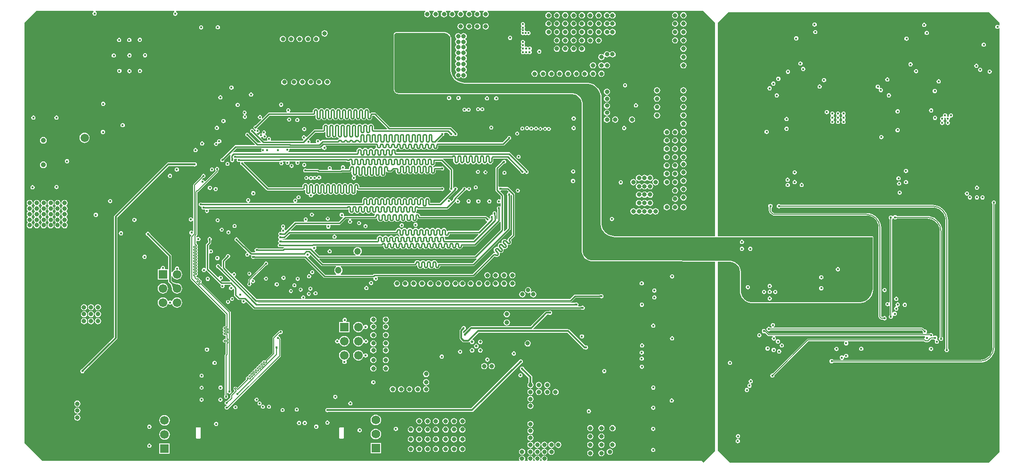
<source format=gbl>
G04*
G04 #@! TF.GenerationSoftware,Altium Limited,Altium Designer,19.1.9 (167)*
G04*
G04 Layer_Physical_Order=6*
G04 Layer_Color=16711680*
%FSLAX42Y42*%
%MOMM*%
G71*
G01*
G75*
%ADD68C,1.52*%
%ADD127C,1.57*%
%ADD128R,1.57X1.57*%
%ADD129C,0.13*%
%ADD132C,0.25*%
%ADD133C,0.30*%
%ADD134C,0.90*%
%ADD135R,1.55X1.55*%
%ADD136C,1.55*%
%ADD137C,1.20*%
%ADD138C,0.45*%
%ADD139C,0.80*%
%ADD140C,0.40*%
%ADD141C,0.50*%
%ADD142C,0.35*%
G36*
X18391Y13365D02*
X18390Y13365D01*
Y9526D01*
X17936D01*
X17930Y9529D01*
X16587D01*
X16564Y9530D01*
X16518Y9539D01*
X16474Y9557D01*
X16436Y9583D01*
X16403Y9616D01*
X16377Y9654D01*
X16359Y9698D01*
X16350Y9744D01*
X16349Y9767D01*
Y12018D01*
Y12044D01*
X16348Y12045D01*
X16348Y12047D01*
X16339Y12096D01*
X16338Y12097D01*
Y12099D01*
X16319Y12145D01*
X16317Y12146D01*
X16317Y12148D01*
X16289Y12189D01*
X16288Y12190D01*
X16287Y12192D01*
X16252Y12227D01*
X16250Y12228D01*
X16249Y12229D01*
X16208Y12257D01*
X16206Y12257D01*
X16205Y12259D01*
X16159Y12278D01*
X16157D01*
X16156Y12279D01*
X16107Y12288D01*
X16105Y12288D01*
X16104Y12289D01*
X13889D01*
X13866Y12290D01*
X13820Y12299D01*
X13777Y12317D01*
X13738Y12343D01*
X13705Y12376D01*
X13679Y12414D01*
X13662Y12458D01*
X13652Y12504D01*
X13651Y12527D01*
Y13073D01*
Y13083D01*
X13651Y13085D01*
X13651Y13087D01*
X13647Y13108D01*
X13646Y13109D01*
Y13111D01*
X13637Y13131D01*
X13636Y13132D01*
X13636Y13134D01*
X13624Y13152D01*
X13623Y13153D01*
X13622Y13154D01*
X13607Y13169D01*
X13605Y13170D01*
X13604Y13171D01*
X13586Y13183D01*
X13584Y13184D01*
X13583Y13185D01*
X13563Y13193D01*
X13562D01*
X13560Y13194D01*
X13539Y13198D01*
X13537Y13198D01*
X13536Y13199D01*
X12660D01*
X12657Y13198D01*
X12654D01*
X12640Y13192D01*
X12638Y13190D01*
X12635Y13188D01*
X12624Y13178D01*
X12623Y13175D01*
X12621Y13172D01*
X12615Y13159D01*
Y13155D01*
X12614Y13152D01*
Y13145D01*
Y12172D01*
Y12166D01*
X12614Y12164D01*
X12614Y12162D01*
X12617Y12149D01*
X12618Y12148D01*
Y12146D01*
X12623Y12133D01*
X12624Y12132D01*
X12624Y12130D01*
X12632Y12119D01*
X12634Y12118D01*
X12634Y12116D01*
X12644Y12107D01*
X12645Y12106D01*
X12646Y12105D01*
X12658Y12097D01*
X12659Y12097D01*
X12661Y12095D01*
X12673Y12090D01*
X12675D01*
X12676Y12089D01*
X12690Y12087D01*
X12692Y12087D01*
X12693Y12086D01*
X15812D01*
X15830Y12085D01*
X15867Y12078D01*
X15900Y12064D01*
X15931Y12044D01*
X15956Y12018D01*
X15977Y11988D01*
X15991Y11954D01*
X15998Y11918D01*
X15999Y11900D01*
Y9265D01*
Y9248D01*
X15999Y9247D01*
X15999Y9245D01*
X16006Y9212D01*
X16007Y9211D01*
Y9209D01*
X16019Y9178D01*
X16021Y9177D01*
X16021Y9175D01*
X16039Y9148D01*
X16041Y9147D01*
X16041Y9145D01*
X16065Y9121D01*
X16067Y9121D01*
X16068Y9119D01*
X16095Y9101D01*
X16097Y9101D01*
X16098Y9099D01*
X16129Y9087D01*
X16131D01*
X16132Y9086D01*
X16165Y9079D01*
X16167Y9079D01*
X16168Y9079D01*
X17791D01*
X17804Y9073D01*
X17806D01*
X17807Y9072D01*
X17823Y9069D01*
X17825Y9069D01*
X17827Y9069D01*
X17835Y9069D01*
X18390D01*
Y5660D01*
X18183Y5453D01*
X18153Y5483D01*
X15378D01*
X15371Y5495D01*
X15377Y5504D01*
X15381Y5525D01*
X15377Y5546D01*
X15365Y5565D01*
X15346Y5577D01*
X15325Y5581D01*
X15304Y5577D01*
X15285Y5565D01*
X15273Y5546D01*
X15269Y5525D01*
X15273Y5504D01*
X15279Y5495D01*
X15272Y5483D01*
X15253D01*
X15246Y5495D01*
X15252Y5504D01*
X15256Y5525D01*
X15252Y5546D01*
X15240Y5565D01*
X15221Y5577D01*
X15200Y5581D01*
X15179Y5577D01*
X15160Y5565D01*
X15148Y5546D01*
X15144Y5525D01*
X15148Y5504D01*
X15154Y5495D01*
X15147Y5483D01*
X15128D01*
X15121Y5495D01*
X15127Y5504D01*
X15131Y5525D01*
X15127Y5546D01*
X15115Y5565D01*
X15096Y5577D01*
X15075Y5581D01*
X15054Y5577D01*
X15035Y5565D01*
X15023Y5546D01*
X15019Y5525D01*
X15023Y5504D01*
X15029Y5495D01*
X15022Y5483D01*
X14978D01*
X14971Y5495D01*
X14977Y5504D01*
X14981Y5525D01*
X14977Y5546D01*
X14965Y5565D01*
X14946Y5577D01*
X14925Y5581D01*
X14904Y5577D01*
X14885Y5565D01*
X14873Y5546D01*
X14869Y5525D01*
X14873Y5504D01*
X14879Y5495D01*
X14872Y5483D01*
X6300D01*
X5978Y5805D01*
X5983Y13365D01*
X6195Y13578D01*
X7218D01*
X7221Y13565D01*
X7213Y13560D01*
X7205Y13547D01*
X7202Y13532D01*
X7205Y13518D01*
X7213Y13505D01*
X7225Y13497D01*
X7240Y13494D01*
X7255Y13497D01*
X7267Y13505D01*
X7275Y13518D01*
X7278Y13532D01*
X7275Y13547D01*
X7267Y13560D01*
X7259Y13565D01*
X7262Y13578D01*
X8673D01*
X8675Y13565D01*
X8663Y13557D01*
X8655Y13545D01*
X8652Y13530D01*
X8655Y13515D01*
X8663Y13503D01*
X8675Y13495D01*
X8690Y13492D01*
X8705Y13495D01*
X8717Y13503D01*
X8725Y13515D01*
X8728Y13530D01*
X8725Y13545D01*
X8717Y13557D01*
X8705Y13565D01*
X8707Y13578D01*
X13185D01*
X13189Y13565D01*
X13180Y13560D01*
X13168Y13541D01*
X13164Y13520D01*
X13168Y13499D01*
X13180Y13480D01*
X13199Y13468D01*
X13220Y13464D01*
X13241Y13468D01*
X13260Y13480D01*
X13272Y13499D01*
X13276Y13520D01*
X13272Y13541D01*
X13260Y13560D01*
X13251Y13565D01*
X13255Y13578D01*
X13335D01*
X13339Y13565D01*
X13330Y13560D01*
X13318Y13541D01*
X13314Y13520D01*
X13318Y13499D01*
X13330Y13480D01*
X13349Y13468D01*
X13370Y13464D01*
X13391Y13468D01*
X13410Y13480D01*
X13422Y13499D01*
X13426Y13520D01*
X13422Y13541D01*
X13410Y13560D01*
X13401Y13565D01*
X13405Y13578D01*
X13485D01*
X13489Y13565D01*
X13480Y13560D01*
X13468Y13541D01*
X13464Y13520D01*
X13468Y13499D01*
X13480Y13480D01*
X13499Y13468D01*
X13520Y13464D01*
X13541Y13468D01*
X13560Y13480D01*
X13572Y13499D01*
X13576Y13520D01*
X13572Y13541D01*
X13560Y13560D01*
X13551Y13565D01*
X13555Y13578D01*
X13635D01*
X13639Y13565D01*
X13630Y13560D01*
X13618Y13541D01*
X13614Y13520D01*
X13618Y13499D01*
X13630Y13480D01*
X13649Y13468D01*
X13670Y13464D01*
X13691Y13468D01*
X13710Y13480D01*
X13722Y13499D01*
X13726Y13520D01*
X13722Y13541D01*
X13710Y13560D01*
X13701Y13565D01*
X13705Y13578D01*
X13785D01*
X13789Y13565D01*
X13780Y13560D01*
X13768Y13541D01*
X13764Y13520D01*
X13768Y13499D01*
X13780Y13480D01*
X13799Y13468D01*
X13820Y13464D01*
X13841Y13468D01*
X13860Y13480D01*
X13872Y13499D01*
X13876Y13520D01*
X13872Y13541D01*
X13860Y13560D01*
X13851Y13565D01*
X13855Y13578D01*
X13935D01*
X13939Y13565D01*
X13930Y13560D01*
X13918Y13541D01*
X13914Y13520D01*
X13918Y13499D01*
X13930Y13480D01*
X13949Y13468D01*
X13970Y13464D01*
X13991Y13468D01*
X14010Y13480D01*
X14022Y13499D01*
X14026Y13520D01*
X14022Y13541D01*
X14010Y13560D01*
X14001Y13565D01*
X14005Y13578D01*
X14085D01*
X14089Y13565D01*
X14080Y13560D01*
X14068Y13541D01*
X14064Y13520D01*
X14068Y13499D01*
X14080Y13480D01*
X14099Y13468D01*
X14120Y13464D01*
X14141Y13468D01*
X14160Y13480D01*
X14172Y13499D01*
X14176Y13520D01*
X14172Y13541D01*
X14160Y13560D01*
X14151Y13565D01*
X14155Y13578D01*
X14235D01*
X14239Y13565D01*
X14230Y13560D01*
X14218Y13541D01*
X14214Y13520D01*
X14218Y13499D01*
X14230Y13480D01*
X14249Y13468D01*
X14270Y13464D01*
X14291Y13468D01*
X14310Y13480D01*
X14322Y13499D01*
X14326Y13520D01*
X14322Y13541D01*
X14310Y13560D01*
X14301Y13565D01*
X14305Y13578D01*
X18178D01*
X18391Y13365D01*
D02*
G37*
G36*
X23507Y13365D02*
Y13325D01*
X23495Y13322D01*
X23495Y13322D01*
X23482Y13330D01*
X23468Y13333D01*
X23453Y13330D01*
X23440Y13322D01*
X23432Y13310D01*
X23429Y13295D01*
X23432Y13280D01*
X23440Y13268D01*
X23453Y13260D01*
X23468Y13257D01*
X23482Y13260D01*
X23495Y13268D01*
X23495Y13268D01*
X23507Y13265D01*
Y5647D01*
X23312Y5453D01*
X18657D01*
X18440Y5670D01*
Y9069D01*
X18647D01*
X18666Y9068D01*
X18704Y9060D01*
X18740Y9046D01*
X18772Y9024D01*
X18799Y8997D01*
X18821Y8965D01*
X18835Y8929D01*
X18843Y8891D01*
X18844Y8872D01*
X18844Y8540D01*
Y8520D01*
X18844Y8519D01*
X18844Y8517D01*
X18852Y8478D01*
X18853Y8476D01*
Y8475D01*
X18868Y8438D01*
X18869Y8437D01*
X18870Y8435D01*
X18892Y8402D01*
X18893Y8401D01*
X18894Y8399D01*
X18922Y8371D01*
X18923Y8371D01*
X18924Y8369D01*
X18958Y8347D01*
X18959Y8347D01*
X18960Y8346D01*
X18997Y8330D01*
X18999D01*
X19000Y8329D01*
X19039Y8322D01*
X19041Y8322D01*
X19043Y8321D01*
X20971D01*
X20996Y8321D01*
X20998Y8322D01*
X20999Y8322D01*
X21048Y8331D01*
X21050Y8332D01*
X21051D01*
X21098Y8351D01*
X21099Y8353D01*
X21100Y8353D01*
X21142Y8381D01*
X21143Y8382D01*
X21144Y8383D01*
X21180Y8418D01*
X21180Y8420D01*
X21182Y8421D01*
X21210Y8462D01*
X21210Y8464D01*
X21211Y8465D01*
X21230Y8511D01*
Y8513D01*
X21231Y8514D01*
X21241Y8563D01*
X21241Y8565D01*
X21241Y8566D01*
X21241Y8592D01*
X21241Y9510D01*
X21236Y9521D01*
X21225Y9526D01*
X20974Y9526D01*
X18440Y9526D01*
Y13362D01*
X18440D01*
X18632Y13555D01*
X23318D01*
X23507Y13365D01*
D02*
G37*
G36*
X13557Y13178D02*
X13577Y13170D01*
X13595Y13158D01*
X13610Y13143D01*
X13622Y13125D01*
X13631Y13105D01*
X13635Y13083D01*
Y13073D01*
Y12526D01*
X13636Y12502D01*
X13646Y12453D01*
X13665Y12407D01*
X13693Y12365D01*
X13728Y12330D01*
X13769Y12302D01*
X13815Y12283D01*
X13864Y12274D01*
X13889Y12272D01*
X16104D01*
X16153Y12263D01*
X16199Y12244D01*
X16240Y12216D01*
X16276Y12180D01*
X16304Y12139D01*
X16323Y12093D01*
X16332Y12044D01*
Y12018D01*
Y9767D01*
X16334Y9742D01*
X16343Y9693D01*
X16362Y9647D01*
X16390Y9605D01*
X16425Y9570D01*
X16467Y9542D01*
X16513Y9523D01*
X16562Y9514D01*
X16587Y9512D01*
X17930D01*
Y9510D01*
X20974Y9510D01*
X21225Y9510D01*
X21225Y8592D01*
X21225Y8566D01*
X21215Y8517D01*
X21196Y8471D01*
X21168Y8430D01*
X21133Y8394D01*
X21091Y8366D01*
X21045Y8347D01*
X20996Y8337D01*
X20971Y8338D01*
X19043D01*
X19003Y8345D01*
X18967Y8361D01*
X18933Y8383D01*
X18905Y8411D01*
X18883Y8444D01*
X18868Y8481D01*
X18860Y8520D01*
Y8540D01*
X18860Y8872D01*
X18859Y8893D01*
X18851Y8934D01*
X18835Y8973D01*
X18812Y9007D01*
X18782Y9037D01*
X18748Y9060D01*
X18709Y9076D01*
X18668Y9084D01*
X18648Y9085D01*
X18648Y9085D01*
X18648Y9085D01*
X17835D01*
X17827Y9085D01*
X17810Y9088D01*
X17795Y9095D01*
X17794Y9095D01*
X16168D01*
X16135Y9102D01*
X16104Y9114D01*
X16077Y9133D01*
X16053Y9157D01*
X16034Y9184D01*
X16022Y9215D01*
X16015Y9248D01*
Y9265D01*
Y11900D01*
X16014Y11920D01*
X16006Y11959D01*
X15991Y11995D01*
X15969Y12028D01*
X15941Y12057D01*
X15908Y12079D01*
X15871Y12094D01*
X15832Y12102D01*
X15812Y12103D01*
X12693D01*
X12680Y12105D01*
X12667Y12110D01*
X12655Y12118D01*
X12646Y12128D01*
X12638Y12139D01*
X12633Y12152D01*
X12630Y12166D01*
Y12172D01*
Y13145D01*
Y13152D01*
X12636Y13166D01*
X12646Y13177D01*
X12660Y13182D01*
X13536D01*
X13557Y13178D01*
D02*
G37*
%LPC*%
G36*
X16550Y13556D02*
X16529Y13552D01*
X16510Y13540D01*
X16506Y13534D01*
X16494D01*
X16490Y13540D01*
X16471Y13552D01*
X16450Y13556D01*
X16429Y13552D01*
X16410Y13540D01*
X16398Y13521D01*
X16394Y13500D01*
X16398Y13479D01*
X16410Y13460D01*
X16429Y13448D01*
X16450Y13444D01*
X16471Y13448D01*
X16490Y13460D01*
X16494Y13466D01*
X16506D01*
X16510Y13460D01*
X16529Y13448D01*
X16550Y13444D01*
X16571Y13448D01*
X16590Y13460D01*
X16602Y13479D01*
X16606Y13500D01*
X16602Y13521D01*
X16590Y13540D01*
X16571Y13552D01*
X16550Y13556D01*
D02*
G37*
G36*
X17825D02*
X17804Y13552D01*
X17785Y13540D01*
X17773Y13521D01*
X17769Y13500D01*
X17773Y13479D01*
X17785Y13460D01*
X17804Y13448D01*
X17825Y13444D01*
X17846Y13448D01*
X17865Y13460D01*
X17877Y13479D01*
X17881Y13500D01*
X17877Y13521D01*
X17865Y13540D01*
X17846Y13552D01*
X17825Y13556D01*
D02*
G37*
G36*
X17675D02*
X17654Y13552D01*
X17635Y13540D01*
X17623Y13521D01*
X17619Y13500D01*
X17623Y13479D01*
X17635Y13460D01*
X17654Y13448D01*
X17675Y13444D01*
X17696Y13448D01*
X17715Y13460D01*
X17727Y13479D01*
X17731Y13500D01*
X17727Y13521D01*
X17715Y13540D01*
X17696Y13552D01*
X17675Y13556D01*
D02*
G37*
G36*
X16300D02*
X16279Y13552D01*
X16260Y13540D01*
X16248Y13521D01*
X16244Y13500D01*
X16248Y13479D01*
X16260Y13460D01*
X16279Y13448D01*
X16300Y13444D01*
X16321Y13448D01*
X16340Y13460D01*
X16352Y13479D01*
X16356Y13500D01*
X16352Y13521D01*
X16340Y13540D01*
X16321Y13552D01*
X16300Y13556D01*
D02*
G37*
G36*
X16150D02*
X16129Y13552D01*
X16110Y13540D01*
X16098Y13521D01*
X16094Y13500D01*
X16098Y13479D01*
X16110Y13460D01*
X16129Y13448D01*
X16150Y13444D01*
X16171Y13448D01*
X16190Y13460D01*
X16202Y13479D01*
X16206Y13500D01*
X16202Y13521D01*
X16190Y13540D01*
X16171Y13552D01*
X16150Y13556D01*
D02*
G37*
G36*
X16000D02*
X15979Y13552D01*
X15960Y13540D01*
X15948Y13521D01*
X15944Y13500D01*
X15948Y13479D01*
X15960Y13460D01*
X15979Y13448D01*
X16000Y13444D01*
X16021Y13448D01*
X16040Y13460D01*
X16052Y13479D01*
X16056Y13500D01*
X16052Y13521D01*
X16040Y13540D01*
X16021Y13552D01*
X16000Y13556D01*
D02*
G37*
G36*
X15850D02*
X15829Y13552D01*
X15810Y13540D01*
X15798Y13521D01*
X15794Y13500D01*
X15798Y13479D01*
X15810Y13460D01*
X15829Y13448D01*
X15850Y13444D01*
X15871Y13448D01*
X15890Y13460D01*
X15902Y13479D01*
X15906Y13500D01*
X15902Y13521D01*
X15890Y13540D01*
X15871Y13552D01*
X15850Y13556D01*
D02*
G37*
G36*
X15700D02*
X15679Y13552D01*
X15660Y13540D01*
X15648Y13521D01*
X15644Y13500D01*
X15648Y13479D01*
X15660Y13460D01*
X15679Y13448D01*
X15700Y13444D01*
X15721Y13448D01*
X15740Y13460D01*
X15752Y13479D01*
X15756Y13500D01*
X15752Y13521D01*
X15740Y13540D01*
X15721Y13552D01*
X15700Y13556D01*
D02*
G37*
G36*
X15550D02*
X15529Y13552D01*
X15510Y13540D01*
X15498Y13521D01*
X15494Y13500D01*
X15498Y13479D01*
X15510Y13460D01*
X15529Y13448D01*
X15550Y13444D01*
X15571Y13448D01*
X15590Y13460D01*
X15602Y13479D01*
X15606Y13500D01*
X15602Y13521D01*
X15590Y13540D01*
X15571Y13552D01*
X15550Y13556D01*
D02*
G37*
G36*
X15400D02*
X15379Y13552D01*
X15360Y13540D01*
X15348Y13521D01*
X15344Y13500D01*
X15348Y13479D01*
X15360Y13460D01*
X15379Y13448D01*
X15400Y13444D01*
X15421Y13448D01*
X15440Y13460D01*
X15452Y13479D01*
X15456Y13500D01*
X15452Y13521D01*
X15440Y13540D01*
X15421Y13552D01*
X15400Y13556D01*
D02*
G37*
G36*
X16550Y13406D02*
X16529Y13402D01*
X16510Y13390D01*
X16506Y13384D01*
X16494D01*
X16490Y13390D01*
X16471Y13402D01*
X16450Y13406D01*
X16429Y13402D01*
X16410Y13390D01*
X16398Y13371D01*
X16394Y13350D01*
X16398Y13329D01*
X16410Y13310D01*
X16429Y13298D01*
X16450Y13294D01*
X16471Y13298D01*
X16490Y13310D01*
X16494Y13316D01*
X16506D01*
X16510Y13310D01*
X16529Y13298D01*
X16550Y13294D01*
X16571Y13298D01*
X16590Y13310D01*
X16602Y13329D01*
X16606Y13350D01*
X16602Y13371D01*
X16590Y13390D01*
X16571Y13402D01*
X16550Y13406D01*
D02*
G37*
G36*
X17825D02*
X17804Y13402D01*
X17785Y13390D01*
X17773Y13371D01*
X17769Y13350D01*
X17773Y13329D01*
X17785Y13310D01*
X17804Y13298D01*
X17825Y13294D01*
X17846Y13298D01*
X17865Y13310D01*
X17877Y13329D01*
X17881Y13350D01*
X17877Y13371D01*
X17865Y13390D01*
X17846Y13402D01*
X17825Y13406D01*
D02*
G37*
G36*
X17675D02*
X17654Y13402D01*
X17635Y13390D01*
X17623Y13371D01*
X17619Y13350D01*
X17623Y13329D01*
X17635Y13310D01*
X17654Y13298D01*
X17675Y13294D01*
X17696Y13298D01*
X17715Y13310D01*
X17727Y13329D01*
X17731Y13350D01*
X17727Y13371D01*
X17715Y13390D01*
X17696Y13402D01*
X17675Y13406D01*
D02*
G37*
G36*
X16300D02*
X16279Y13402D01*
X16260Y13390D01*
X16248Y13371D01*
X16244Y13350D01*
X16248Y13329D01*
X16260Y13310D01*
X16279Y13298D01*
X16300Y13294D01*
X16321Y13298D01*
X16340Y13310D01*
X16352Y13329D01*
X16356Y13350D01*
X16352Y13371D01*
X16340Y13390D01*
X16321Y13402D01*
X16300Y13406D01*
D02*
G37*
G36*
X16150D02*
X16129Y13402D01*
X16110Y13390D01*
X16098Y13371D01*
X16094Y13350D01*
X16098Y13329D01*
X16110Y13310D01*
X16129Y13298D01*
X16150Y13294D01*
X16171Y13298D01*
X16190Y13310D01*
X16202Y13329D01*
X16206Y13350D01*
X16202Y13371D01*
X16190Y13390D01*
X16171Y13402D01*
X16150Y13406D01*
D02*
G37*
G36*
X16000D02*
X15979Y13402D01*
X15960Y13390D01*
X15948Y13371D01*
X15944Y13350D01*
X15948Y13329D01*
X15960Y13310D01*
X15979Y13298D01*
X16000Y13294D01*
X16021Y13298D01*
X16040Y13310D01*
X16052Y13329D01*
X16056Y13350D01*
X16052Y13371D01*
X16040Y13390D01*
X16021Y13402D01*
X16000Y13406D01*
D02*
G37*
G36*
X15850D02*
X15829Y13402D01*
X15810Y13390D01*
X15798Y13371D01*
X15794Y13350D01*
X15798Y13329D01*
X15810Y13310D01*
X15829Y13298D01*
X15850Y13294D01*
X15871Y13298D01*
X15890Y13310D01*
X15902Y13329D01*
X15906Y13350D01*
X15902Y13371D01*
X15890Y13390D01*
X15871Y13402D01*
X15850Y13406D01*
D02*
G37*
G36*
X15700D02*
X15679Y13402D01*
X15660Y13390D01*
X15648Y13371D01*
X15644Y13350D01*
X15648Y13329D01*
X15660Y13310D01*
X15679Y13298D01*
X15700Y13294D01*
X15721Y13298D01*
X15740Y13310D01*
X15752Y13329D01*
X15756Y13350D01*
X15752Y13371D01*
X15740Y13390D01*
X15721Y13402D01*
X15700Y13406D01*
D02*
G37*
G36*
X15550D02*
X15529Y13402D01*
X15510Y13390D01*
X15498Y13371D01*
X15494Y13350D01*
X15498Y13329D01*
X15510Y13310D01*
X15529Y13298D01*
X15550Y13294D01*
X15571Y13298D01*
X15590Y13310D01*
X15602Y13329D01*
X15606Y13350D01*
X15602Y13371D01*
X15590Y13390D01*
X15571Y13402D01*
X15550Y13406D01*
D02*
G37*
G36*
X15400D02*
X15379Y13402D01*
X15360Y13390D01*
X15348Y13371D01*
X15344Y13350D01*
X15348Y13329D01*
X15360Y13310D01*
X15379Y13298D01*
X15400Y13294D01*
X15421Y13298D01*
X15440Y13310D01*
X15452Y13329D01*
X15456Y13350D01*
X15452Y13371D01*
X15440Y13390D01*
X15421Y13402D01*
X15400Y13406D01*
D02*
G37*
G36*
X9455Y13323D02*
X9440Y13320D01*
X9428Y13312D01*
X9420Y13300D01*
X9417Y13285D01*
X9420Y13270D01*
X9428Y13258D01*
X9440Y13250D01*
X9455Y13247D01*
X9470Y13250D01*
X9482Y13258D01*
X9490Y13270D01*
X9493Y13285D01*
X9490Y13300D01*
X9482Y13312D01*
X9470Y13320D01*
X9455Y13323D01*
D02*
G37*
G36*
X9155Y13321D02*
X9140Y13318D01*
X9128Y13310D01*
X9120Y13297D01*
X9117Y13282D01*
X9120Y13268D01*
X9128Y13255D01*
X9140Y13247D01*
X9155Y13244D01*
X9170Y13247D01*
X9182Y13255D01*
X9190Y13268D01*
X9193Y13282D01*
X9190Y13297D01*
X9182Y13310D01*
X9170Y13318D01*
X9155Y13321D01*
D02*
G37*
G36*
X14270Y13356D02*
X14249Y13352D01*
X14230Y13340D01*
X14218Y13321D01*
X14214Y13300D01*
X14218Y13279D01*
X14230Y13260D01*
X14249Y13248D01*
X14270Y13244D01*
X14291Y13248D01*
X14310Y13260D01*
X14322Y13279D01*
X14326Y13300D01*
X14322Y13321D01*
X14310Y13340D01*
X14291Y13352D01*
X14270Y13356D01*
D02*
G37*
G36*
X14120D02*
X14099Y13352D01*
X14080Y13340D01*
X14068Y13321D01*
X14064Y13300D01*
X14068Y13279D01*
X14080Y13260D01*
X14099Y13248D01*
X14120Y13244D01*
X14141Y13248D01*
X14160Y13260D01*
X14172Y13279D01*
X14176Y13300D01*
X14172Y13321D01*
X14160Y13340D01*
X14141Y13352D01*
X14120Y13356D01*
D02*
G37*
G36*
X13970D02*
X13949Y13352D01*
X13930Y13340D01*
X13918Y13321D01*
X13914Y13300D01*
X13918Y13279D01*
X13930Y13260D01*
X13949Y13248D01*
X13970Y13244D01*
X13991Y13248D01*
X14010Y13260D01*
X14022Y13279D01*
X14026Y13300D01*
X14022Y13321D01*
X14010Y13340D01*
X13991Y13352D01*
X13970Y13356D01*
D02*
G37*
G36*
X13820D02*
X13799Y13352D01*
X13780Y13340D01*
X13768Y13321D01*
X13764Y13300D01*
X13768Y13279D01*
X13780Y13260D01*
X13799Y13248D01*
X13820Y13244D01*
X13841Y13248D01*
X13860Y13260D01*
X13872Y13279D01*
X13876Y13300D01*
X13872Y13321D01*
X13860Y13340D01*
X13841Y13352D01*
X13820Y13356D01*
D02*
G37*
G36*
X16550Y13256D02*
X16529Y13252D01*
X16510Y13240D01*
X16506Y13234D01*
X16494D01*
X16490Y13240D01*
X16471Y13252D01*
X16450Y13256D01*
X16429Y13252D01*
X16410Y13240D01*
X16398Y13221D01*
X16394Y13200D01*
X16398Y13179D01*
X16410Y13160D01*
X16429Y13148D01*
X16450Y13144D01*
X16471Y13148D01*
X16490Y13160D01*
X16494Y13166D01*
X16506D01*
X16510Y13160D01*
X16529Y13148D01*
X16550Y13144D01*
X16571Y13148D01*
X16590Y13160D01*
X16602Y13179D01*
X16606Y13200D01*
X16602Y13221D01*
X16590Y13240D01*
X16571Y13252D01*
X16550Y13256D01*
D02*
G37*
G36*
X13875Y13181D02*
X13854Y13177D01*
X13835Y13165D01*
X13831Y13159D01*
X13819D01*
X13815Y13165D01*
X13796Y13177D01*
X13775Y13181D01*
X13754Y13177D01*
X13735Y13165D01*
X13723Y13146D01*
X13719Y13125D01*
X13723Y13104D01*
X13735Y13085D01*
X13741Y13081D01*
Y13069D01*
X13735Y13065D01*
X13723Y13046D01*
X13719Y13025D01*
X13723Y13004D01*
X13735Y12985D01*
X13741Y12981D01*
Y12969D01*
X13735Y12965D01*
X13723Y12946D01*
X13719Y12925D01*
X13723Y12904D01*
X13735Y12885D01*
X13741Y12881D01*
Y12869D01*
X13735Y12865D01*
X13723Y12846D01*
X13719Y12825D01*
X13723Y12804D01*
X13735Y12785D01*
X13741Y12781D01*
Y12769D01*
X13735Y12765D01*
X13723Y12746D01*
X13719Y12725D01*
X13723Y12704D01*
X13735Y12685D01*
X13741Y12681D01*
Y12669D01*
X13735Y12665D01*
X13723Y12646D01*
X13719Y12625D01*
X13723Y12604D01*
X13735Y12585D01*
X13741Y12581D01*
Y12569D01*
X13735Y12565D01*
X13723Y12546D01*
X13719Y12525D01*
X13723Y12504D01*
X13735Y12485D01*
X13741Y12481D01*
Y12469D01*
X13735Y12465D01*
X13723Y12446D01*
X13719Y12425D01*
X13723Y12404D01*
X13735Y12385D01*
X13754Y12373D01*
X13775Y12369D01*
X13796Y12373D01*
X13815Y12385D01*
X13819Y12391D01*
X13831D01*
X13835Y12385D01*
X13854Y12373D01*
X13875Y12369D01*
X13896Y12373D01*
X13915Y12385D01*
X13927Y12404D01*
X13931Y12425D01*
X13927Y12446D01*
X13915Y12465D01*
X13909Y12469D01*
Y12481D01*
X13915Y12485D01*
X13927Y12504D01*
X13931Y12525D01*
X13927Y12546D01*
X13915Y12565D01*
X13909Y12569D01*
Y12581D01*
X13915Y12585D01*
X13927Y12604D01*
X13931Y12625D01*
X13927Y12646D01*
X13915Y12665D01*
X13909Y12669D01*
Y12681D01*
X13915Y12685D01*
X13927Y12704D01*
X13931Y12725D01*
X13927Y12746D01*
X13915Y12765D01*
X13909Y12769D01*
Y12781D01*
X13915Y12785D01*
X13927Y12804D01*
X13931Y12825D01*
X13927Y12846D01*
X13915Y12865D01*
X13909Y12869D01*
Y12881D01*
X13915Y12885D01*
X13927Y12904D01*
X13931Y12925D01*
X13927Y12946D01*
X13915Y12965D01*
X13909Y12969D01*
Y12981D01*
X13915Y12985D01*
X13927Y13004D01*
X13931Y13025D01*
X13927Y13046D01*
X13915Y13065D01*
X13909Y13069D01*
Y13081D01*
X13915Y13085D01*
X13927Y13104D01*
X13931Y13125D01*
X13927Y13146D01*
X13915Y13165D01*
X13896Y13177D01*
X13875Y13181D01*
D02*
G37*
G36*
X16300Y13256D02*
X16279Y13252D01*
X16260Y13240D01*
X16248Y13221D01*
X16244Y13200D01*
X16248Y13179D01*
X16260Y13160D01*
X16279Y13148D01*
X16300Y13144D01*
X16321Y13148D01*
X16340Y13160D01*
X16352Y13179D01*
X16356Y13200D01*
X16352Y13221D01*
X16340Y13240D01*
X16321Y13252D01*
X16300Y13256D01*
D02*
G37*
G36*
X16150D02*
X16129Y13252D01*
X16110Y13240D01*
X16098Y13221D01*
X16094Y13200D01*
X16098Y13179D01*
X16110Y13160D01*
X16129Y13148D01*
X16150Y13144D01*
X16171Y13148D01*
X16190Y13160D01*
X16202Y13179D01*
X16206Y13200D01*
X16202Y13221D01*
X16190Y13240D01*
X16171Y13252D01*
X16150Y13256D01*
D02*
G37*
G36*
X16000D02*
X15979Y13252D01*
X15960Y13240D01*
X15948Y13221D01*
X15944Y13200D01*
X15948Y13179D01*
X15960Y13160D01*
X15979Y13148D01*
X16000Y13144D01*
X16021Y13148D01*
X16040Y13160D01*
X16052Y13179D01*
X16056Y13200D01*
X16052Y13221D01*
X16040Y13240D01*
X16021Y13252D01*
X16000Y13256D01*
D02*
G37*
G36*
X15850D02*
X15829Y13252D01*
X15810Y13240D01*
X15798Y13221D01*
X15794Y13200D01*
X15798Y13179D01*
X15810Y13160D01*
X15829Y13148D01*
X15850Y13144D01*
X15871Y13148D01*
X15890Y13160D01*
X15902Y13179D01*
X15906Y13200D01*
X15902Y13221D01*
X15890Y13240D01*
X15871Y13252D01*
X15850Y13256D01*
D02*
G37*
G36*
X15700D02*
X15679Y13252D01*
X15660Y13240D01*
X15648Y13221D01*
X15644Y13200D01*
X15648Y13179D01*
X15660Y13160D01*
X15679Y13148D01*
X15700Y13144D01*
X15721Y13148D01*
X15740Y13160D01*
X15752Y13179D01*
X15756Y13200D01*
X15752Y13221D01*
X15740Y13240D01*
X15721Y13252D01*
X15700Y13256D01*
D02*
G37*
G36*
X15550D02*
X15529Y13252D01*
X15510Y13240D01*
X15498Y13221D01*
X15494Y13200D01*
X15498Y13179D01*
X15510Y13160D01*
X15529Y13148D01*
X15550Y13144D01*
X15571Y13148D01*
X15590Y13160D01*
X15602Y13179D01*
X15606Y13200D01*
X15602Y13221D01*
X15590Y13240D01*
X15571Y13252D01*
X15550Y13256D01*
D02*
G37*
G36*
X15400D02*
X15379Y13252D01*
X15360Y13240D01*
X15348Y13221D01*
X15344Y13200D01*
X15348Y13179D01*
X15360Y13160D01*
X15379Y13148D01*
X15400Y13144D01*
X15421Y13148D01*
X15440Y13160D01*
X15452Y13179D01*
X15456Y13200D01*
X15452Y13221D01*
X15440Y13240D01*
X15421Y13252D01*
X15400Y13256D01*
D02*
G37*
G36*
X17825Y13256D02*
X17804Y13252D01*
X17785Y13240D01*
X17773Y13221D01*
X17769Y13200D01*
X17773Y13179D01*
X17785Y13160D01*
X17804Y13148D01*
X17825Y13144D01*
X17846Y13148D01*
X17865Y13160D01*
X17877Y13179D01*
X17881Y13200D01*
X17877Y13221D01*
X17865Y13240D01*
X17846Y13252D01*
X17825Y13256D01*
D02*
G37*
G36*
X17675D02*
X17654Y13252D01*
X17635Y13240D01*
X17623Y13221D01*
X17619Y13200D01*
X17623Y13179D01*
X17635Y13160D01*
X17654Y13148D01*
X17675Y13144D01*
X17696Y13148D01*
X17715Y13160D01*
X17727Y13179D01*
X17731Y13200D01*
X17727Y13221D01*
X17715Y13240D01*
X17696Y13252D01*
X17675Y13256D01*
D02*
G37*
G36*
X14940Y13378D02*
X14925Y13375D01*
X14913Y13367D01*
X14905Y13355D01*
X14902Y13340D01*
X14905Y13325D01*
X14909Y13319D01*
X14912Y13310D01*
X14909Y13301D01*
X14905Y13295D01*
X14902Y13280D01*
X14905Y13265D01*
X14912Y13255D01*
X14905Y13245D01*
X14902Y13230D01*
X14905Y13215D01*
X14912Y13205D01*
X14905Y13195D01*
X14902Y13180D01*
X14905Y13165D01*
X14913Y13153D01*
X14925Y13145D01*
X14940Y13142D01*
X14955Y13145D01*
X14965Y13152D01*
X14975Y13145D01*
X14990Y13142D01*
X15005Y13145D01*
X15015Y13152D01*
X15025Y13145D01*
X15040Y13142D01*
X15055Y13145D01*
X15067Y13153D01*
X15075Y13165D01*
X15078Y13180D01*
X15075Y13195D01*
X15067Y13207D01*
X15055Y13215D01*
X15040Y13218D01*
X15025Y13215D01*
X15015Y13208D01*
X15005Y13215D01*
X14990Y13218D01*
X14989Y13218D01*
X14978Y13229D01*
X14978Y13230D01*
X14975Y13245D01*
X14968Y13255D01*
X14975Y13265D01*
X14978Y13280D01*
X14975Y13295D01*
X14971Y13301D01*
X14968Y13310D01*
X14971Y13319D01*
X14975Y13325D01*
X14978Y13340D01*
X14975Y13355D01*
X14967Y13367D01*
X14955Y13375D01*
X14940Y13378D01*
D02*
G37*
G36*
X11375Y13231D02*
X11354Y13227D01*
X11335Y13215D01*
X11323Y13196D01*
X11319Y13175D01*
X11323Y13154D01*
X11335Y13135D01*
X11354Y13123D01*
X11375Y13119D01*
X11396Y13123D01*
X11415Y13135D01*
X11427Y13154D01*
X11431Y13175D01*
X11427Y13196D01*
X11415Y13215D01*
X11396Y13227D01*
X11375Y13231D01*
D02*
G37*
G36*
X14707Y13133D02*
X14693Y13130D01*
X14680Y13122D01*
X14672Y13110D01*
X14669Y13095D01*
X14672Y13080D01*
X14680Y13068D01*
X14693Y13060D01*
X14707Y13057D01*
X14722Y13060D01*
X14735Y13068D01*
X14743Y13080D01*
X14746Y13095D01*
X14743Y13110D01*
X14735Y13122D01*
X14722Y13130D01*
X14707Y13133D01*
D02*
G37*
G36*
X8053Y13098D02*
X8038Y13095D01*
X8025Y13087D01*
X8017Y13075D01*
X8014Y13060D01*
X8017Y13045D01*
X8025Y13033D01*
X8038Y13025D01*
X8053Y13022D01*
X8067Y13025D01*
X8080Y13033D01*
X8088Y13045D01*
X8091Y13060D01*
X8088Y13075D01*
X8080Y13087D01*
X8067Y13095D01*
X8053Y13098D01*
D02*
G37*
G36*
X7862Y13096D02*
X7848Y13093D01*
X7835Y13085D01*
X7827Y13072D01*
X7824Y13057D01*
X7827Y13043D01*
X7835Y13030D01*
X7848Y13022D01*
X7862Y13019D01*
X7877Y13022D01*
X7890Y13030D01*
X7898Y13043D01*
X7901Y13057D01*
X7898Y13072D01*
X7890Y13085D01*
X7877Y13093D01*
X7862Y13096D01*
D02*
G37*
G36*
X7680D02*
X7665Y13093D01*
X7653Y13085D01*
X7645Y13072D01*
X7642Y13057D01*
X7645Y13043D01*
X7653Y13030D01*
X7665Y13022D01*
X7680Y13019D01*
X7695Y13022D01*
X7707Y13030D01*
X7715Y13043D01*
X7718Y13057D01*
X7715Y13072D01*
X7707Y13085D01*
X7695Y13093D01*
X7680Y13096D01*
D02*
G37*
G36*
X11225Y13131D02*
X11204Y13127D01*
X11185Y13115D01*
X11173Y13096D01*
X11169Y13075D01*
X11173Y13054D01*
X11185Y13035D01*
X11204Y13023D01*
X11225Y13019D01*
X11246Y13023D01*
X11265Y13035D01*
X11277Y13054D01*
X11281Y13075D01*
X11277Y13096D01*
X11265Y13115D01*
X11246Y13127D01*
X11225Y13131D01*
D02*
G37*
G36*
X11075D02*
X11054Y13127D01*
X11035Y13115D01*
X11023Y13096D01*
X11019Y13075D01*
X11023Y13054D01*
X11035Y13035D01*
X11054Y13023D01*
X11075Y13019D01*
X11096Y13023D01*
X11115Y13035D01*
X11127Y13054D01*
X11131Y13075D01*
X11127Y13096D01*
X11115Y13115D01*
X11096Y13127D01*
X11075Y13131D01*
D02*
G37*
G36*
X10925D02*
X10904Y13127D01*
X10885Y13115D01*
X10873Y13096D01*
X10869Y13075D01*
X10873Y13054D01*
X10885Y13035D01*
X10904Y13023D01*
X10925Y13019D01*
X10946Y13023D01*
X10965Y13035D01*
X10977Y13054D01*
X10981Y13075D01*
X10977Y13096D01*
X10965Y13115D01*
X10946Y13127D01*
X10925Y13131D01*
D02*
G37*
G36*
X10775D02*
X10754Y13127D01*
X10735Y13115D01*
X10723Y13096D01*
X10719Y13075D01*
X10723Y13054D01*
X10735Y13035D01*
X10754Y13023D01*
X10775Y13019D01*
X10796Y13023D01*
X10815Y13035D01*
X10827Y13054D01*
X10831Y13075D01*
X10827Y13096D01*
X10815Y13115D01*
X10796Y13127D01*
X10775Y13131D01*
D02*
G37*
G36*
X10625D02*
X10604Y13127D01*
X10585Y13115D01*
X10573Y13096D01*
X10569Y13075D01*
X10573Y13054D01*
X10585Y13035D01*
X10604Y13023D01*
X10625Y13019D01*
X10646Y13023D01*
X10665Y13035D01*
X10677Y13054D01*
X10681Y13075D01*
X10677Y13096D01*
X10665Y13115D01*
X10646Y13127D01*
X10625Y13131D01*
D02*
G37*
G36*
X17825Y13106D02*
X17804Y13102D01*
X17785Y13090D01*
X17773Y13071D01*
X17769Y13050D01*
X17773Y13029D01*
X17785Y13010D01*
X17804Y12998D01*
X17825Y12994D01*
X17846Y12998D01*
X17865Y13010D01*
X17877Y13029D01*
X17881Y13050D01*
X17877Y13071D01*
X17865Y13090D01*
X17846Y13102D01*
X17825Y13106D01*
D02*
G37*
G36*
X17675D02*
X17654Y13102D01*
X17635Y13090D01*
X17623Y13071D01*
X17619Y13050D01*
X17623Y13029D01*
X17635Y13010D01*
X17654Y12998D01*
X17675Y12994D01*
X17696Y12998D01*
X17715Y13010D01*
X17727Y13029D01*
X17731Y13050D01*
X17727Y13071D01*
X17715Y13090D01*
X17696Y13102D01*
X17675Y13106D01*
D02*
G37*
G36*
X16300D02*
X16279Y13102D01*
X16260Y13090D01*
X16248Y13071D01*
X16244Y13050D01*
X16248Y13029D01*
X16260Y13010D01*
X16279Y12998D01*
X16300Y12994D01*
X16321Y12998D01*
X16340Y13010D01*
X16352Y13029D01*
X16356Y13050D01*
X16352Y13071D01*
X16340Y13090D01*
X16321Y13102D01*
X16300Y13106D01*
D02*
G37*
G36*
X16150D02*
X16129Y13102D01*
X16110Y13090D01*
X16098Y13071D01*
X16094Y13050D01*
X16098Y13029D01*
X16110Y13010D01*
X16129Y12998D01*
X16150Y12994D01*
X16171Y12998D01*
X16190Y13010D01*
X16202Y13029D01*
X16206Y13050D01*
X16202Y13071D01*
X16190Y13090D01*
X16171Y13102D01*
X16150Y13106D01*
D02*
G37*
G36*
X16000D02*
X15979Y13102D01*
X15960Y13090D01*
X15948Y13071D01*
X15944Y13050D01*
X15948Y13029D01*
X15960Y13010D01*
X15979Y12998D01*
X16000Y12994D01*
X16021Y12998D01*
X16040Y13010D01*
X16052Y13029D01*
X16056Y13050D01*
X16052Y13071D01*
X16040Y13090D01*
X16021Y13102D01*
X16000Y13106D01*
D02*
G37*
G36*
X15850D02*
X15829Y13102D01*
X15810Y13090D01*
X15798Y13071D01*
X15794Y13050D01*
X15798Y13029D01*
X15810Y13010D01*
X15829Y12998D01*
X15850Y12994D01*
X15871Y12998D01*
X15890Y13010D01*
X15902Y13029D01*
X15906Y13050D01*
X15902Y13071D01*
X15890Y13090D01*
X15871Y13102D01*
X15850Y13106D01*
D02*
G37*
G36*
X15700D02*
X15679Y13102D01*
X15660Y13090D01*
X15648Y13071D01*
X15644Y13050D01*
X15648Y13029D01*
X15660Y13010D01*
X15679Y12998D01*
X15700Y12994D01*
X15721Y12998D01*
X15740Y13010D01*
X15752Y13029D01*
X15756Y13050D01*
X15752Y13071D01*
X15740Y13090D01*
X15721Y13102D01*
X15700Y13106D01*
D02*
G37*
G36*
X15550D02*
X15529Y13102D01*
X15510Y13090D01*
X15498Y13071D01*
X15494Y13050D01*
X15498Y13029D01*
X15510Y13010D01*
X15529Y12998D01*
X15550Y12994D01*
X15571Y12998D01*
X15590Y13010D01*
X15602Y13029D01*
X15606Y13050D01*
X15602Y13071D01*
X15590Y13090D01*
X15571Y13102D01*
X15550Y13106D01*
D02*
G37*
G36*
X17825Y12956D02*
X17804Y12952D01*
X17785Y12940D01*
X17773Y12921D01*
X17769Y12900D01*
X17773Y12879D01*
X17785Y12860D01*
X17804Y12848D01*
X17825Y12844D01*
X17846Y12848D01*
X17865Y12860D01*
X17877Y12879D01*
X17881Y12900D01*
X17877Y12921D01*
X17865Y12940D01*
X17846Y12952D01*
X17825Y12956D01*
D02*
G37*
G36*
X16000D02*
X15979Y12952D01*
X15960Y12940D01*
X15948Y12921D01*
X15944Y12900D01*
X15948Y12879D01*
X15960Y12860D01*
X15979Y12848D01*
X16000Y12844D01*
X16021Y12848D01*
X16040Y12860D01*
X16052Y12879D01*
X16056Y12900D01*
X16052Y12921D01*
X16040Y12940D01*
X16021Y12952D01*
X16000Y12956D01*
D02*
G37*
G36*
X15850D02*
X15829Y12952D01*
X15810Y12940D01*
X15798Y12921D01*
X15794Y12900D01*
X15798Y12879D01*
X15810Y12860D01*
X15829Y12848D01*
X15850Y12844D01*
X15871Y12848D01*
X15890Y12860D01*
X15902Y12879D01*
X15906Y12900D01*
X15902Y12921D01*
X15890Y12940D01*
X15871Y12952D01*
X15850Y12956D01*
D02*
G37*
G36*
X15700D02*
X15679Y12952D01*
X15660Y12940D01*
X15648Y12921D01*
X15644Y12900D01*
X15648Y12879D01*
X15660Y12860D01*
X15679Y12848D01*
X15700Y12844D01*
X15721Y12848D01*
X15740Y12860D01*
X15752Y12879D01*
X15756Y12900D01*
X15752Y12921D01*
X15740Y12940D01*
X15721Y12952D01*
X15700Y12956D01*
D02*
G37*
G36*
X15550D02*
X15529Y12952D01*
X15510Y12940D01*
X15498Y12921D01*
X15494Y12900D01*
X15498Y12879D01*
X15510Y12860D01*
X15529Y12848D01*
X15550Y12844D01*
X15571Y12848D01*
X15590Y12860D01*
X15602Y12879D01*
X15606Y12900D01*
X15602Y12921D01*
X15590Y12940D01*
X15571Y12952D01*
X15550Y12956D01*
D02*
G37*
G36*
X16550Y12856D02*
X16529Y12852D01*
X16510Y12840D01*
X16506Y12834D01*
X16494D01*
X16490Y12840D01*
X16471Y12852D01*
X16450Y12856D01*
X16429Y12852D01*
X16410Y12840D01*
X16398Y12821D01*
X16394Y12802D01*
X16388Y12797D01*
X16382Y12795D01*
X16371Y12802D01*
X16350Y12806D01*
X16329Y12802D01*
X16310Y12790D01*
X16298Y12771D01*
X16294Y12750D01*
X16298Y12729D01*
X16310Y12710D01*
X16329Y12698D01*
X16350Y12694D01*
X16371Y12698D01*
X16390Y12710D01*
X16402Y12729D01*
X16406Y12748D01*
X16412Y12753D01*
X16418Y12755D01*
X16429Y12748D01*
X16450Y12744D01*
X16471Y12748D01*
X16490Y12760D01*
X16494Y12766D01*
X16506D01*
X16510Y12760D01*
X16529Y12748D01*
X16550Y12744D01*
X16571Y12748D01*
X16590Y12760D01*
X16602Y12779D01*
X16606Y12800D01*
X16602Y12821D01*
X16590Y12840D01*
X16571Y12852D01*
X16550Y12856D01*
D02*
G37*
G36*
X15232Y12886D02*
X15218Y12883D01*
X15205Y12875D01*
X15197Y12862D01*
X15194Y12848D01*
X15197Y12833D01*
X15205Y12820D01*
X15218Y12812D01*
X15232Y12809D01*
X15247Y12812D01*
X15260Y12820D01*
X15268Y12833D01*
X15271Y12848D01*
X15268Y12862D01*
X15260Y12875D01*
X15247Y12883D01*
X15232Y12886D01*
D02*
G37*
G36*
X14940Y13058D02*
X14925Y13055D01*
X14913Y13047D01*
X14905Y13035D01*
X14902Y13020D01*
X14905Y13005D01*
X14909Y12999D01*
X14912Y12990D01*
X14909Y12981D01*
X14905Y12975D01*
X14902Y12960D01*
X14905Y12945D01*
X14909Y12939D01*
X14912Y12930D01*
X14909Y12921D01*
X14905Y12915D01*
X14902Y12900D01*
X14905Y12885D01*
X14909Y12879D01*
X14912Y12870D01*
X14909Y12861D01*
X14905Y12855D01*
X14902Y12840D01*
X14905Y12825D01*
X14913Y12813D01*
X14925Y12805D01*
X14940Y12802D01*
X14955Y12805D01*
X14967Y12813D01*
X14973D01*
X14985Y12805D01*
X15000Y12802D01*
X15015Y12805D01*
X15027Y12813D01*
X15033D01*
X15045Y12805D01*
X15060Y12802D01*
X15075Y12805D01*
X15087Y12813D01*
X15095Y12825D01*
X15098Y12840D01*
X15095Y12855D01*
X15091Y12861D01*
X15088Y12870D01*
X15091Y12879D01*
X15095Y12885D01*
X15098Y12900D01*
X15095Y12915D01*
X15087Y12927D01*
X15075Y12935D01*
X15060Y12938D01*
X15045Y12935D01*
X15039Y12931D01*
X15030Y12928D01*
X15021Y12931D01*
X15015Y12935D01*
X15000Y12938D01*
X14985Y12935D01*
X14983Y12934D01*
X14974Y12943D01*
X14975Y12945D01*
X14978Y12960D01*
X14975Y12975D01*
X14971Y12981D01*
X14968Y12990D01*
X14971Y12999D01*
X14975Y13005D01*
X14978Y13020D01*
X14975Y13035D01*
X14967Y13047D01*
X14955Y13055D01*
X14940Y13058D01*
D02*
G37*
G36*
X8145Y12821D02*
X8130Y12818D01*
X8118Y12810D01*
X8110Y12797D01*
X8107Y12782D01*
X8110Y12768D01*
X8118Y12755D01*
X8130Y12747D01*
X8145Y12744D01*
X8160Y12747D01*
X8172Y12755D01*
X8180Y12768D01*
X8183Y12782D01*
X8180Y12797D01*
X8172Y12810D01*
X8160Y12818D01*
X8145Y12821D01*
D02*
G37*
G36*
X7868Y12818D02*
X7853Y12815D01*
X7840Y12807D01*
X7832Y12795D01*
X7829Y12780D01*
X7832Y12765D01*
X7840Y12753D01*
X7853Y12745D01*
X7868Y12742D01*
X7882Y12745D01*
X7895Y12753D01*
X7903Y12765D01*
X7906Y12780D01*
X7903Y12795D01*
X7895Y12807D01*
X7882Y12815D01*
X7868Y12818D01*
D02*
G37*
G36*
X7585Y12816D02*
X7570Y12813D01*
X7558Y12805D01*
X7550Y12792D01*
X7547Y12778D01*
X7550Y12763D01*
X7558Y12750D01*
X7570Y12742D01*
X7585Y12739D01*
X7600Y12742D01*
X7612Y12750D01*
X7620Y12763D01*
X7623Y12778D01*
X7620Y12792D01*
X7612Y12805D01*
X7600Y12813D01*
X7585Y12816D01*
D02*
G37*
G36*
X17825Y12806D02*
X17804Y12802D01*
X17785Y12790D01*
X17773Y12771D01*
X17769Y12750D01*
X17773Y12729D01*
X17785Y12710D01*
X17804Y12698D01*
X17825Y12694D01*
X17846Y12698D01*
X17865Y12710D01*
X17877Y12729D01*
X17881Y12750D01*
X17877Y12771D01*
X17865Y12790D01*
X17846Y12802D01*
X17825Y12806D01*
D02*
G37*
G36*
X16450Y12656D02*
X16429Y12652D01*
X16410Y12640D01*
X16406Y12634D01*
X16394D01*
X16390Y12640D01*
X16371Y12652D01*
X16350Y12656D01*
X16329Y12652D01*
X16310Y12640D01*
X16298Y12621D01*
X16294Y12600D01*
X16298Y12579D01*
X16310Y12560D01*
X16329Y12548D01*
X16350Y12544D01*
X16371Y12548D01*
X16390Y12560D01*
X16394Y12566D01*
X16406D01*
X16410Y12560D01*
X16429Y12548D01*
X16450Y12544D01*
X16471Y12548D01*
X16490Y12560D01*
X16502Y12579D01*
X16506Y12600D01*
X16502Y12621D01*
X16490Y12640D01*
X16471Y12652D01*
X16450Y12656D01*
D02*
G37*
G36*
X17825D02*
X17804Y12652D01*
X17785Y12640D01*
X17773Y12621D01*
X17769Y12600D01*
X17773Y12579D01*
X17785Y12560D01*
X17804Y12548D01*
X17825Y12544D01*
X17846Y12548D01*
X17865Y12560D01*
X17877Y12579D01*
X17881Y12600D01*
X17877Y12621D01*
X17865Y12640D01*
X17846Y12652D01*
X17825Y12656D01*
D02*
G37*
G36*
X16200D02*
X16179Y12652D01*
X16160Y12640D01*
X16148Y12621D01*
X16144Y12600D01*
X16148Y12579D01*
X16160Y12560D01*
X16179Y12548D01*
X16200Y12544D01*
X16221Y12548D01*
X16240Y12560D01*
X16252Y12579D01*
X16256Y12600D01*
X16252Y12621D01*
X16240Y12640D01*
X16221Y12652D01*
X16200Y12656D01*
D02*
G37*
G36*
X8055Y12538D02*
X8040Y12535D01*
X8028Y12527D01*
X8020Y12515D01*
X8017Y12500D01*
X8020Y12485D01*
X8028Y12473D01*
X8040Y12465D01*
X8055Y12462D01*
X8070Y12465D01*
X8082Y12473D01*
X8090Y12485D01*
X8093Y12500D01*
X8090Y12515D01*
X8082Y12527D01*
X8070Y12535D01*
X8055Y12538D01*
D02*
G37*
G36*
X7685D02*
X7670Y12535D01*
X7658Y12527D01*
X7650Y12515D01*
X7647Y12500D01*
X7650Y12485D01*
X7658Y12473D01*
X7670Y12465D01*
X7685Y12462D01*
X7700Y12465D01*
X7712Y12473D01*
X7720Y12485D01*
X7723Y12500D01*
X7720Y12515D01*
X7712Y12527D01*
X7700Y12535D01*
X7685Y12538D01*
D02*
G37*
G36*
X7865Y12536D02*
X7850Y12533D01*
X7838Y12525D01*
X7830Y12512D01*
X7827Y12497D01*
X7830Y12483D01*
X7838Y12470D01*
X7850Y12462D01*
X7865Y12459D01*
X7880Y12462D01*
X7892Y12470D01*
X7900Y12483D01*
X7903Y12497D01*
X7900Y12512D01*
X7892Y12525D01*
X7880Y12533D01*
X7865Y12536D01*
D02*
G37*
G36*
X16350Y12506D02*
X16329Y12502D01*
X16310Y12490D01*
X16298Y12471D01*
X16294Y12450D01*
X16298Y12429D01*
X16310Y12410D01*
X16329Y12398D01*
X16350Y12394D01*
X16371Y12398D01*
X16390Y12410D01*
X16402Y12429D01*
X16406Y12450D01*
X16402Y12471D01*
X16390Y12490D01*
X16371Y12502D01*
X16350Y12506D01*
D02*
G37*
G36*
X16200D02*
X16179Y12502D01*
X16160Y12490D01*
X16148Y12471D01*
X16144Y12450D01*
X16148Y12429D01*
X16160Y12410D01*
X16179Y12398D01*
X16200Y12394D01*
X16221Y12398D01*
X16240Y12410D01*
X16252Y12429D01*
X16256Y12450D01*
X16252Y12471D01*
X16240Y12490D01*
X16221Y12502D01*
X16200Y12506D01*
D02*
G37*
G36*
X16050D02*
X16029Y12502D01*
X16010Y12490D01*
X15998Y12471D01*
X15994Y12450D01*
X15998Y12429D01*
X16010Y12410D01*
X16029Y12398D01*
X16050Y12394D01*
X16071Y12398D01*
X16090Y12410D01*
X16102Y12429D01*
X16106Y12450D01*
X16102Y12471D01*
X16090Y12490D01*
X16071Y12502D01*
X16050Y12506D01*
D02*
G37*
G36*
X15900D02*
X15879Y12502D01*
X15860Y12490D01*
X15848Y12471D01*
X15844Y12450D01*
X15848Y12429D01*
X15860Y12410D01*
X15879Y12398D01*
X15900Y12394D01*
X15921Y12398D01*
X15940Y12410D01*
X15952Y12429D01*
X15956Y12450D01*
X15952Y12471D01*
X15940Y12490D01*
X15921Y12502D01*
X15900Y12506D01*
D02*
G37*
G36*
X15750D02*
X15729Y12502D01*
X15710Y12490D01*
X15698Y12471D01*
X15694Y12450D01*
X15698Y12429D01*
X15710Y12410D01*
X15729Y12398D01*
X15750Y12394D01*
X15771Y12398D01*
X15790Y12410D01*
X15802Y12429D01*
X15806Y12450D01*
X15802Y12471D01*
X15790Y12490D01*
X15771Y12502D01*
X15750Y12506D01*
D02*
G37*
G36*
X15600D02*
X15579Y12502D01*
X15560Y12490D01*
X15548Y12471D01*
X15544Y12450D01*
X15548Y12429D01*
X15560Y12410D01*
X15579Y12398D01*
X15600Y12394D01*
X15621Y12398D01*
X15640Y12410D01*
X15652Y12429D01*
X15656Y12450D01*
X15652Y12471D01*
X15640Y12490D01*
X15621Y12502D01*
X15600Y12506D01*
D02*
G37*
G36*
X15450D02*
X15429Y12502D01*
X15410Y12490D01*
X15398Y12471D01*
X15394Y12450D01*
X15398Y12429D01*
X15410Y12410D01*
X15429Y12398D01*
X15450Y12394D01*
X15471Y12398D01*
X15490Y12410D01*
X15502Y12429D01*
X15506Y12450D01*
X15502Y12471D01*
X15490Y12490D01*
X15471Y12502D01*
X15450Y12506D01*
D02*
G37*
G36*
X15300D02*
X15279Y12502D01*
X15260Y12490D01*
X15248Y12471D01*
X15244Y12450D01*
X15248Y12429D01*
X15260Y12410D01*
X15279Y12398D01*
X15300Y12394D01*
X15321Y12398D01*
X15340Y12410D01*
X15352Y12429D01*
X15356Y12450D01*
X15352Y12471D01*
X15340Y12490D01*
X15321Y12502D01*
X15300Y12506D01*
D02*
G37*
G36*
X15150D02*
X15129Y12502D01*
X15110Y12490D01*
X15098Y12471D01*
X15094Y12450D01*
X15098Y12429D01*
X15110Y12410D01*
X15129Y12398D01*
X15150Y12394D01*
X15171Y12398D01*
X15190Y12410D01*
X15202Y12429D01*
X15206Y12450D01*
X15202Y12471D01*
X15190Y12490D01*
X15171Y12502D01*
X15150Y12506D01*
D02*
G37*
G36*
X11425Y12356D02*
X11404Y12352D01*
X11385Y12340D01*
X11373Y12321D01*
X11369Y12300D01*
X11373Y12279D01*
X11385Y12260D01*
X11404Y12248D01*
X11425Y12244D01*
X11446Y12248D01*
X11465Y12260D01*
X11477Y12279D01*
X11481Y12300D01*
X11477Y12321D01*
X11465Y12340D01*
X11446Y12352D01*
X11425Y12356D01*
D02*
G37*
G36*
X11275D02*
X11254Y12352D01*
X11235Y12340D01*
X11223Y12321D01*
X11219Y12300D01*
X11223Y12279D01*
X11235Y12260D01*
X11254Y12248D01*
X11275Y12244D01*
X11296Y12248D01*
X11315Y12260D01*
X11327Y12279D01*
X11331Y12300D01*
X11327Y12321D01*
X11315Y12340D01*
X11296Y12352D01*
X11275Y12356D01*
D02*
G37*
G36*
X11125D02*
X11104Y12352D01*
X11085Y12340D01*
X11073Y12321D01*
X11069Y12300D01*
X11073Y12279D01*
X11085Y12260D01*
X11104Y12248D01*
X11125Y12244D01*
X11146Y12248D01*
X11165Y12260D01*
X11177Y12279D01*
X11181Y12300D01*
X11177Y12321D01*
X11165Y12340D01*
X11146Y12352D01*
X11125Y12356D01*
D02*
G37*
G36*
X10975D02*
X10954Y12352D01*
X10935Y12340D01*
X10923Y12321D01*
X10919Y12300D01*
X10923Y12279D01*
X10935Y12260D01*
X10954Y12248D01*
X10975Y12244D01*
X10996Y12248D01*
X11015Y12260D01*
X11027Y12279D01*
X11031Y12300D01*
X11027Y12321D01*
X11015Y12340D01*
X10996Y12352D01*
X10975Y12356D01*
D02*
G37*
G36*
X10825D02*
X10804Y12352D01*
X10785Y12340D01*
X10773Y12321D01*
X10769Y12300D01*
X10773Y12279D01*
X10785Y12260D01*
X10804Y12248D01*
X10825Y12244D01*
X10846Y12248D01*
X10865Y12260D01*
X10877Y12279D01*
X10881Y12300D01*
X10877Y12321D01*
X10865Y12340D01*
X10846Y12352D01*
X10825Y12356D01*
D02*
G37*
G36*
X10650D02*
X10629Y12352D01*
X10610Y12340D01*
X10598Y12321D01*
X10594Y12300D01*
X10598Y12279D01*
X10610Y12260D01*
X10629Y12248D01*
X10650Y12244D01*
X10671Y12248D01*
X10690Y12260D01*
X10702Y12279D01*
X10706Y12300D01*
X10702Y12321D01*
X10690Y12340D01*
X10671Y12352D01*
X10650Y12356D01*
D02*
G37*
G36*
X16775Y12281D02*
X16760Y12278D01*
X16748Y12270D01*
X16740Y12257D01*
X16737Y12243D01*
X16740Y12228D01*
X16748Y12215D01*
X16760Y12207D01*
X16775Y12204D01*
X16790Y12207D01*
X16802Y12215D01*
X16810Y12228D01*
X16813Y12243D01*
X16810Y12257D01*
X16802Y12270D01*
X16790Y12278D01*
X16775Y12281D01*
D02*
G37*
G36*
X9700Y12238D02*
X9685Y12235D01*
X9673Y12227D01*
X9665Y12215D01*
X9662Y12200D01*
X9665Y12185D01*
X9673Y12173D01*
X9685Y12165D01*
X9700Y12162D01*
X9715Y12165D01*
X9727Y12173D01*
X9735Y12185D01*
X9738Y12200D01*
X9735Y12215D01*
X9727Y12227D01*
X9715Y12235D01*
X9700Y12238D01*
D02*
G37*
G36*
X17825Y12206D02*
X17804Y12202D01*
X17785Y12190D01*
X17773Y12171D01*
X17769Y12150D01*
X17773Y12129D01*
X17785Y12110D01*
X17804Y12098D01*
X17825Y12094D01*
X17846Y12098D01*
X17865Y12110D01*
X17877Y12129D01*
X17881Y12150D01*
X17877Y12171D01*
X17865Y12190D01*
X17846Y12202D01*
X17825Y12206D01*
D02*
G37*
G36*
X17350D02*
X17329Y12202D01*
X17310Y12190D01*
X17298Y12171D01*
X17294Y12150D01*
X17298Y12129D01*
X17310Y12110D01*
X17329Y12098D01*
X17350Y12094D01*
X17371Y12098D01*
X17390Y12110D01*
X17402Y12129D01*
X17406Y12150D01*
X17402Y12171D01*
X17390Y12190D01*
X17371Y12202D01*
X17350Y12206D01*
D02*
G37*
G36*
X16450Y12181D02*
X16429Y12177D01*
X16410Y12165D01*
X16398Y12146D01*
X16394Y12125D01*
X16398Y12104D01*
X16410Y12085D01*
X16429Y12073D01*
X16450Y12069D01*
X16471Y12073D01*
X16490Y12085D01*
X16502Y12104D01*
X16506Y12125D01*
X16502Y12146D01*
X16490Y12165D01*
X16471Y12177D01*
X16450Y12181D01*
D02*
G37*
G36*
X10053Y12113D02*
X10038Y12110D01*
X10025Y12102D01*
X10017Y12090D01*
X10014Y12075D01*
X10017Y12060D01*
X10025Y12048D01*
X10038Y12040D01*
X10053Y12037D01*
X10067Y12040D01*
X10080Y12048D01*
X10088Y12060D01*
X10091Y12075D01*
X10088Y12090D01*
X10080Y12102D01*
X10067Y12110D01*
X10053Y12113D01*
D02*
G37*
G36*
X9500Y12063D02*
X9485Y12060D01*
X9473Y12052D01*
X9465Y12040D01*
X9462Y12025D01*
X9465Y12010D01*
X9473Y11998D01*
X9485Y11990D01*
X9500Y11987D01*
X9515Y11990D01*
X9527Y11998D01*
X9535Y12010D01*
X9538Y12025D01*
X9535Y12040D01*
X9527Y12052D01*
X9515Y12060D01*
X9500Y12063D01*
D02*
G37*
G36*
X13782Y12051D02*
X13768Y12048D01*
X13755Y12040D01*
X13747Y12027D01*
X13744Y12012D01*
X13747Y11998D01*
X13755Y11985D01*
X13768Y11977D01*
X13782Y11974D01*
X13797Y11977D01*
X13810Y11985D01*
X13818Y11998D01*
X13821Y12012D01*
X13818Y12027D01*
X13810Y12040D01*
X13797Y12048D01*
X13782Y12051D01*
D02*
G37*
G36*
X13612D02*
X13598Y12048D01*
X13585Y12040D01*
X13577Y12027D01*
X13574Y12012D01*
X13577Y11998D01*
X13585Y11985D01*
X13598Y11977D01*
X13612Y11974D01*
X13627Y11977D01*
X13640Y11985D01*
X13648Y11998D01*
X13651Y12012D01*
X13648Y12027D01*
X13640Y12040D01*
X13627Y12048D01*
X13612Y12051D01*
D02*
G37*
G36*
X14460Y12046D02*
X14445Y12043D01*
X14433Y12035D01*
X14425Y12022D01*
X14422Y12007D01*
X14425Y11993D01*
X14433Y11980D01*
X14445Y11972D01*
X14460Y11969D01*
X14475Y11972D01*
X14487Y11980D01*
X14495Y11993D01*
X14498Y12007D01*
X14495Y12022D01*
X14487Y12035D01*
X14475Y12043D01*
X14460Y12046D01*
D02*
G37*
G36*
X14293D02*
X14278Y12043D01*
X14265Y12035D01*
X14257Y12022D01*
X14254Y12007D01*
X14257Y11993D01*
X14265Y11980D01*
X14278Y11972D01*
X14293Y11969D01*
X14307Y11972D01*
X14320Y11980D01*
X14328Y11993D01*
X14331Y12007D01*
X14328Y12022D01*
X14320Y12035D01*
X14307Y12043D01*
X14293Y12046D01*
D02*
G37*
G36*
X17825Y12056D02*
X17804Y12052D01*
X17785Y12040D01*
X17773Y12021D01*
X17769Y12000D01*
X17773Y11979D01*
X17785Y11960D01*
X17804Y11948D01*
X17825Y11944D01*
X17846Y11948D01*
X17865Y11960D01*
X17877Y11979D01*
X17881Y12000D01*
X17877Y12021D01*
X17865Y12040D01*
X17846Y12052D01*
X17825Y12056D01*
D02*
G37*
G36*
X17350D02*
X17329Y12052D01*
X17310Y12040D01*
X17298Y12021D01*
X17294Y12000D01*
X17298Y11979D01*
X17310Y11960D01*
X17329Y11948D01*
X17350Y11944D01*
X17371Y11948D01*
X17390Y11960D01*
X17402Y11979D01*
X17406Y12000D01*
X17402Y12021D01*
X17390Y12040D01*
X17371Y12052D01*
X17350Y12056D01*
D02*
G37*
G36*
X16450D02*
X16429Y12052D01*
X16410Y12040D01*
X16398Y12021D01*
X16394Y12000D01*
X16398Y11979D01*
X16410Y11960D01*
X16429Y11948D01*
X16450Y11944D01*
X16471Y11948D01*
X16490Y11960D01*
X16502Y11979D01*
X16506Y12000D01*
X16502Y12021D01*
X16490Y12040D01*
X16471Y12052D01*
X16450Y12056D01*
D02*
G37*
G36*
X7395Y11946D02*
X7380Y11943D01*
X7368Y11935D01*
X7360Y11922D01*
X7357Y11907D01*
X7360Y11893D01*
X7368Y11880D01*
X7380Y11872D01*
X7395Y11869D01*
X7410Y11872D01*
X7422Y11880D01*
X7430Y11893D01*
X7433Y11907D01*
X7430Y11922D01*
X7422Y11935D01*
X7410Y11943D01*
X7395Y11946D01*
D02*
G37*
G36*
X10593Y11931D02*
X10578Y11928D01*
X10565Y11920D01*
X10557Y11907D01*
X10554Y11893D01*
X10557Y11878D01*
X10565Y11865D01*
X10578Y11857D01*
X10593Y11854D01*
X10607Y11857D01*
X10620Y11865D01*
X10628Y11878D01*
X10631Y11893D01*
X10628Y11907D01*
X10620Y11920D01*
X10607Y11928D01*
X10593Y11931D01*
D02*
G37*
G36*
X9812Y11928D02*
X9798Y11925D01*
X9785Y11917D01*
X9777Y11905D01*
X9774Y11890D01*
X9777Y11875D01*
X9785Y11863D01*
X9798Y11855D01*
X9812Y11852D01*
X9827Y11855D01*
X9840Y11863D01*
X9848Y11875D01*
X9851Y11890D01*
X9848Y11905D01*
X9840Y11917D01*
X9827Y11925D01*
X9812Y11928D01*
D02*
G37*
G36*
X16970Y11918D02*
X16955Y11915D01*
X16943Y11907D01*
X16935Y11895D01*
X16932Y11880D01*
X16935Y11865D01*
X16943Y11853D01*
X16955Y11845D01*
X16970Y11842D01*
X16985Y11845D01*
X16997Y11853D01*
X17005Y11865D01*
X17008Y11880D01*
X17005Y11895D01*
X16997Y11907D01*
X16985Y11915D01*
X16970Y11918D01*
D02*
G37*
G36*
X13965Y11841D02*
X13951Y11838D01*
X13940Y11830D01*
X13933Y11820D01*
X13926Y11819D01*
X13919Y11820D01*
X13913Y11830D01*
X13901Y11838D01*
X13888Y11841D01*
X13874Y11838D01*
X13862Y11830D01*
X13855Y11819D01*
X13852Y11805D01*
X13855Y11791D01*
X13862Y11780D01*
X13874Y11772D01*
X13888Y11769D01*
X13901Y11772D01*
X13913Y11780D01*
X13919Y11790D01*
X13926Y11791D01*
X13933Y11790D01*
X13940Y11780D01*
X13951Y11772D01*
X13965Y11769D01*
X13979Y11772D01*
X13990Y11780D01*
X13998Y11791D01*
X14001Y11805D01*
X13998Y11819D01*
X13990Y11830D01*
X13979Y11838D01*
X13965Y11841D01*
D02*
G37*
G36*
X16450Y11931D02*
X16429Y11927D01*
X16410Y11915D01*
X16398Y11896D01*
X16394Y11875D01*
X16398Y11854D01*
X16410Y11835D01*
X16429Y11823D01*
X16450Y11819D01*
X16471Y11823D01*
X16490Y11835D01*
X16502Y11854D01*
X16506Y11875D01*
X16502Y11896D01*
X16490Y11915D01*
X16471Y11927D01*
X16450Y11931D01*
D02*
G37*
G36*
X17825Y11906D02*
X17804Y11902D01*
X17785Y11890D01*
X17773Y11871D01*
X17769Y11850D01*
X17773Y11829D01*
X17785Y11810D01*
X17804Y11798D01*
X17825Y11794D01*
X17846Y11798D01*
X17865Y11810D01*
X17877Y11829D01*
X17881Y11850D01*
X17877Y11871D01*
X17865Y11890D01*
X17846Y11902D01*
X17825Y11906D01*
D02*
G37*
G36*
X17350D02*
X17329Y11902D01*
X17310Y11890D01*
X17298Y11871D01*
X17294Y11850D01*
X17298Y11829D01*
X17310Y11810D01*
X17329Y11798D01*
X17350Y11794D01*
X17371Y11798D01*
X17390Y11810D01*
X17402Y11829D01*
X17406Y11850D01*
X17402Y11871D01*
X17390Y11890D01*
X17371Y11902D01*
X17350Y11906D01*
D02*
G37*
G36*
X14132Y11848D02*
X14119Y11845D01*
X14107Y11838D01*
X14100Y11826D01*
X14097Y11812D01*
X14100Y11799D01*
X14107Y11787D01*
X14119Y11780D01*
X14132Y11777D01*
X14146Y11780D01*
X14158Y11787D01*
X14162Y11794D01*
X14166Y11795D01*
X14176Y11794D01*
X14182Y11785D01*
X14194Y11777D01*
X14207Y11774D01*
X14221Y11777D01*
X14233Y11785D01*
X14240Y11796D01*
X14243Y11810D01*
X14240Y11824D01*
X14233Y11835D01*
X14221Y11843D01*
X14207Y11846D01*
X14194Y11843D01*
X14182Y11835D01*
X14178Y11829D01*
X14174Y11828D01*
X14164Y11829D01*
X14158Y11838D01*
X14146Y11845D01*
X14132Y11848D01*
D02*
G37*
G36*
X10722Y11831D02*
X10708Y11828D01*
X10695Y11820D01*
X10687Y11807D01*
X10684Y11793D01*
X10687Y11778D01*
X10695Y11765D01*
X10698Y11764D01*
X10695Y11751D01*
X10375D01*
X10375Y11751D01*
X10364Y11749D01*
X10355Y11743D01*
X10355Y11743D01*
X10253Y11641D01*
X10244Y11649D01*
X10248Y11655D01*
X10251Y11670D01*
X10248Y11685D01*
X10240Y11697D01*
X10227Y11705D01*
X10212Y11708D01*
X10198Y11705D01*
X10185Y11697D01*
X10177Y11685D01*
X10174Y11670D01*
X10177Y11655D01*
X10185Y11643D01*
X10198Y11635D01*
X10212Y11632D01*
X10227Y11635D01*
X10234Y11639D01*
X10242Y11629D01*
X10133Y11521D01*
X10132Y11520D01*
X10130Y11519D01*
X10129Y11518D01*
X10127Y11516D01*
X10127Y11516D01*
X10126Y11516D01*
X10126Y11516D01*
X10126Y11516D01*
X10126Y11515D01*
X10126Y11515D01*
X10125Y11515D01*
X10125Y11515D01*
X10124Y11514D01*
X10119Y11513D01*
X10107Y11505D01*
X10100Y11494D01*
X10097Y11480D01*
X10100Y11466D01*
X10107Y11455D01*
X10119Y11447D01*
X10129Y11445D01*
X10134Y11436D01*
X10135Y11432D01*
X10135Y11432D01*
X10132Y11418D01*
X10134Y11412D01*
X10122Y11406D01*
X10108Y11419D01*
X10108Y11421D01*
X10106Y11422D01*
X10105Y11423D01*
X10104Y11425D01*
X10103Y11426D01*
X10103Y11426D01*
X10103Y11426D01*
X10103Y11427D01*
X10103Y11427D01*
X10103Y11427D01*
X10103Y11427D01*
X10102Y11428D01*
X10101Y11429D01*
X10100Y11434D01*
X10093Y11445D01*
X10081Y11453D01*
X10068Y11456D01*
X10054Y11453D01*
X10042Y11445D01*
X10035Y11434D01*
X10032Y11420D01*
X10035Y11406D01*
X10042Y11395D01*
X10054Y11387D01*
X10059Y11386D01*
X10060Y11385D01*
X10060Y11385D01*
X10061Y11385D01*
X10061Y11385D01*
X10061Y11384D01*
X10061Y11384D01*
X10061Y11384D01*
X10062Y11384D01*
X10062Y11384D01*
X10066Y11381D01*
X10067Y11380D01*
X10068Y11379D01*
X10229Y11218D01*
X10224Y11207D01*
X10172D01*
X10029Y11350D01*
X10028Y11351D01*
X10027Y11353D01*
X10026Y11354D01*
X10024Y11356D01*
X10024Y11356D01*
X10024Y11357D01*
X10024Y11357D01*
X10023Y11357D01*
X10023Y11357D01*
X10023Y11357D01*
X10023Y11358D01*
X10023Y11358D01*
X10022Y11359D01*
X10021Y11364D01*
X10013Y11376D01*
X10002Y11384D01*
X9988Y11386D01*
X9974Y11384D01*
X9963Y11376D01*
X9955Y11364D01*
X9952Y11351D01*
X9955Y11337D01*
X9963Y11325D01*
X9974Y11318D01*
X9979Y11317D01*
X9980Y11316D01*
X9981Y11316D01*
X9981Y11315D01*
X9981Y11315D01*
X9981Y11315D01*
X9982Y11315D01*
X9982Y11315D01*
X9982Y11315D01*
X9983Y11314D01*
X9986Y11312D01*
X9987Y11311D01*
X9989Y11310D01*
X10121Y11178D01*
X10116Y11166D01*
X9776D01*
X9765Y11164D01*
X9756Y11158D01*
X9756Y11158D01*
X9536Y10938D01*
X9534Y10938D01*
X9533Y10936D01*
X9532Y10935D01*
X9530Y10934D01*
X9529Y10933D01*
X9529Y10933D01*
X9529Y10933D01*
X9528Y10933D01*
X9528Y10933D01*
X9528Y10933D01*
X9528Y10933D01*
X9527Y10932D01*
X9526Y10931D01*
X9521Y10930D01*
X9510Y10923D01*
X9502Y10911D01*
X9499Y10897D01*
X9502Y10884D01*
X9510Y10872D01*
X9521Y10865D01*
X9535Y10862D01*
X9549Y10865D01*
X9560Y10872D01*
X9568Y10884D01*
X9569Y10889D01*
X9570Y10890D01*
X9570Y10890D01*
X9570Y10891D01*
X9570Y10891D01*
X9571Y10891D01*
X9571Y10891D01*
X9571Y10891D01*
X9571Y10892D01*
X9571Y10892D01*
X9574Y10896D01*
X9575Y10897D01*
X9576Y10898D01*
X9675Y10997D01*
X9684Y10989D01*
X9683Y10987D01*
X9681Y10977D01*
X9681Y10977D01*
Y10928D01*
X9681Y10928D01*
X9681Y10927D01*
Y10919D01*
X9681Y10917D01*
X9681Y10913D01*
X9681Y10911D01*
X9680Y10909D01*
X9680Y10909D01*
X9680Y10908D01*
X9680Y10907D01*
X9680Y10906D01*
X9677Y10893D01*
X9680Y10879D01*
X9687Y10867D01*
X9699Y10860D01*
X9712Y10857D01*
X9726Y10860D01*
X9738Y10867D01*
X9745Y10879D01*
X9748Y10893D01*
X9745Y10906D01*
X9745Y10906D01*
X9746Y10910D01*
X9748Y10912D01*
X9758Y10919D01*
X9768Y10917D01*
X9781Y10920D01*
X9786Y10923D01*
X9791Y10921D01*
X9797Y10909D01*
X9794Y10895D01*
X9797Y10881D01*
X9805Y10870D01*
X9816Y10862D01*
X9830Y10859D01*
X9844Y10862D01*
X9848Y10865D01*
X9849Y10865D01*
X9850Y10865D01*
X9850Y10865D01*
X9850Y10865D01*
X9850Y10865D01*
X9858Y10859D01*
X9860Y10858D01*
X9860Y10857D01*
X9860Y10856D01*
X9861Y10854D01*
X9857Y10849D01*
X9854Y10835D01*
X9857Y10821D01*
X9865Y10810D01*
X9876Y10802D01*
X9881Y10801D01*
X9882Y10800D01*
X9883Y10800D01*
X9883Y10800D01*
X9883Y10800D01*
X9883Y10799D01*
X9884Y10799D01*
X9884Y10799D01*
X9884Y10799D01*
X9885Y10799D01*
X9888Y10796D01*
X9889Y10795D01*
X9891Y10794D01*
X10328Y10358D01*
X10328Y10358D01*
X10337Y10351D01*
X10347Y10349D01*
X10348Y10349D01*
X10988D01*
X10988Y10349D01*
X10998Y10351D01*
X11008Y10358D01*
X11013Y10363D01*
X11025Y10357D01*
Y10317D01*
X11025Y10317D01*
X11028Y10306D01*
X11034Y10297D01*
X11049Y10281D01*
X11049Y10281D01*
X11058Y10275D01*
X11069Y10273D01*
X11069Y10273D01*
X11084D01*
X11093Y10264D01*
X11094Y10261D01*
X11094Y10260D01*
X11097Y10246D01*
X11105Y10235D01*
X11116Y10227D01*
X11130Y10224D01*
X11144Y10227D01*
X11155Y10235D01*
X11163Y10246D01*
X11166Y10260D01*
X11165Y10261D01*
X11167Y10264D01*
X11176Y10273D01*
X11191D01*
X11191Y10273D01*
X11202Y10275D01*
X11211Y10281D01*
X11223Y10294D01*
X11232Y10296D01*
X11240Y10294D01*
X11252Y10281D01*
X11252Y10281D01*
X11261Y10275D01*
X11272Y10273D01*
X11272Y10273D01*
X11292D01*
X11292Y10273D01*
X11303Y10275D01*
X11312Y10281D01*
X11325Y10294D01*
X11333Y10296D01*
X11341Y10294D01*
X11354Y10281D01*
X11354Y10281D01*
X11363Y10275D01*
X11374Y10273D01*
X11374Y10273D01*
X11394D01*
X11394Y10273D01*
X11405Y10275D01*
X11414Y10281D01*
X11427Y10294D01*
X11435Y10296D01*
X11443Y10294D01*
X11455Y10281D01*
X11455Y10281D01*
X11465Y10275D01*
X11475Y10273D01*
X11475Y10273D01*
X11496D01*
X11496Y10273D01*
X11506Y10275D01*
X11516Y10281D01*
X11528Y10294D01*
X11536Y10296D01*
X11544Y10294D01*
X11557Y10281D01*
X11557Y10281D01*
X11566Y10275D01*
X11577Y10273D01*
X11577Y10273D01*
X11597D01*
X11597Y10273D01*
X11608Y10275D01*
X11617Y10281D01*
X11630Y10294D01*
X11638Y10296D01*
X11646Y10294D01*
X11659Y10281D01*
X11659Y10281D01*
X11668Y10275D01*
X11679Y10273D01*
X11679Y10273D01*
X11699D01*
X11699Y10273D01*
X11710Y10275D01*
X11719Y10281D01*
X11731Y10294D01*
X11739Y10296D01*
X11748Y10294D01*
X11760Y10281D01*
X11760Y10281D01*
X11769Y10275D01*
X11780Y10273D01*
X11780Y10273D01*
X11800D01*
X11800Y10273D01*
X11811Y10275D01*
X11820Y10281D01*
X11833Y10294D01*
X11841Y10296D01*
X11849Y10294D01*
X11862Y10281D01*
X11862Y10281D01*
X11871Y10275D01*
X11882Y10273D01*
X11882Y10273D01*
X11902D01*
X11902Y10273D01*
X11913Y10275D01*
X11922Y10281D01*
X11937Y10297D01*
X11937Y10297D01*
X11943Y10306D01*
X11946Y10317D01*
X11946Y10317D01*
Y10357D01*
X11958Y10363D01*
X11963Y10358D01*
X11963Y10358D01*
X11973Y10351D01*
X11983Y10349D01*
X11983Y10349D01*
X13461D01*
X13462Y10349D01*
X13464Y10349D01*
X13465Y10348D01*
X13468Y10348D01*
X13469Y10348D01*
X13469Y10348D01*
X13469Y10348D01*
X13469Y10348D01*
X13469Y10348D01*
X13469Y10348D01*
X13470Y10348D01*
X13470Y10348D01*
X13470Y10348D01*
X13470Y10348D01*
X13471Y10348D01*
X13472Y10347D01*
X13476Y10345D01*
X13490Y10342D01*
X13504Y10345D01*
X13515Y10352D01*
X13523Y10364D01*
X13526Y10378D01*
X13523Y10391D01*
X13515Y10403D01*
X13504Y10410D01*
X13490Y10413D01*
X13476Y10410D01*
X13472Y10408D01*
X13471Y10407D01*
X13470Y10407D01*
X13470Y10407D01*
X13470Y10407D01*
X13470Y10407D01*
X13469Y10407D01*
X13469Y10407D01*
X13469Y10407D01*
X13469Y10407D01*
X13469Y10407D01*
X13469Y10407D01*
X13468Y10407D01*
X13464Y10406D01*
X13462Y10406D01*
X13461Y10406D01*
X11996D01*
Y10438D01*
X11996Y10438D01*
X11994Y10449D01*
X11988Y10458D01*
X11988Y10458D01*
X11973Y10474D01*
X11964Y10480D01*
X11953Y10482D01*
X11953Y10482D01*
X11933D01*
X11933Y10482D01*
X11922Y10480D01*
X11913Y10474D01*
X11913Y10474D01*
X11900Y10461D01*
X11892Y10459D01*
X11884Y10461D01*
X11871Y10474D01*
X11862Y10480D01*
X11851Y10482D01*
X11851Y10482D01*
X11831D01*
X11831Y10482D01*
X11820Y10480D01*
X11811Y10474D01*
X11811Y10474D01*
X11798Y10461D01*
X11790Y10459D01*
X11782Y10461D01*
X11770Y10474D01*
X11760Y10480D01*
X11750Y10482D01*
X11750Y10482D01*
X11729D01*
X11729Y10482D01*
X11719Y10480D01*
X11709Y10474D01*
X11709Y10474D01*
X11697Y10461D01*
X11689Y10459D01*
X11681Y10461D01*
X11668Y10474D01*
X11659Y10480D01*
X11648Y10482D01*
X11648Y10482D01*
X11628D01*
X11628Y10482D01*
X11617Y10480D01*
X11608Y10474D01*
X11608Y10474D01*
X11595Y10461D01*
X11587Y10459D01*
X11579Y10461D01*
X11566Y10474D01*
X11557Y10480D01*
X11546Y10482D01*
X11546Y10482D01*
X11526D01*
X11526Y10482D01*
X11515Y10480D01*
X11506Y10474D01*
X11506Y10474D01*
X11494Y10461D01*
X11486Y10459D01*
X11477Y10461D01*
X11465Y10474D01*
X11456Y10480D01*
X11445Y10482D01*
X11445Y10482D01*
X11425D01*
X11425Y10482D01*
X11414Y10480D01*
X11405Y10474D01*
X11405Y10474D01*
X11392Y10461D01*
X11384Y10459D01*
X11376Y10461D01*
X11363Y10474D01*
X11354Y10480D01*
X11343Y10482D01*
X11343Y10482D01*
X11323D01*
X11323Y10482D01*
X11312Y10480D01*
X11303Y10474D01*
X11303Y10474D01*
X11290Y10461D01*
X11282Y10459D01*
X11274Y10461D01*
X11262Y10474D01*
X11252Y10480D01*
X11242Y10482D01*
X11242Y10482D01*
X11221D01*
X11221Y10482D01*
X11211Y10480D01*
X11201Y10474D01*
X11201Y10474D01*
X11189Y10461D01*
X11181Y10459D01*
X11173Y10461D01*
X11160Y10474D01*
X11151Y10480D01*
X11140Y10482D01*
X11140Y10482D01*
X11120D01*
X11120Y10482D01*
X11109Y10480D01*
X11100Y10474D01*
X11100Y10474D01*
X11087Y10461D01*
X11079Y10459D01*
X11071Y10461D01*
X11058Y10474D01*
X11049Y10480D01*
X11038Y10482D01*
X11038Y10482D01*
X11018D01*
X11018Y10482D01*
X11007Y10480D01*
X10998Y10474D01*
X10998Y10474D01*
X10983Y10458D01*
X10977Y10449D01*
X10975Y10438D01*
X10975Y10438D01*
Y10406D01*
X10359D01*
X9931Y10834D01*
X9930Y10836D01*
X9929Y10837D01*
X9928Y10838D01*
X9926Y10840D01*
X9926Y10841D01*
X9926Y10841D01*
X9926Y10841D01*
X9926Y10842D01*
X9925Y10842D01*
X9925Y10842D01*
X9925Y10842D01*
X9925Y10843D01*
X9924Y10844D01*
X9923Y10849D01*
X9919Y10854D01*
X9926Y10867D01*
X10560D01*
X10566Y10854D01*
X10565Y10851D01*
X10562Y10838D01*
X10565Y10824D01*
X10572Y10812D01*
X10584Y10805D01*
X10597Y10802D01*
X10611Y10805D01*
X10623Y10812D01*
X10630Y10824D01*
X10633Y10838D01*
X10630Y10851D01*
X10623Y10863D01*
X10627Y10875D01*
X10670D01*
X10677Y10863D01*
X10675Y10859D01*
X10672Y10845D01*
X10675Y10831D01*
X10682Y10820D01*
X10694Y10812D01*
X10707Y10809D01*
X10721Y10812D01*
X10733Y10820D01*
X10740Y10831D01*
X10743Y10845D01*
X10740Y10859D01*
X10738Y10863D01*
X10745Y10875D01*
X10850D01*
X10857Y10863D01*
X10855Y10859D01*
X10852Y10845D01*
X10855Y10831D01*
X10862Y10820D01*
X10874Y10812D01*
X10888Y10809D01*
X10901Y10812D01*
X10913Y10820D01*
X10920Y10831D01*
X10923Y10845D01*
X10920Y10859D01*
X10918Y10863D01*
X10925Y10875D01*
X11763D01*
X11765Y10873D01*
X11765Y10873D01*
X11774Y10867D01*
X11785Y10865D01*
X11785Y10865D01*
X11806D01*
X11806Y10865D01*
X11817Y10867D01*
X11820Y10869D01*
X11833Y10862D01*
Y10832D01*
X11833Y10832D01*
X11835Y10821D01*
X11839Y10815D01*
X11840Y10813D01*
X11839Y10806D01*
X11837Y10799D01*
X11833Y10797D01*
X11833Y10797D01*
X11818Y10781D01*
X11812Y10772D01*
X11810Y10761D01*
X11810Y10761D01*
Y10733D01*
X11744D01*
X11737Y10745D01*
X11740Y10750D01*
X11743Y10765D01*
X11740Y10780D01*
X11732Y10792D01*
X11720Y10800D01*
X11705Y10803D01*
X11690Y10800D01*
X11678Y10792D01*
X11670Y10780D01*
X11667Y10765D01*
X11670Y10750D01*
X11674Y10744D01*
X11669Y10731D01*
X11669Y10730D01*
X11660Y10724D01*
X11660Y10724D01*
X11658Y10723D01*
X11505D01*
X11498Y10735D01*
X11500Y10739D01*
X11503Y10753D01*
X11500Y10766D01*
X11493Y10778D01*
X11481Y10785D01*
X11468Y10788D01*
X11454Y10785D01*
X11442Y10778D01*
X11435Y10766D01*
X11432Y10753D01*
X11435Y10739D01*
X11437Y10735D01*
X11430Y10723D01*
X11280D01*
X11273Y10729D01*
X11264Y10735D01*
X11253Y10738D01*
X11253Y10738D01*
X11055D01*
X11053Y10738D01*
X11051Y10738D01*
X11050Y10738D01*
X11048Y10739D01*
X11047Y10739D01*
X11047Y10739D01*
X11047Y10739D01*
X11046Y10739D01*
X11046Y10739D01*
X11046Y10739D01*
X11046Y10739D01*
X11046Y10739D01*
X11046Y10739D01*
X11045Y10739D01*
X11045Y10739D01*
X11043Y10740D01*
X11039Y10742D01*
X11026Y10745D01*
X11012Y10742D01*
X11000Y10735D01*
X10993Y10723D01*
X10990Y10709D01*
X10993Y10696D01*
X11000Y10684D01*
X11012Y10676D01*
X11026Y10674D01*
X11039Y10676D01*
X11043Y10679D01*
X11045Y10679D01*
X11045Y10680D01*
X11046Y10680D01*
X11046Y10680D01*
X11046Y10680D01*
X11046Y10680D01*
X11046Y10680D01*
X11046Y10680D01*
X11047Y10680D01*
X11047Y10680D01*
X11047Y10680D01*
X11047Y10680D01*
X11052Y10680D01*
X11053Y10680D01*
X11055Y10681D01*
X11241D01*
X11248Y10674D01*
X11248Y10674D01*
X11257Y10668D01*
X11268Y10666D01*
X11268Y10666D01*
X11670D01*
X11670Y10666D01*
X11681Y10668D01*
X11690Y10674D01*
X11692Y10676D01*
X11823D01*
X11823Y10676D01*
X11833Y10678D01*
X11843Y10684D01*
X11848Y10690D01*
X11860Y10684D01*
Y10649D01*
X11860Y10649D01*
X11863Y10638D01*
X11869Y10629D01*
X11879Y10619D01*
X11878Y10604D01*
X11877Y10603D01*
X11874Y10600D01*
X11865Y10588D01*
X11862Y10573D01*
X11865Y10558D01*
X11874Y10546D01*
X11886Y10538D01*
X11901Y10535D01*
X11915Y10538D01*
X11928Y10546D01*
X11936Y10558D01*
X11939Y10573D01*
X11936Y10588D01*
X11932Y10594D01*
X11934Y10605D01*
X11936Y10608D01*
X11944Y10614D01*
X11955Y10624D01*
X11970Y10624D01*
X11971Y10623D01*
X11986Y10608D01*
X11986Y10608D01*
X11995Y10602D01*
X12006Y10600D01*
X12006Y10600D01*
X12026D01*
X12026Y10600D01*
X12037Y10602D01*
X12046Y10608D01*
X12058Y10621D01*
X12067Y10622D01*
X12075Y10621D01*
X12087Y10608D01*
X12087Y10608D01*
X12096Y10602D01*
X12107Y10600D01*
X12107Y10600D01*
X12127D01*
X12127Y10600D01*
X12138Y10602D01*
X12147Y10608D01*
X12160Y10621D01*
X12168Y10622D01*
X12176Y10621D01*
X12189Y10608D01*
X12189Y10608D01*
X12198Y10602D01*
X12209Y10600D01*
X12209Y10600D01*
X12229D01*
X12229Y10600D01*
X12240Y10602D01*
X12249Y10608D01*
X12262Y10621D01*
X12270Y10622D01*
X12278Y10621D01*
X12290Y10608D01*
X12290Y10608D01*
X12300Y10602D01*
X12310Y10600D01*
X12310Y10600D01*
X12331D01*
X12331Y10600D01*
X12341Y10602D01*
X12351Y10608D01*
X12363Y10621D01*
X12371Y10622D01*
X12379Y10621D01*
X12392Y10608D01*
X12392Y10608D01*
X12401Y10602D01*
X12412Y10600D01*
X12412Y10600D01*
X12432D01*
X12432Y10600D01*
X12443Y10602D01*
X12452Y10608D01*
X12467Y10623D01*
X12467Y10623D01*
X12474Y10633D01*
X12476Y10643D01*
X12476Y10643D01*
Y10684D01*
X12488Y10690D01*
X12494Y10684D01*
X12494Y10684D01*
X12503Y10678D01*
X12514Y10676D01*
X12514Y10676D01*
X12563D01*
X12563Y10676D01*
X12573Y10678D01*
X12583Y10684D01*
X12617Y10719D01*
X12654D01*
Y10687D01*
X12654Y10687D01*
X12656Y10676D01*
X12662Y10667D01*
X12677Y10651D01*
X12677Y10651D01*
X12686Y10645D01*
X12697Y10643D01*
X12697Y10643D01*
X12718D01*
X12718Y10643D01*
X12728Y10645D01*
X12738Y10651D01*
X12750Y10664D01*
X12758Y10666D01*
X12766Y10664D01*
X12779Y10651D01*
X12779Y10651D01*
X12788Y10645D01*
X12799Y10643D01*
X12799Y10643D01*
X12819D01*
X12819Y10643D01*
X12830Y10645D01*
X12839Y10651D01*
X12852Y10664D01*
X12860Y10666D01*
X12868Y10664D01*
X12880Y10651D01*
X12880Y10651D01*
X12890Y10645D01*
X12900Y10643D01*
X12900Y10643D01*
X12921D01*
X12921Y10643D01*
X12932Y10645D01*
X12941Y10651D01*
X12953Y10664D01*
X12961Y10666D01*
X12969Y10664D01*
X12982Y10651D01*
X12982Y10651D01*
X12991Y10645D01*
X13002Y10643D01*
X13002Y10643D01*
X13022D01*
X13022Y10643D01*
X13033Y10645D01*
X13042Y10651D01*
X13055Y10664D01*
X13063Y10666D01*
X13071Y10664D01*
X13084Y10651D01*
X13084Y10651D01*
X13093Y10645D01*
X13104Y10643D01*
X13104Y10643D01*
X13124D01*
X13124Y10643D01*
X13135Y10645D01*
X13144Y10651D01*
X13156Y10664D01*
X13165Y10666D01*
X13173Y10664D01*
X13185Y10651D01*
X13185Y10651D01*
X13194Y10645D01*
X13205Y10643D01*
X13205Y10643D01*
X13226D01*
X13226Y10643D01*
X13236Y10645D01*
X13246Y10651D01*
X13258Y10664D01*
X13266Y10666D01*
X13274Y10664D01*
X13287Y10651D01*
X13287Y10651D01*
X13296Y10645D01*
X13307Y10643D01*
X13307Y10643D01*
X13327D01*
X13327Y10643D01*
X13338Y10645D01*
X13347Y10651D01*
X13362Y10667D01*
X13362Y10667D01*
X13368Y10676D01*
X13371Y10687D01*
X13371Y10687D01*
Y10719D01*
X13463D01*
X13465Y10719D01*
X13467Y10719D01*
X13468Y10718D01*
X13470Y10718D01*
X13471Y10718D01*
X13472Y10718D01*
X13472Y10718D01*
X13472Y10718D01*
X13472Y10718D01*
X13472Y10718D01*
X13472Y10718D01*
X13472Y10718D01*
X13472Y10718D01*
X13473Y10718D01*
X13473Y10718D01*
X13475Y10717D01*
X13479Y10715D01*
X13493Y10712D01*
X13506Y10715D01*
X13518Y10722D01*
X13525Y10734D01*
X13528Y10747D01*
X13525Y10761D01*
X13518Y10773D01*
X13506Y10780D01*
X13493Y10783D01*
X13479Y10780D01*
X13475Y10778D01*
X13473Y10777D01*
X13473Y10777D01*
X13472Y10777D01*
X13472Y10777D01*
X13472Y10777D01*
X13472Y10777D01*
X13472Y10777D01*
X13472Y10777D01*
X13472Y10777D01*
X13472Y10777D01*
X13471Y10777D01*
X13471Y10777D01*
X13466Y10776D01*
X13465Y10776D01*
X13463Y10776D01*
X13358D01*
X13358Y10776D01*
X13347Y10774D01*
X13338Y10767D01*
X13338Y10767D01*
X13335Y10765D01*
X13322Y10769D01*
X13319Y10779D01*
X13326Y10790D01*
X13330Y10791D01*
X13339Y10797D01*
X13354Y10812D01*
X13354Y10812D01*
X13360Y10821D01*
X13363Y10832D01*
X13363Y10832D01*
Y10865D01*
X13473D01*
X13624Y10713D01*
Y10409D01*
X13624Y10408D01*
X13624Y10406D01*
X13623Y10405D01*
X13623Y10402D01*
X13623Y10401D01*
X13623Y10401D01*
X13623Y10401D01*
X13623Y10401D01*
X13623Y10401D01*
X13623Y10401D01*
X13623Y10400D01*
X13623Y10400D01*
X13623Y10400D01*
X13623Y10400D01*
X13623Y10399D01*
X13622Y10398D01*
X13620Y10394D01*
X13617Y10380D01*
X13620Y10366D01*
X13627Y10355D01*
X13639Y10347D01*
X13643Y10346D01*
X13647Y10332D01*
X13441Y10126D01*
X13272D01*
Y10184D01*
X13272Y10184D01*
X13270Y10195D01*
X13264Y10204D01*
X13264Y10204D01*
X13249Y10220D01*
X13239Y10226D01*
X13229Y10228D01*
X13229Y10228D01*
X13208D01*
X13208Y10228D01*
X13197Y10226D01*
X13188Y10220D01*
X13188Y10220D01*
X13176Y10207D01*
X13168Y10205D01*
X13160Y10207D01*
X13147Y10220D01*
X13138Y10226D01*
X13127Y10228D01*
X13127Y10228D01*
X13107D01*
X13107Y10228D01*
X13096Y10226D01*
X13087Y10220D01*
X13087Y10220D01*
X13074Y10207D01*
X13066Y10205D01*
X13058Y10207D01*
X13045Y10220D01*
X13036Y10226D01*
X13025Y10228D01*
X13025Y10228D01*
X13005D01*
X13005Y10228D01*
X12994Y10226D01*
X12985Y10220D01*
X12985Y10220D01*
X12972Y10207D01*
X12964Y10205D01*
X12956Y10207D01*
X12944Y10220D01*
X12935Y10226D01*
X12924Y10228D01*
X12924Y10228D01*
X12903D01*
X12903Y10228D01*
X12893Y10226D01*
X12883Y10220D01*
X12883Y10220D01*
X12871Y10207D01*
X12863Y10205D01*
X12855Y10207D01*
X12842Y10220D01*
X12833Y10226D01*
X12822Y10228D01*
X12822Y10228D01*
X12802D01*
X12802Y10228D01*
X12791Y10226D01*
X12782Y10220D01*
X12782Y10220D01*
X12769Y10207D01*
X12761Y10205D01*
X12753Y10207D01*
X12741Y10220D01*
X12731Y10226D01*
X12721Y10228D01*
X12721Y10228D01*
X12700D01*
X12700Y10228D01*
X12689Y10226D01*
X12680Y10220D01*
X12680Y10220D01*
X12668Y10207D01*
X12660Y10205D01*
X12652Y10207D01*
X12639Y10220D01*
X12630Y10226D01*
X12619Y10228D01*
X12619Y10228D01*
X12599D01*
X12599Y10228D01*
X12588Y10226D01*
X12579Y10220D01*
X12579Y10220D01*
X12566Y10207D01*
X12558Y10205D01*
X12550Y10207D01*
X12537Y10220D01*
X12528Y10226D01*
X12517Y10228D01*
X12517Y10228D01*
X12497D01*
X12497Y10228D01*
X12486Y10226D01*
X12477Y10220D01*
X12477Y10220D01*
X12464Y10207D01*
X12456Y10205D01*
X12448Y10207D01*
X12436Y10220D01*
X12427Y10226D01*
X12416Y10228D01*
X12416Y10228D01*
X12395D01*
X12395Y10228D01*
X12385Y10226D01*
X12375Y10220D01*
X12375Y10220D01*
X12363Y10207D01*
X12355Y10205D01*
X12347Y10207D01*
X12334Y10220D01*
X12325Y10226D01*
X12314Y10228D01*
X12314Y10228D01*
X12294D01*
X12294Y10228D01*
X12283Y10226D01*
X12274Y10220D01*
X12274Y10220D01*
X12261Y10207D01*
X12253Y10205D01*
X12245Y10207D01*
X12233Y10220D01*
X12223Y10226D01*
X12213Y10228D01*
X12213Y10228D01*
X12192D01*
X12192Y10228D01*
X12181Y10226D01*
X12172Y10220D01*
X12172Y10220D01*
X12160Y10207D01*
X12152Y10205D01*
X12144Y10207D01*
X12131Y10220D01*
X12122Y10226D01*
X12111Y10228D01*
X12111Y10228D01*
X12091D01*
X12091Y10228D01*
X12080Y10226D01*
X12071Y10220D01*
X12071Y10220D01*
X12055Y10204D01*
X12049Y10195D01*
X12047Y10184D01*
X12047Y10184D01*
Y10126D01*
X10869D01*
X10865Y10139D01*
X10870Y10142D01*
X10878Y10154D01*
X10881Y10168D01*
X10878Y10181D01*
X10870Y10193D01*
X10859Y10200D01*
X10845Y10203D01*
X10831Y10200D01*
X10820Y10193D01*
X10812Y10181D01*
X10809Y10168D01*
X10812Y10154D01*
X10820Y10142D01*
X10825Y10139D01*
X10821Y10126D01*
X10013D01*
X10011Y10139D01*
X10015Y10140D01*
X10027Y10148D01*
X10035Y10160D01*
X10038Y10175D01*
X10035Y10190D01*
X10027Y10202D01*
X10015Y10210D01*
X10000Y10213D01*
X9985Y10210D01*
X9973Y10202D01*
X9965Y10190D01*
X9962Y10175D01*
X9965Y10160D01*
X9973Y10148D01*
X9985Y10140D01*
X9989Y10139D01*
X9987Y10126D01*
X9176D01*
X9175Y10127D01*
X9173Y10127D01*
X9171Y10127D01*
X9169Y10127D01*
X9168Y10127D01*
X9168Y10128D01*
X9167Y10128D01*
X9167Y10128D01*
X9167Y10128D01*
X9167Y10128D01*
X9166Y10128D01*
X9165Y10128D01*
X9165Y10128D01*
X9161Y10130D01*
X9147Y10133D01*
X9134Y10130D01*
X9122Y10123D01*
X9115Y10111D01*
X9112Y10097D01*
X9115Y10084D01*
X9122Y10072D01*
X9134Y10065D01*
X9147Y10062D01*
X9156Y10063D01*
X9161Y10057D01*
X9164Y10053D01*
X9162Y10040D01*
X9165Y10026D01*
X9172Y10015D01*
X9184Y10007D01*
X9197Y10004D01*
X9211Y10007D01*
X9215Y10010D01*
X9217Y10010D01*
X9217Y10010D01*
X9218Y10010D01*
X9218Y10010D01*
X9218Y10010D01*
X9218Y10010D01*
X9218Y10010D01*
X9218Y10010D01*
X9223Y10008D01*
X9227Y9994D01*
X9224Y9980D01*
X9227Y9966D01*
X9235Y9955D01*
X9246Y9947D01*
X9260Y9944D01*
X9274Y9947D01*
X9285Y9955D01*
X9293Y9966D01*
X9296Y9980D01*
X9293Y9994D01*
X9289Y9999D01*
X9296Y10012D01*
X11780D01*
X11780Y10012D01*
X11791Y10014D01*
X11793Y10015D01*
X11805Y10008D01*
Y9979D01*
X11805Y9979D01*
X11808Y9968D01*
X11814Y9959D01*
X11829Y9944D01*
X11829Y9944D01*
X11838Y9938D01*
X11849Y9936D01*
X11849Y9936D01*
X11869D01*
X11869Y9936D01*
X11880Y9938D01*
X11889Y9944D01*
X11902Y9956D01*
X11910Y9958D01*
X11918Y9956D01*
X11931Y9944D01*
X11931Y9944D01*
X11940Y9938D01*
X11951Y9936D01*
X11951Y9936D01*
X11971D01*
X11971Y9936D01*
X11982Y9938D01*
X11991Y9944D01*
X12003Y9956D01*
X12011Y9958D01*
X12020Y9956D01*
X12032Y9944D01*
X12032Y9944D01*
X12041Y9938D01*
X12052Y9936D01*
X12052Y9936D01*
X12072D01*
X12072Y9936D01*
X12083Y9938D01*
X12092Y9944D01*
X12105Y9956D01*
X12113Y9958D01*
X12121Y9956D01*
X12134Y9944D01*
X12134Y9944D01*
X12143Y9938D01*
X12154Y9936D01*
X12154Y9936D01*
X12174D01*
X12174Y9936D01*
X12185Y9938D01*
X12194Y9944D01*
X12207Y9956D01*
X12215Y9958D01*
X12223Y9956D01*
X12235Y9944D01*
X12235Y9944D01*
X12245Y9938D01*
X12255Y9936D01*
X12255Y9936D01*
X12276D01*
X12276Y9936D01*
X12278Y9936D01*
X12284Y9924D01*
X12280Y9921D01*
X12274Y9911D01*
X12272Y9901D01*
X12263Y9893D01*
X11745D01*
X11745Y9893D01*
X11734Y9891D01*
X11728Y9887D01*
X11718Y9896D01*
X11718Y9896D01*
X11721Y9910D01*
X11718Y9925D01*
X11710Y9938D01*
X11698Y9946D01*
X11683Y9949D01*
X11668Y9946D01*
X11656Y9938D01*
X11648Y9925D01*
X11645Y9910D01*
X11648Y9896D01*
X11656Y9883D01*
X11668Y9875D01*
X11683Y9872D01*
X11697Y9875D01*
X11698Y9875D01*
X11704Y9864D01*
X11629Y9789D01*
X11060D01*
X11056Y9801D01*
X11058Y9803D01*
X11066Y9814D01*
X11069Y9828D01*
X11066Y9842D01*
X11058Y9853D01*
X11047Y9861D01*
X11033Y9864D01*
X11019Y9861D01*
X11008Y9853D01*
X11000Y9842D01*
X10997Y9828D01*
X11000Y9814D01*
X11008Y9803D01*
X11010Y9801D01*
X11006Y9789D01*
X10845D01*
X10845Y9789D01*
X10834Y9786D01*
X10825Y9780D01*
X10678Y9633D01*
X10664Y9637D01*
X10663Y9641D01*
X10655Y9653D01*
X10650Y9656D01*
Y9671D01*
X10655Y9675D01*
X10663Y9686D01*
X10666Y9700D01*
X10663Y9714D01*
X10655Y9725D01*
X10644Y9733D01*
X10630Y9736D01*
X10616Y9733D01*
X10605Y9725D01*
X10597Y9714D01*
X10594Y9700D01*
X10597Y9686D01*
X10605Y9675D01*
X10610Y9671D01*
Y9656D01*
X10605Y9653D01*
X10597Y9641D01*
X10594Y9628D01*
X10597Y9614D01*
X10597Y9613D01*
X10590Y9605D01*
X10589Y9604D01*
X10576Y9606D01*
X10562Y9603D01*
X10550Y9596D01*
X10543Y9584D01*
X10540Y9570D01*
X10543Y9557D01*
X10550Y9545D01*
X10552Y9544D01*
Y9532D01*
X10550Y9530D01*
X10542Y9519D01*
X10539Y9505D01*
X10542Y9491D01*
X10550Y9480D01*
X10553Y9478D01*
Y9462D01*
X10549Y9460D01*
X10542Y9449D01*
X10539Y9435D01*
X10542Y9421D01*
X10549Y9410D01*
X10551Y9408D01*
X10551Y9402D01*
X10550Y9394D01*
X10540Y9388D01*
X10532Y9376D01*
X10529Y9362D01*
X10532Y9349D01*
X10540Y9337D01*
X10551Y9330D01*
X10565Y9327D01*
X10579Y9330D01*
X10583Y9332D01*
X10584Y9333D01*
X10585Y9333D01*
X10585Y9333D01*
X10585Y9333D01*
X10585Y9333D01*
X10586Y9333D01*
X10586Y9333D01*
X10586Y9333D01*
X10586Y9333D01*
X10586Y9333D01*
X10586Y9333D01*
X10587Y9333D01*
X10591Y9334D01*
X10593Y9334D01*
X10594Y9334D01*
X10645D01*
X10645Y9322D01*
X10645Y9322D01*
X10635Y9320D01*
X10625Y9313D01*
X10621Y9309D01*
X10180D01*
X10178Y9309D01*
X10176Y9309D01*
X10175Y9309D01*
X10173Y9310D01*
X10172Y9310D01*
X10171Y9310D01*
X10171Y9310D01*
X10171Y9310D01*
X10171Y9310D01*
X10171Y9310D01*
X10171Y9310D01*
X10171Y9310D01*
X10171Y9310D01*
X10170Y9310D01*
X10170Y9310D01*
X10168Y9311D01*
X10164Y9313D01*
X10150Y9316D01*
X10137Y9313D01*
X10125Y9306D01*
X10118Y9294D01*
X10115Y9280D01*
X10118Y9267D01*
X10125Y9255D01*
X10128Y9253D01*
X10124Y9241D01*
X10064D01*
X9945Y9360D01*
X9936Y9366D01*
X9934Y9366D01*
X9831Y9469D01*
X9830Y9471D01*
X9829Y9472D01*
X9828Y9473D01*
X9826Y9475D01*
X9826Y9476D01*
X9826Y9476D01*
X9826Y9476D01*
X9826Y9477D01*
X9825Y9477D01*
X9825Y9477D01*
X9825Y9477D01*
X9825Y9478D01*
X9824Y9479D01*
X9823Y9484D01*
X9815Y9495D01*
X9804Y9503D01*
X9790Y9506D01*
X9776Y9503D01*
X9765Y9495D01*
X9757Y9484D01*
X9754Y9470D01*
X9757Y9456D01*
X9765Y9445D01*
X9776Y9437D01*
X9781Y9436D01*
X9782Y9435D01*
X9783Y9435D01*
X9783Y9435D01*
X9783Y9435D01*
X9783Y9434D01*
X9784Y9434D01*
X9784Y9434D01*
X9784Y9434D01*
X9785Y9434D01*
X9788Y9431D01*
X9789Y9430D01*
X9791Y9429D01*
X9900Y9320D01*
X9900Y9320D01*
X9909Y9314D01*
X9911Y9313D01*
X9980Y9245D01*
X9975Y9231D01*
X9971Y9230D01*
X9960Y9223D01*
X9952Y9211D01*
X9949Y9197D01*
X9952Y9184D01*
X9960Y9172D01*
X9971Y9165D01*
X9985Y9162D01*
X9999Y9165D01*
X10010Y9172D01*
X10018Y9184D01*
X10019Y9188D01*
X10032Y9193D01*
X10041Y9186D01*
X10052Y9184D01*
X10052Y9184D01*
X10054D01*
X10061Y9172D01*
X10058Y9167D01*
X10055Y9153D01*
X10058Y9139D01*
X10065Y9128D01*
X10077Y9120D01*
X10090Y9117D01*
X10104Y9120D01*
X10108Y9123D01*
X10110Y9123D01*
X10110Y9123D01*
X10111Y9123D01*
X10111Y9123D01*
X10111Y9123D01*
X10111Y9123D01*
X10111Y9123D01*
X10111Y9123D01*
X10111Y9123D01*
X10111Y9123D01*
X10112Y9124D01*
X10112Y9124D01*
X10117Y9124D01*
X10118Y9124D01*
X10120Y9125D01*
X11015D01*
X11353Y8787D01*
X11353Y8787D01*
X11362Y8781D01*
X11373Y8779D01*
X11373Y8779D01*
X12245D01*
X12254Y8768D01*
X12255Y8766D01*
X12254Y8762D01*
X12257Y8748D01*
X12266Y8735D01*
X12278Y8727D01*
X12293Y8724D01*
X12307Y8727D01*
X12320Y8735D01*
X12328Y8748D01*
X12331Y8762D01*
X12328Y8777D01*
X12325Y8782D01*
X12331Y8795D01*
X14045D01*
X14045Y8795D01*
X14056Y8797D01*
X14065Y8803D01*
X14425Y9163D01*
X14437Y9164D01*
X14446Y9158D01*
X14457Y9156D01*
X14479D01*
X14479Y9156D01*
X14489Y9158D01*
X14499Y9164D01*
X14513Y9179D01*
X14513Y9179D01*
X14519Y9188D01*
X14521Y9199D01*
Y9216D01*
X14526Y9223D01*
X14533Y9228D01*
X14550D01*
X14550Y9228D01*
X14561Y9230D01*
X14570Y9236D01*
X14585Y9250D01*
X14585Y9250D01*
X14591Y9260D01*
X14593Y9270D01*
X14593Y9270D01*
Y9288D01*
X14598Y9295D01*
X14604Y9300D01*
X14622D01*
X14622Y9300D01*
X14633Y9302D01*
X14642Y9308D01*
X14657Y9322D01*
X14657Y9322D01*
X14663Y9331D01*
X14665Y9342D01*
X14665Y9342D01*
Y9360D01*
X14669Y9367D01*
X14676Y9371D01*
X14694D01*
X14694Y9371D01*
X14705Y9374D01*
X14714Y9380D01*
X14728Y9394D01*
X14728Y9394D01*
X14735Y9403D01*
X14737Y9414D01*
Y9436D01*
X14735Y9446D01*
X14728Y9456D01*
X14730Y9467D01*
X14787Y9525D01*
X14794Y9534D01*
X14796Y9545D01*
Y10282D01*
X14794Y10293D01*
X14787Y10302D01*
X14787Y10302D01*
X14687Y10402D01*
X14678Y10409D01*
X14667Y10411D01*
X14667Y10411D01*
X14559D01*
X14558Y10411D01*
X14556Y10411D01*
X14555Y10412D01*
X14552Y10412D01*
X14551Y10412D01*
X14551Y10412D01*
X14551Y10412D01*
X14551Y10412D01*
X14551Y10412D01*
X14551Y10412D01*
X14550Y10412D01*
X14550Y10412D01*
X14550Y10412D01*
X14550Y10412D01*
X14549Y10412D01*
X14548Y10413D01*
X14544Y10415D01*
X14530Y10418D01*
X14516Y10415D01*
X14513Y10413D01*
X14500Y10420D01*
Y10738D01*
X14592Y10830D01*
X14593Y10830D01*
X14594Y10831D01*
X14594Y10831D01*
X14596Y10832D01*
X14596Y10833D01*
X14597Y10833D01*
X14603Y10832D01*
X14617Y10834D01*
X14629Y10842D01*
X14636Y10854D01*
X14639Y10867D01*
X14636Y10881D01*
X14629Y10892D01*
X14617Y10900D01*
X14603Y10903D01*
X14590Y10900D01*
X14580Y10893D01*
X14579Y10893D01*
X14570Y10887D01*
X14570Y10887D01*
X14560Y10877D01*
X14557Y10875D01*
X14557Y10875D01*
X14556Y10875D01*
X14555Y10873D01*
X14452Y10769D01*
X14446Y10760D01*
X14444Y10749D01*
X14444Y10749D01*
Y10358D01*
X14444Y10358D01*
X14446Y10348D01*
X14452Y10338D01*
X14540Y10251D01*
Y10191D01*
X14527Y10184D01*
X14522Y10188D01*
X14507Y10191D01*
X14493Y10188D01*
X14480Y10180D01*
X14472Y10167D01*
X14469Y10153D01*
X14472Y10138D01*
X14480Y10125D01*
X14493Y10117D01*
X14507Y10114D01*
X14522Y10117D01*
X14527Y10121D01*
X14540Y10114D01*
Y10066D01*
X14527Y10059D01*
X14521Y10063D01*
X14507Y10066D01*
X14494Y10063D01*
X14482Y10055D01*
X14475Y10044D01*
X14472Y10030D01*
X14475Y10016D01*
X14477Y10012D01*
X14478Y10011D01*
X14478Y10010D01*
X14478Y10010D01*
X14478Y10010D01*
X14478Y10010D01*
X14478Y10009D01*
X14478Y10009D01*
X14478Y10009D01*
X14478Y10009D01*
X14478Y10009D01*
X14478Y10009D01*
X14478Y10008D01*
X14479Y10004D01*
X14479Y10002D01*
X14479Y10001D01*
Y9833D01*
X14479Y9832D01*
X14466Y9839D01*
Y9899D01*
X14464Y9910D01*
X14462Y9914D01*
Y9914D01*
X14462Y9916D01*
X14462Y9920D01*
X14463Y9922D01*
X14463Y9924D01*
X14463Y9924D01*
X14463Y9925D01*
X14463Y9926D01*
X14464Y9927D01*
X14466Y9940D01*
X14464Y9954D01*
X14456Y9966D01*
X14444Y9973D01*
X14431Y9976D01*
X14417Y9973D01*
X14405Y9966D01*
X14398Y9954D01*
X14395Y9940D01*
X14398Y9927D01*
X14399Y9925D01*
X14396Y9910D01*
X14395Y9909D01*
X14393Y9908D01*
X14393Y9908D01*
X14393Y9908D01*
X14380Y9911D01*
X14366Y9908D01*
X14355Y9900D01*
X14347Y9889D01*
X14344Y9875D01*
X14347Y9861D01*
X14351Y9855D01*
X14351Y9854D01*
X14351Y9854D01*
X14351Y9853D01*
X14352Y9853D01*
X14352Y9853D01*
X14352Y9852D01*
X14352Y9852D01*
X14352Y9852D01*
X14352Y9851D01*
X14352Y9851D01*
X14352Y9848D01*
X14349Y9844D01*
X14343Y9844D01*
X14335Y9845D01*
X14328Y9856D01*
X14317Y9863D01*
X14312Y9864D01*
X14311Y9865D01*
X14310Y9866D01*
X14310Y9866D01*
X14310Y9866D01*
X14310Y9866D01*
X14309Y9866D01*
X14309Y9866D01*
X14309Y9866D01*
X14308Y9867D01*
X14305Y9869D01*
X14304Y9871D01*
X14302Y9871D01*
X14289Y9885D01*
X14279Y9891D01*
X14269Y9893D01*
X14269Y9893D01*
X13100D01*
X13091Y9901D01*
X13088Y9911D01*
X13082Y9921D01*
X13082Y9921D01*
X13067Y9936D01*
X13058Y9942D01*
X13047Y9944D01*
X13047Y9944D01*
X13027D01*
X13027Y9944D01*
X13025Y9944D01*
X13018Y9955D01*
X13022Y9959D01*
X13022Y9959D01*
X13028Y9968D01*
X13030Y9979D01*
X13030Y9979D01*
Y10008D01*
X13043Y10015D01*
X13045Y10014D01*
X13055Y10012D01*
X13055Y10012D01*
X13573D01*
X13573Y10012D01*
X13584Y10014D01*
X13593Y10020D01*
X13720Y10147D01*
X13734Y10143D01*
X13735Y10138D01*
X13743Y10125D01*
X13755Y10117D01*
X13770Y10114D01*
X13785Y10117D01*
X13797Y10125D01*
X13805Y10138D01*
X13808Y10153D01*
X13805Y10167D01*
X13797Y10180D01*
X13785Y10188D01*
X13770Y10191D01*
X13759Y10189D01*
X13752Y10200D01*
X13889Y10337D01*
X13891Y10337D01*
X13892Y10339D01*
X13893Y10340D01*
X13895Y10341D01*
X13896Y10342D01*
X13896Y10342D01*
X13896Y10342D01*
X13897Y10342D01*
X13897Y10342D01*
X13897Y10342D01*
X13897Y10342D01*
X13898Y10343D01*
X13899Y10344D01*
X13904Y10345D01*
X13915Y10352D01*
X13923Y10364D01*
X13924Y10367D01*
X13936D01*
X13937Y10364D01*
X13945Y10352D01*
X13956Y10345D01*
X13970Y10342D01*
X13984Y10345D01*
X13995Y10352D01*
X14003Y10364D01*
X14006Y10378D01*
X14003Y10391D01*
X13995Y10403D01*
X13984Y10410D01*
X13970Y10413D01*
X13956Y10410D01*
X13945Y10403D01*
X13937Y10391D01*
X13936Y10388D01*
X13924D01*
X13923Y10391D01*
X13915Y10403D01*
X13904Y10410D01*
X13890Y10413D01*
X13876Y10410D01*
X13865Y10403D01*
X13857Y10391D01*
X13856Y10386D01*
X13855Y10385D01*
X13855Y10385D01*
X13855Y10384D01*
X13855Y10384D01*
X13854Y10384D01*
X13854Y10384D01*
X13854Y10384D01*
X13854Y10383D01*
X13854Y10383D01*
X13851Y10379D01*
X13850Y10378D01*
X13849Y10377D01*
X13689Y10217D01*
X13683Y10208D01*
X13681Y10197D01*
X13681Y10197D01*
Y10188D01*
X13655Y10162D01*
X13642Y10166D01*
X13640Y10172D01*
X13632Y10185D01*
X13620Y10193D01*
X13608Y10195D01*
X13604Y10203D01*
X13603Y10208D01*
X13731Y10336D01*
X13731Y10336D01*
X13732Y10338D01*
X13733Y10339D01*
X13735Y10340D01*
X13742Y10347D01*
X13744Y10347D01*
X13755Y10355D01*
X13763Y10366D01*
X13766Y10380D01*
X13763Y10394D01*
X13755Y10405D01*
X13744Y10413D01*
X13730Y10416D01*
X13716Y10413D01*
X13705Y10405D01*
X13701Y10399D01*
X13687Y10398D01*
X13682Y10402D01*
X13681Y10406D01*
X13681Y10408D01*
X13681Y10409D01*
Y10725D01*
X13681Y10725D01*
X13679Y10736D01*
X13672Y10745D01*
X13672Y10745D01*
X13505Y10912D01*
X13506Y10916D01*
X13510Y10925D01*
X13665D01*
X13665Y10925D01*
X13675Y10927D01*
X13677Y10927D01*
X13688Y10920D01*
Y10872D01*
X13688Y10872D01*
X13690Y10861D01*
X13696Y10852D01*
X13717Y10832D01*
X13726Y10825D01*
X13737Y10823D01*
X13747D01*
X13747Y10823D01*
X13757Y10825D01*
X13767Y10832D01*
X13784Y10849D01*
X13792Y10851D01*
X13800Y10849D01*
X13818Y10832D01*
X13827Y10825D01*
X13838Y10823D01*
X13848D01*
X13848Y10823D01*
X13859Y10825D01*
X13868Y10832D01*
X13886Y10849D01*
X13894Y10851D01*
X13902Y10849D01*
X13920Y10832D01*
X13929Y10825D01*
X13940Y10823D01*
X13950D01*
X13950Y10823D01*
X13961Y10825D01*
X13970Y10832D01*
X13988Y10849D01*
X13996Y10851D01*
X14004Y10849D01*
X14021Y10832D01*
X14031Y10825D01*
X14041Y10823D01*
X14051D01*
X14051Y10823D01*
X14062Y10825D01*
X14071Y10832D01*
X14089Y10849D01*
X14097Y10851D01*
X14105Y10849D01*
X14123Y10832D01*
X14132Y10825D01*
X14143Y10823D01*
X14153D01*
X14153Y10823D01*
X14164Y10825D01*
X14173Y10832D01*
X14191Y10849D01*
X14199Y10851D01*
X14207Y10849D01*
X14225Y10832D01*
X14234Y10825D01*
X14245Y10823D01*
X14255D01*
X14255Y10823D01*
X14265Y10825D01*
X14275Y10832D01*
X14292Y10849D01*
X14300Y10851D01*
X14308Y10849D01*
X14326Y10832D01*
X14335Y10825D01*
X14346Y10823D01*
X14356D01*
X14356Y10823D01*
X14367Y10825D01*
X14376Y10832D01*
X14397Y10852D01*
X14403Y10861D01*
X14405Y10872D01*
Y10921D01*
X14409Y10925D01*
X14653D01*
X14892Y10686D01*
X14892Y10684D01*
X14894Y10683D01*
X14895Y10682D01*
X14896Y10680D01*
X14897Y10679D01*
X14897Y10679D01*
X14897Y10679D01*
X14897Y10678D01*
X14897Y10678D01*
X14897Y10678D01*
X14897Y10678D01*
X14898Y10677D01*
X14899Y10676D01*
X14900Y10671D01*
X14907Y10660D01*
X14919Y10652D01*
X14932Y10649D01*
X14946Y10652D01*
X14958Y10660D01*
X14962Y10666D01*
X14966Y10667D01*
X14976Y10666D01*
X14982Y10657D01*
X14994Y10650D01*
X15007Y10647D01*
X15021Y10650D01*
X15033Y10657D01*
X15040Y10669D01*
X15043Y10682D01*
X15040Y10696D01*
X15033Y10708D01*
X15021Y10715D01*
X15018Y10716D01*
X15017Y10717D01*
X15017Y10720D01*
X15011Y10729D01*
X15011Y10729D01*
X14709Y11031D01*
X14700Y11037D01*
X14689Y11039D01*
X14689Y11039D01*
X12664D01*
Y11072D01*
X12664Y11072D01*
X12662Y11081D01*
X12662Y11081D01*
X12663Y11084D01*
X12669Y11095D01*
X12672Y11095D01*
X12682Y11102D01*
X12691Y11111D01*
X12706Y11109D01*
X12708Y11107D01*
X12723Y11091D01*
X12723Y11091D01*
X12732Y11085D01*
X12743Y11083D01*
X12743Y11083D01*
X12763D01*
X12763Y11083D01*
X12774Y11085D01*
X12783Y11091D01*
X12796Y11104D01*
X12804Y11106D01*
X12812Y11104D01*
X12824Y11091D01*
X12824Y11091D01*
X12834Y11085D01*
X12844Y11083D01*
X12844Y11083D01*
X12865D01*
X12865Y11083D01*
X12876Y11085D01*
X12885Y11091D01*
X12897Y11104D01*
X12905Y11106D01*
X12913Y11104D01*
X12926Y11091D01*
X12926Y11091D01*
X12935Y11085D01*
X12946Y11083D01*
X12946Y11083D01*
X12966D01*
X12966Y11083D01*
X12977Y11085D01*
X12986Y11091D01*
X12999Y11104D01*
X13007Y11106D01*
X13015Y11104D01*
X13028Y11091D01*
X13028Y11091D01*
X13037Y11085D01*
X13048Y11083D01*
X13048Y11083D01*
X13068D01*
X13068Y11083D01*
X13079Y11085D01*
X13088Y11091D01*
X13101Y11104D01*
X13109Y11106D01*
X13117Y11104D01*
X13129Y11091D01*
X13129Y11091D01*
X13138Y11085D01*
X13149Y11083D01*
X13149Y11083D01*
X13170D01*
X13170Y11083D01*
X13180Y11085D01*
X13190Y11091D01*
X13202Y11104D01*
X13210Y11106D01*
X13218Y11104D01*
X13231Y11091D01*
X13231Y11091D01*
X13240Y11085D01*
X13251Y11083D01*
X13251Y11083D01*
X13271D01*
X13271Y11083D01*
X13282Y11085D01*
X13291Y11091D01*
X13304Y11104D01*
X13312Y11106D01*
X13320Y11104D01*
X13332Y11091D01*
X13332Y11091D01*
X13342Y11085D01*
X13352Y11083D01*
X13352Y11083D01*
X13373D01*
X13373Y11083D01*
X13384Y11085D01*
X13393Y11091D01*
X13408Y11107D01*
X13408Y11107D01*
X13414Y11116D01*
X13416Y11127D01*
X13416Y11127D01*
Y11159D01*
X14585D01*
X14585Y11159D01*
X14596Y11161D01*
X14605Y11168D01*
X14689Y11252D01*
X14691Y11252D01*
X14692Y11254D01*
X14693Y11255D01*
X14695Y11256D01*
X14696Y11257D01*
X14696Y11257D01*
X14696Y11257D01*
X14697Y11257D01*
X14697Y11257D01*
X14697Y11257D01*
X14697Y11257D01*
X14698Y11258D01*
X14699Y11259D01*
X14704Y11260D01*
X14715Y11267D01*
X14723Y11279D01*
X14726Y11293D01*
X14723Y11306D01*
X14715Y11318D01*
X14704Y11325D01*
X14690Y11328D01*
X14676Y11325D01*
X14665Y11318D01*
X14657Y11306D01*
X14656Y11301D01*
X14655Y11300D01*
X14655Y11300D01*
X14655Y11299D01*
X14655Y11299D01*
X14654Y11299D01*
X14654Y11299D01*
X14654Y11299D01*
X14654Y11298D01*
X14654Y11298D01*
X14651Y11294D01*
X14650Y11293D01*
X14649Y11292D01*
X14573Y11216D01*
X13403D01*
X13403Y11216D01*
X13399Y11215D01*
X13393Y11227D01*
X13394Y11228D01*
X13394Y11228D01*
X13430Y11264D01*
X13430Y11264D01*
X13430Y11265D01*
X13430Y11265D01*
X13487Y11321D01*
X13488Y11321D01*
X13489Y11322D01*
X13490Y11323D01*
X13492Y11325D01*
X13493Y11326D01*
X13494Y11326D01*
X13494Y11326D01*
X13494Y11326D01*
X13494Y11326D01*
X13494Y11327D01*
X13495Y11327D01*
X13495Y11327D01*
X13495Y11327D01*
X13495Y11327D01*
X13495Y11327D01*
X13495Y11327D01*
X13496Y11328D01*
X13506Y11330D01*
X13518Y11337D01*
X13525Y11349D01*
X13528Y11362D01*
X13525Y11376D01*
X13523Y11380D01*
X13530Y11392D01*
X13583D01*
X13612Y11363D01*
X13612Y11362D01*
X13614Y11360D01*
X13615Y11359D01*
X13616Y11357D01*
X13617Y11357D01*
X13617Y11356D01*
X13617Y11356D01*
X13617Y11356D01*
X13617Y11356D01*
X13617Y11356D01*
X13617Y11355D01*
X13618Y11355D01*
X13619Y11354D01*
X13620Y11349D01*
X13627Y11337D01*
X13639Y11330D01*
X13652Y11327D01*
X13666Y11330D01*
X13678Y11337D01*
X13683Y11345D01*
X13684Y11345D01*
X13696D01*
X13697Y11345D01*
X13702Y11337D01*
X13714Y11330D01*
X13727Y11327D01*
X13741Y11330D01*
X13753Y11337D01*
X13760Y11349D01*
X13763Y11362D01*
X13760Y11376D01*
X13753Y11388D01*
X13745Y11393D01*
X13745Y11393D01*
X13737Y11401D01*
X13735Y11402D01*
X13656Y11481D01*
X13647Y11487D01*
X13636Y11489D01*
X13636Y11489D01*
X12548D01*
X12295Y11743D01*
X12286Y11749D01*
X12275Y11751D01*
X12275Y11751D01*
X12219D01*
X12219Y11751D01*
X12208Y11749D01*
X12199Y11743D01*
X12199Y11743D01*
X12194Y11737D01*
X12181Y11743D01*
Y11784D01*
X12181Y11784D01*
X12179Y11794D01*
X12173Y11804D01*
X12173Y11804D01*
X12158Y11819D01*
X12149Y11825D01*
X12138Y11827D01*
X12138Y11827D01*
X12118D01*
X12118Y11827D01*
X12107Y11825D01*
X12098Y11819D01*
X12098Y11819D01*
X12085Y11806D01*
X12077Y11805D01*
X12069Y11806D01*
X12056Y11819D01*
X12047Y11825D01*
X12036Y11827D01*
X12036Y11827D01*
X12016D01*
X12016Y11827D01*
X12005Y11825D01*
X11996Y11819D01*
X11996Y11819D01*
X11983Y11806D01*
X11975Y11805D01*
X11967Y11806D01*
X11955Y11819D01*
X11945Y11825D01*
X11935Y11827D01*
X11935Y11827D01*
X11914D01*
X11914Y11827D01*
X11904Y11825D01*
X11894Y11819D01*
X11894Y11819D01*
X11882Y11806D01*
X11874Y11805D01*
X11866Y11806D01*
X11853Y11819D01*
X11844Y11825D01*
X11833Y11827D01*
X11833Y11827D01*
X11813D01*
X11813Y11827D01*
X11802Y11825D01*
X11793Y11819D01*
X11793Y11819D01*
X11780Y11806D01*
X11772Y11805D01*
X11764Y11806D01*
X11751Y11819D01*
X11742Y11825D01*
X11731Y11827D01*
X11731Y11827D01*
X11711D01*
X11711Y11827D01*
X11700Y11825D01*
X11691Y11819D01*
X11691Y11819D01*
X11679Y11806D01*
X11671Y11805D01*
X11662Y11806D01*
X11650Y11819D01*
X11641Y11825D01*
X11630Y11827D01*
X11630Y11827D01*
X11610D01*
X11610Y11827D01*
X11599Y11825D01*
X11590Y11819D01*
X11590Y11819D01*
X11577Y11806D01*
X11569Y11805D01*
X11561Y11806D01*
X11548Y11819D01*
X11539Y11825D01*
X11528Y11827D01*
X11528Y11827D01*
X11508D01*
X11508Y11827D01*
X11497Y11825D01*
X11488Y11819D01*
X11488Y11819D01*
X11475Y11806D01*
X11467Y11805D01*
X11459Y11806D01*
X11447Y11819D01*
X11437Y11825D01*
X11427Y11827D01*
X11427Y11827D01*
X11406D01*
X11406Y11827D01*
X11396Y11825D01*
X11386Y11819D01*
X11386Y11819D01*
X11374Y11806D01*
X11366Y11805D01*
X11358Y11806D01*
X11345Y11819D01*
X11336Y11825D01*
X11325Y11827D01*
X11325Y11827D01*
X11305D01*
X11305Y11827D01*
X11294Y11825D01*
X11285Y11819D01*
X11285Y11819D01*
X11272Y11806D01*
X11264Y11805D01*
X11256Y11806D01*
X11243Y11819D01*
X11234Y11825D01*
X11223Y11827D01*
X11223Y11827D01*
X11203D01*
X11203Y11827D01*
X11192Y11825D01*
X11183Y11819D01*
X11183Y11819D01*
X11168Y11804D01*
X11162Y11794D01*
X11160Y11784D01*
X11160Y11784D01*
Y11751D01*
X10750D01*
X10747Y11764D01*
X10750Y11765D01*
X10758Y11778D01*
X10761Y11793D01*
X10758Y11807D01*
X10750Y11820D01*
X10737Y11828D01*
X10722Y11831D01*
D02*
G37*
G36*
X16450Y11806D02*
X16429Y11802D01*
X16410Y11790D01*
X16398Y11771D01*
X16394Y11750D01*
X16398Y11729D01*
X16410Y11710D01*
X16429Y11698D01*
X16450Y11694D01*
X16471Y11698D01*
X16490Y11710D01*
X16502Y11729D01*
X16506Y11750D01*
X16502Y11771D01*
X16490Y11790D01*
X16471Y11802D01*
X16450Y11806D01*
D02*
G37*
G36*
X17825Y11756D02*
X17804Y11752D01*
X17785Y11740D01*
X17773Y11721D01*
X17769Y11700D01*
X17773Y11679D01*
X17785Y11660D01*
X17804Y11648D01*
X17825Y11644D01*
X17846Y11648D01*
X17865Y11660D01*
X17877Y11679D01*
X17881Y11700D01*
X17877Y11721D01*
X17865Y11740D01*
X17846Y11752D01*
X17825Y11756D01*
D02*
G37*
G36*
X17350D02*
X17329Y11752D01*
X17310Y11740D01*
X17298Y11721D01*
X17294Y11700D01*
X17298Y11679D01*
X17310Y11660D01*
X17329Y11648D01*
X17350Y11644D01*
X17371Y11648D01*
X17390Y11660D01*
X17402Y11679D01*
X17406Y11700D01*
X17402Y11721D01*
X17390Y11740D01*
X17371Y11752D01*
X17350Y11756D01*
D02*
G37*
G36*
X9938Y11786D02*
X9924Y11783D01*
X9912Y11775D01*
X9905Y11764D01*
X9902Y11750D01*
X9905Y11736D01*
X9912Y11725D01*
X9923Y11717D01*
X9924Y11714D01*
X9924Y11704D01*
X9915Y11698D01*
X9907Y11686D01*
X9904Y11672D01*
X9907Y11659D01*
X9915Y11647D01*
X9926Y11640D01*
X9940Y11637D01*
X9954Y11640D01*
X9965Y11647D01*
X9973Y11659D01*
X9976Y11672D01*
X9973Y11686D01*
X9965Y11698D01*
X9954Y11705D01*
X9953Y11709D01*
X9953Y11718D01*
X9963Y11725D01*
X9970Y11736D01*
X9973Y11750D01*
X9970Y11764D01*
X9963Y11775D01*
X9951Y11783D01*
X9938Y11786D01*
D02*
G37*
G36*
X6555Y11698D02*
X6540Y11695D01*
X6528Y11687D01*
X6520Y11675D01*
X6517Y11660D01*
X6520Y11645D01*
X6528Y11633D01*
X6540Y11625D01*
X6555Y11622D01*
X6570Y11625D01*
X6582Y11633D01*
X6590Y11645D01*
X6593Y11660D01*
X6590Y11675D01*
X6582Y11687D01*
X6570Y11695D01*
X6555Y11698D01*
D02*
G37*
G36*
X6140D02*
X6125Y11695D01*
X6113Y11687D01*
X6105Y11675D01*
X6102Y11660D01*
X6105Y11645D01*
X6113Y11633D01*
X6125Y11625D01*
X6140Y11622D01*
X6155Y11625D01*
X6167Y11633D01*
X6175Y11645D01*
X6178Y11660D01*
X6175Y11675D01*
X6167Y11687D01*
X6155Y11695D01*
X6140Y11698D01*
D02*
G37*
G36*
X15852Y11683D02*
X15838Y11680D01*
X15825Y11672D01*
X15817Y11660D01*
X15814Y11645D01*
X15817Y11630D01*
X15825Y11618D01*
X15838Y11610D01*
X15852Y11607D01*
X15867Y11610D01*
X15880Y11618D01*
X15888Y11630D01*
X15891Y11645D01*
X15888Y11660D01*
X15880Y11672D01*
X15867Y11680D01*
X15852Y11683D01*
D02*
G37*
G36*
X16900Y11681D02*
X16879Y11677D01*
X16860Y11665D01*
X16848Y11646D01*
X16844Y11625D01*
X16848Y11604D01*
X16860Y11585D01*
X16879Y11573D01*
X16900Y11569D01*
X16921Y11573D01*
X16940Y11585D01*
X16952Y11604D01*
X16956Y11625D01*
X16952Y11646D01*
X16940Y11665D01*
X16921Y11677D01*
X16900Y11681D01*
D02*
G37*
G36*
X16600D02*
X16579Y11677D01*
X16560Y11665D01*
X16548Y11646D01*
X16544Y11625D01*
X16548Y11604D01*
X16560Y11585D01*
X16579Y11573D01*
X16600Y11569D01*
X16621Y11573D01*
X16640Y11585D01*
X16652Y11604D01*
X16656Y11625D01*
X16652Y11646D01*
X16640Y11665D01*
X16621Y11677D01*
X16600Y11681D01*
D02*
G37*
G36*
X16450D02*
X16429Y11677D01*
X16410Y11665D01*
X16398Y11646D01*
X16394Y11625D01*
X16398Y11604D01*
X16410Y11585D01*
X16429Y11573D01*
X16450Y11569D01*
X16471Y11573D01*
X16490Y11585D01*
X16502Y11604D01*
X16506Y11625D01*
X16502Y11646D01*
X16490Y11665D01*
X16471Y11677D01*
X16450Y11681D01*
D02*
G37*
G36*
X9557Y11636D02*
X9543Y11633D01*
X9530Y11625D01*
X9522Y11612D01*
X9519Y11598D01*
X9522Y11583D01*
X9530Y11571D01*
X9543Y11562D01*
X9557Y11559D01*
X9572Y11562D01*
X9584Y11571D01*
X9593Y11583D01*
X9596Y11598D01*
X9593Y11612D01*
X9584Y11625D01*
X9572Y11633D01*
X9557Y11636D01*
D02*
G37*
G36*
X17825Y11606D02*
X17804Y11602D01*
X17785Y11590D01*
X17773Y11571D01*
X17769Y11550D01*
X17773Y11529D01*
X17785Y11510D01*
X17804Y11498D01*
X17825Y11494D01*
X17846Y11498D01*
X17865Y11510D01*
X17877Y11529D01*
X17881Y11550D01*
X17877Y11571D01*
X17865Y11590D01*
X17846Y11602D01*
X17825Y11606D01*
D02*
G37*
G36*
X7745Y11563D02*
X7730Y11560D01*
X7718Y11552D01*
X7710Y11540D01*
X7707Y11525D01*
X7710Y11510D01*
X7718Y11498D01*
X7730Y11490D01*
X7745Y11487D01*
X7760Y11490D01*
X7772Y11498D01*
X7780Y11510D01*
X7783Y11525D01*
X7780Y11540D01*
X7772Y11552D01*
X7760Y11560D01*
X7745Y11563D01*
D02*
G37*
G36*
X14370Y11518D02*
X14356Y11515D01*
X14345Y11508D01*
X14337Y11496D01*
X14334Y11482D01*
X14337Y11469D01*
X14345Y11457D01*
X14356Y11450D01*
X14370Y11447D01*
X14384Y11450D01*
X14395Y11457D01*
X14403Y11469D01*
X14406Y11482D01*
X14403Y11496D01*
X14395Y11508D01*
X14384Y11515D01*
X14370Y11518D01*
D02*
G37*
G36*
X9437Y11513D02*
X9423Y11511D01*
X9410Y11502D01*
X9402Y11490D01*
X9399Y11475D01*
X9402Y11461D01*
X9410Y11448D01*
X9423Y11440D01*
X9437Y11437D01*
X9452Y11440D01*
X9464Y11448D01*
X9473Y11461D01*
X9476Y11475D01*
X9473Y11490D01*
X9464Y11502D01*
X9452Y11511D01*
X9437Y11513D01*
D02*
G37*
G36*
X15850Y11511D02*
X15835Y11508D01*
X15823Y11500D01*
X15815Y11487D01*
X15812Y11472D01*
X15815Y11458D01*
X15823Y11445D01*
X15835Y11437D01*
X15850Y11434D01*
X15865Y11437D01*
X15877Y11445D01*
X15885Y11458D01*
X15888Y11472D01*
X15885Y11487D01*
X15877Y11500D01*
X15865Y11508D01*
X15850Y11511D01*
D02*
G37*
G36*
X16760Y11511D02*
X16745Y11508D01*
X16733Y11500D01*
X16725Y11487D01*
X16722Y11472D01*
X16725Y11458D01*
X16733Y11445D01*
X16745Y11437D01*
X16760Y11434D01*
X16775Y11437D01*
X16787Y11445D01*
X16795Y11458D01*
X16798Y11472D01*
X16795Y11487D01*
X16787Y11500D01*
X16775Y11508D01*
X16760Y11511D01*
D02*
G37*
G36*
X14927Y11501D02*
X14914Y11498D01*
X14902Y11490D01*
X14895Y11479D01*
X14892Y11465D01*
X14895Y11451D01*
X14902Y11440D01*
X14914Y11432D01*
X14927Y11429D01*
X14941Y11432D01*
X14953Y11440D01*
X14960Y11451D01*
X14963Y11465D01*
X14960Y11479D01*
X14953Y11490D01*
X14941Y11498D01*
X14927Y11501D01*
D02*
G37*
G36*
X15015Y11506D02*
X15001Y11503D01*
X14990Y11495D01*
X14982Y11484D01*
X14979Y11470D01*
X14982Y11456D01*
X14990Y11445D01*
X15001Y11437D01*
X15015Y11434D01*
X15029Y11437D01*
X15040Y11445D01*
X15044Y11451D01*
X15049Y11451D01*
X15058Y11449D01*
X15065Y11440D01*
X15076Y11432D01*
X15090Y11429D01*
X15104Y11432D01*
X15115Y11440D01*
X15123Y11451D01*
X15124Y11459D01*
X15125Y11459D01*
X15137D01*
X15138Y11459D01*
X15139Y11452D01*
X15147Y11440D01*
X15158Y11433D01*
X15172Y11430D01*
X15186Y11433D01*
X15197Y11440D01*
X15205Y11452D01*
X15207Y11462D01*
X15219Y11460D01*
X15222Y11446D01*
X15230Y11435D01*
X15241Y11427D01*
X15255Y11424D01*
X15269Y11427D01*
X15280Y11435D01*
X15288Y11446D01*
X15289Y11452D01*
X15290Y11455D01*
X15303D01*
X15303Y11452D01*
X15305Y11446D01*
X15312Y11435D01*
X15324Y11427D01*
X15338Y11424D01*
X15351Y11427D01*
X15363Y11435D01*
X15364Y11437D01*
X15379D01*
X15382Y11432D01*
X15394Y11425D01*
X15407Y11422D01*
X15421Y11425D01*
X15433Y11432D01*
X15440Y11444D01*
X15443Y11457D01*
X15440Y11471D01*
X15433Y11483D01*
X15421Y11490D01*
X15407Y11493D01*
X15394Y11490D01*
X15382Y11483D01*
X15381Y11481D01*
X15366D01*
X15363Y11485D01*
X15351Y11493D01*
X15338Y11496D01*
X15324Y11493D01*
X15312Y11485D01*
X15305Y11474D01*
X15303Y11468D01*
X15303Y11465D01*
X15290D01*
X15289Y11468D01*
X15288Y11474D01*
X15280Y11485D01*
X15269Y11493D01*
X15255Y11496D01*
X15241Y11493D01*
X15230Y11485D01*
X15222Y11474D01*
X15220Y11463D01*
X15208Y11466D01*
X15205Y11479D01*
X15197Y11491D01*
X15186Y11499D01*
X15172Y11501D01*
X15158Y11499D01*
X15147Y11491D01*
X15139Y11479D01*
X15137Y11472D01*
X15137Y11471D01*
X15124D01*
X15124Y11472D01*
X15123Y11479D01*
X15115Y11490D01*
X15104Y11498D01*
X15090Y11501D01*
X15076Y11498D01*
X15065Y11490D01*
X15061Y11484D01*
X15056Y11484D01*
X15047Y11486D01*
X15040Y11495D01*
X15029Y11503D01*
X15015Y11506D01*
D02*
G37*
G36*
X7390Y11438D02*
X7375Y11435D01*
X7363Y11427D01*
X7355Y11415D01*
X7352Y11400D01*
X7355Y11385D01*
X7363Y11373D01*
X7375Y11365D01*
X7390Y11362D01*
X7405Y11365D01*
X7417Y11373D01*
X7425Y11385D01*
X7428Y11400D01*
X7425Y11415D01*
X7417Y11427D01*
X7405Y11435D01*
X7390Y11438D01*
D02*
G37*
G36*
X17825Y11456D02*
X17804Y11452D01*
X17785Y11440D01*
X17773Y11421D01*
X17769Y11400D01*
X17773Y11379D01*
X17785Y11360D01*
X17804Y11348D01*
X17825Y11344D01*
X17846Y11348D01*
X17865Y11360D01*
X17877Y11379D01*
X17881Y11400D01*
X17877Y11421D01*
X17865Y11440D01*
X17846Y11452D01*
X17825Y11456D01*
D02*
G37*
G36*
X17675D02*
X17654Y11452D01*
X17635Y11440D01*
X17623Y11421D01*
X17619Y11400D01*
X17623Y11379D01*
X17635Y11360D01*
X17654Y11348D01*
X17675Y11344D01*
X17696Y11348D01*
X17715Y11360D01*
X17727Y11379D01*
X17731Y11400D01*
X17727Y11421D01*
X17715Y11440D01*
X17696Y11452D01*
X17675Y11456D01*
D02*
G37*
G36*
X17525D02*
X17504Y11452D01*
X17485Y11440D01*
X17473Y11421D01*
X17469Y11400D01*
X17473Y11379D01*
X17485Y11360D01*
X17504Y11348D01*
X17525Y11344D01*
X17546Y11348D01*
X17565Y11360D01*
X17577Y11379D01*
X17581Y11400D01*
X17577Y11421D01*
X17565Y11440D01*
X17546Y11452D01*
X17525Y11456D01*
D02*
G37*
G36*
X14838Y11411D02*
X14824Y11408D01*
X14812Y11400D01*
X14805Y11389D01*
X14802Y11375D01*
X14805Y11361D01*
X14812Y11350D01*
X14824Y11342D01*
X14838Y11339D01*
X14851Y11342D01*
X14863Y11350D01*
X14870Y11361D01*
X14873Y11375D01*
X14870Y11389D01*
X14863Y11400D01*
X14851Y11408D01*
X14838Y11411D01*
D02*
G37*
G36*
X9480Y11273D02*
X9465Y11270D01*
X9453Y11262D01*
X9445Y11250D01*
X9442Y11235D01*
X9443Y11231D01*
X9441Y11229D01*
X9432Y11221D01*
X9422Y11223D01*
X9409Y11220D01*
X9397Y11213D01*
X9390Y11201D01*
X9387Y11188D01*
X9390Y11174D01*
X9397Y11162D01*
X9409Y11155D01*
X9422Y11152D01*
X9436Y11155D01*
X9448Y11162D01*
X9455Y11174D01*
X9458Y11188D01*
X9458Y11189D01*
X9460Y11193D01*
X9469Y11199D01*
X9480Y11197D01*
X9495Y11200D01*
X9507Y11208D01*
X9515Y11220D01*
X9518Y11235D01*
X9515Y11250D01*
X9507Y11262D01*
X9495Y11270D01*
X9480Y11273D01*
D02*
G37*
G36*
X7060Y11389D02*
X7036Y11386D01*
X7014Y11377D01*
X6995Y11363D01*
X6980Y11343D01*
X6971Y11321D01*
X6968Y11297D01*
X6971Y11274D01*
X6980Y11252D01*
X6995Y11232D01*
X7014Y11218D01*
X7036Y11209D01*
X7060Y11206D01*
X7084Y11209D01*
X7106Y11218D01*
X7125Y11232D01*
X7140Y11252D01*
X7149Y11274D01*
X7152Y11297D01*
X7149Y11321D01*
X7140Y11343D01*
X7125Y11363D01*
X7106Y11377D01*
X7084Y11386D01*
X7060Y11389D01*
D02*
G37*
G36*
X17675Y11306D02*
X17654Y11302D01*
X17635Y11290D01*
X17623Y11271D01*
X17619Y11250D01*
X17623Y11229D01*
X17635Y11210D01*
X17654Y11198D01*
X17675Y11194D01*
X17696Y11198D01*
X17715Y11210D01*
X17727Y11229D01*
X17731Y11250D01*
X17727Y11271D01*
X17715Y11290D01*
X17696Y11302D01*
X17675Y11306D01*
D02*
G37*
G36*
X17525D02*
X17504Y11302D01*
X17485Y11290D01*
X17473Y11271D01*
X17469Y11250D01*
X17473Y11229D01*
X17485Y11210D01*
X17504Y11198D01*
X17525Y11194D01*
X17546Y11198D01*
X17565Y11210D01*
X17577Y11229D01*
X17581Y11250D01*
X17577Y11271D01*
X17565Y11290D01*
X17546Y11302D01*
X17525Y11306D01*
D02*
G37*
G36*
X17825Y11306D02*
X17804Y11302D01*
X17785Y11290D01*
X17773Y11271D01*
X17769Y11250D01*
X17773Y11229D01*
X17785Y11210D01*
X17804Y11198D01*
X17825Y11194D01*
X17846Y11198D01*
X17865Y11210D01*
X17877Y11229D01*
X17881Y11250D01*
X17877Y11271D01*
X17865Y11290D01*
X17846Y11302D01*
X17825Y11306D01*
D02*
G37*
G36*
X6317Y11314D02*
X6294Y11309D01*
X6274Y11296D01*
X6261Y11276D01*
X6256Y11253D01*
X6261Y11229D01*
X6274Y11209D01*
X6294Y11196D01*
X6317Y11191D01*
X6341Y11196D01*
X6361Y11209D01*
X6374Y11229D01*
X6379Y11253D01*
X6374Y11276D01*
X6361Y11296D01*
X6341Y11309D01*
X6317Y11314D01*
D02*
G37*
G36*
X9172Y11233D02*
X9158Y11230D01*
X9145Y11222D01*
X9137Y11210D01*
X9134Y11195D01*
X9137Y11180D01*
X9145Y11168D01*
X9158Y11160D01*
X9172Y11157D01*
X9187Y11160D01*
X9200Y11168D01*
X9208Y11180D01*
X9211Y11195D01*
X9208Y11210D01*
X9200Y11222D01*
X9187Y11230D01*
X9172Y11233D01*
D02*
G37*
G36*
X17825Y11156D02*
X17804Y11152D01*
X17785Y11140D01*
X17773Y11121D01*
X17769Y11100D01*
X17773Y11079D01*
X17785Y11060D01*
X17804Y11048D01*
X17825Y11044D01*
X17846Y11048D01*
X17865Y11060D01*
X17877Y11079D01*
X17881Y11100D01*
X17877Y11121D01*
X17865Y11140D01*
X17846Y11152D01*
X17825Y11156D01*
D02*
G37*
G36*
X17675D02*
X17654Y11152D01*
X17635Y11140D01*
X17623Y11121D01*
X17619Y11100D01*
X17623Y11079D01*
X17635Y11060D01*
X17654Y11048D01*
X17675Y11044D01*
X17696Y11048D01*
X17715Y11060D01*
X17727Y11079D01*
X17731Y11100D01*
X17727Y11121D01*
X17715Y11140D01*
X17696Y11152D01*
X17675Y11156D01*
D02*
G37*
G36*
X17525D02*
X17504Y11152D01*
X17485Y11140D01*
X17473Y11121D01*
X17469Y11100D01*
X17473Y11079D01*
X17485Y11060D01*
X17504Y11048D01*
X17525Y11044D01*
X17546Y11048D01*
X17565Y11060D01*
X17577Y11079D01*
X17581Y11100D01*
X17577Y11121D01*
X17565Y11140D01*
X17546Y11152D01*
X17525Y11156D01*
D02*
G37*
G36*
X9055Y11113D02*
X9040Y11110D01*
X9028Y11102D01*
X9020Y11090D01*
X9017Y11075D01*
X9020Y11060D01*
X9028Y11048D01*
X9040Y11040D01*
X9055Y11037D01*
X9070Y11040D01*
X9082Y11048D01*
X9090Y11060D01*
X9093Y11075D01*
X9090Y11090D01*
X9082Y11102D01*
X9070Y11110D01*
X9055Y11113D01*
D02*
G37*
G36*
X14862Y10991D02*
X14849Y10988D01*
X14837Y10980D01*
X14830Y10969D01*
X14827Y10955D01*
X14830Y10941D01*
X14837Y10930D01*
X14849Y10922D01*
X14862Y10919D01*
X14876Y10922D01*
X14888Y10930D01*
X14895Y10941D01*
X14898Y10955D01*
X14895Y10969D01*
X14888Y10980D01*
X14876Y10988D01*
X14862Y10991D01*
D02*
G37*
G36*
X17825Y11006D02*
X17804Y11002D01*
X17785Y10990D01*
X17773Y10971D01*
X17769Y10950D01*
X17773Y10929D01*
X17785Y10910D01*
X17804Y10898D01*
X17825Y10894D01*
X17846Y10898D01*
X17865Y10910D01*
X17877Y10929D01*
X17881Y10950D01*
X17877Y10971D01*
X17865Y10990D01*
X17846Y11002D01*
X17825Y11006D01*
D02*
G37*
G36*
X17675D02*
X17654Y11002D01*
X17635Y10990D01*
X17623Y10971D01*
X17619Y10950D01*
X17623Y10929D01*
X17635Y10910D01*
X17654Y10898D01*
X17675Y10894D01*
X17696Y10898D01*
X17715Y10910D01*
X17727Y10929D01*
X17731Y10950D01*
X17727Y10971D01*
X17715Y10990D01*
X17696Y11002D01*
X17675Y11006D01*
D02*
G37*
G36*
X17525D02*
X17504Y11002D01*
X17485Y10990D01*
X17473Y10971D01*
X17469Y10950D01*
X17473Y10929D01*
X17485Y10910D01*
X17504Y10898D01*
X17525Y10894D01*
X17546Y10898D01*
X17565Y10910D01*
X17577Y10929D01*
X17581Y10950D01*
X17577Y10971D01*
X17565Y10990D01*
X17546Y11002D01*
X17525Y11006D01*
D02*
G37*
G36*
X9040Y10858D02*
X9025Y10855D01*
X9021Y10852D01*
X9021Y10852D01*
X9020Y10852D01*
X9019Y10852D01*
X9019Y10852D01*
X9019Y10852D01*
X9019Y10852D01*
X9019Y10852D01*
X9019Y10852D01*
X9018Y10852D01*
X9017Y10852D01*
X9012Y10851D01*
X9010Y10851D01*
X9008Y10851D01*
X8560D01*
X8548Y10848D01*
X8538Y10842D01*
X8538Y10842D01*
X7598Y9902D01*
X7592Y9892D01*
X7589Y9880D01*
X7589Y9880D01*
Y7713D01*
X7021Y7144D01*
X7019Y7144D01*
X7016Y7141D01*
X7015Y7140D01*
X7013Y7138D01*
X7013Y7138D01*
X7012Y7138D01*
X7012Y7138D01*
X7012Y7138D01*
X7012Y7137D01*
X7011Y7137D01*
X7011Y7136D01*
X7005Y7135D01*
X6993Y7127D01*
X6985Y7115D01*
X6982Y7100D01*
X6985Y7085D01*
X6993Y7073D01*
X7005Y7065D01*
X7020Y7062D01*
X7035Y7065D01*
X7047Y7073D01*
X7055Y7085D01*
X7056Y7091D01*
X7056Y7091D01*
X7057Y7091D01*
X7057Y7092D01*
X7057Y7092D01*
X7058Y7092D01*
X7058Y7092D01*
X7058Y7092D01*
X7058Y7092D01*
X7058Y7093D01*
X7059Y7094D01*
X7062Y7098D01*
X7064Y7099D01*
X7064Y7101D01*
X7642Y7678D01*
X7642Y7678D01*
X7648Y7688D01*
X7651Y7700D01*
Y9867D01*
X8573Y10789D01*
X9008D01*
X9010Y10789D01*
X9014Y10788D01*
X9015Y10788D01*
X9018Y10788D01*
X9018Y10788D01*
X9019Y10788D01*
X9019Y10788D01*
X9019Y10788D01*
X9019Y10788D01*
X9021Y10788D01*
X9021Y10788D01*
X9025Y10785D01*
X9040Y10782D01*
X9055Y10785D01*
X9067Y10793D01*
X9075Y10805D01*
X9078Y10820D01*
X9075Y10835D01*
X9067Y10847D01*
X9055Y10855D01*
X9040Y10858D01*
D02*
G37*
G36*
X6745Y10913D02*
X6730Y10910D01*
X6718Y10902D01*
X6710Y10890D01*
X6707Y10875D01*
X6710Y10860D01*
X6718Y10848D01*
X6730Y10840D01*
X6745Y10837D01*
X6760Y10840D01*
X6772Y10848D01*
X6780Y10860D01*
X6783Y10875D01*
X6780Y10890D01*
X6772Y10902D01*
X6760Y10910D01*
X6745Y10913D01*
D02*
G37*
G36*
X9628Y10864D02*
X9614Y10861D01*
X9603Y10853D01*
X9595Y10842D01*
X9592Y10828D01*
X9595Y10814D01*
X9603Y10803D01*
X9614Y10795D01*
X9628Y10792D01*
X9642Y10795D01*
X9653Y10803D01*
X9661Y10814D01*
X9664Y10828D01*
X9661Y10842D01*
X9653Y10853D01*
X9642Y10861D01*
X9628Y10864D01*
D02*
G37*
G36*
X11010Y10846D02*
X10996Y10843D01*
X10985Y10835D01*
X10977Y10824D01*
X10974Y10810D01*
X10977Y10796D01*
X10985Y10785D01*
X10996Y10777D01*
X11010Y10774D01*
X11024Y10777D01*
X11035Y10785D01*
X11043Y10796D01*
X11046Y10810D01*
X11043Y10824D01*
X11035Y10835D01*
X11024Y10843D01*
X11010Y10846D01*
D02*
G37*
G36*
X17825Y10881D02*
X17804Y10877D01*
X17785Y10865D01*
X17773Y10846D01*
X17769Y10825D01*
X17773Y10804D01*
X17785Y10785D01*
X17804Y10773D01*
X17825Y10769D01*
X17846Y10773D01*
X17865Y10785D01*
X17877Y10804D01*
X17881Y10825D01*
X17877Y10846D01*
X17865Y10865D01*
X17846Y10877D01*
X17825Y10881D01*
D02*
G37*
G36*
X10782Y10828D02*
X10769Y10825D01*
X10757Y10818D01*
X10750Y10806D01*
X10747Y10793D01*
X10750Y10779D01*
X10757Y10767D01*
X10769Y10760D01*
X10782Y10757D01*
X10796Y10760D01*
X10808Y10767D01*
X10815Y10779D01*
X10818Y10793D01*
X10815Y10806D01*
X10808Y10818D01*
X10796Y10825D01*
X10782Y10828D01*
D02*
G37*
G36*
X6317Y10874D02*
X6294Y10869D01*
X6274Y10856D01*
X6261Y10836D01*
X6256Y10813D01*
X6261Y10789D01*
X6274Y10769D01*
X6294Y10756D01*
X6317Y10751D01*
X6341Y10756D01*
X6361Y10769D01*
X6374Y10789D01*
X6379Y10813D01*
X6374Y10836D01*
X6361Y10856D01*
X6341Y10869D01*
X6317Y10874D01*
D02*
G37*
G36*
X17675Y10856D02*
X17654Y10852D01*
X17635Y10840D01*
X17623Y10821D01*
X17619Y10800D01*
X17623Y10779D01*
X17635Y10760D01*
X17654Y10748D01*
X17675Y10744D01*
X17696Y10748D01*
X17715Y10760D01*
X17727Y10779D01*
X17731Y10800D01*
X17727Y10821D01*
X17715Y10840D01*
X17696Y10852D01*
X17675Y10856D01*
D02*
G37*
G36*
X17525D02*
X17504Y10852D01*
X17485Y10840D01*
X17473Y10821D01*
X17469Y10800D01*
X17473Y10779D01*
X17485Y10760D01*
X17504Y10748D01*
X17525Y10744D01*
X17546Y10748D01*
X17565Y10760D01*
X17577Y10779D01*
X17581Y10800D01*
X17577Y10821D01*
X17565Y10840D01*
X17546Y10852D01*
X17525Y10856D01*
D02*
G37*
G36*
X9347Y10763D02*
X9334Y10760D01*
X9322Y10753D01*
X9315Y10741D01*
X9312Y10728D01*
X9315Y10714D01*
X9322Y10702D01*
X9334Y10695D01*
X9347Y10692D01*
X9361Y10695D01*
X9373Y10702D01*
X9380Y10714D01*
X9383Y10728D01*
X9380Y10741D01*
X9373Y10753D01*
X9361Y10760D01*
X9347Y10763D01*
D02*
G37*
G36*
X8718Y10763D02*
X8703Y10760D01*
X8690Y10752D01*
X8682Y10740D01*
X8679Y10725D01*
X8682Y10710D01*
X8690Y10698D01*
X8703Y10690D01*
X8718Y10687D01*
X8732Y10690D01*
X8745Y10698D01*
X8753Y10710D01*
X8756Y10725D01*
X8753Y10740D01*
X8745Y10752D01*
X8732Y10760D01*
X8718Y10763D01*
D02*
G37*
G36*
X15843Y10731D02*
X15828Y10728D01*
X15815Y10720D01*
X15807Y10707D01*
X15804Y10693D01*
X15807Y10678D01*
X15815Y10665D01*
X15828Y10657D01*
X15843Y10654D01*
X15857Y10657D01*
X15870Y10665D01*
X15878Y10678D01*
X15881Y10693D01*
X15878Y10707D01*
X15870Y10720D01*
X15857Y10728D01*
X15843Y10731D01*
D02*
G37*
G36*
X14130Y10721D02*
X14116Y10718D01*
X14105Y10710D01*
X14097Y10699D01*
X14094Y10685D01*
X14097Y10671D01*
X14105Y10660D01*
X14116Y10652D01*
X14130Y10649D01*
X14144Y10652D01*
X14155Y10660D01*
X14163Y10671D01*
X14166Y10685D01*
X14163Y10699D01*
X14155Y10710D01*
X14144Y10718D01*
X14130Y10721D01*
D02*
G37*
G36*
X14265Y10716D02*
X14251Y10713D01*
X14240Y10705D01*
X14232Y10694D01*
X14229Y10680D01*
X14232Y10666D01*
X14240Y10655D01*
X14251Y10647D01*
X14265Y10644D01*
X14279Y10647D01*
X14290Y10655D01*
X14298Y10666D01*
X14301Y10680D01*
X14298Y10694D01*
X14290Y10705D01*
X14279Y10713D01*
X14265Y10716D01*
D02*
G37*
G36*
X14606Y10704D02*
X14592Y10701D01*
X14580Y10693D01*
X14573Y10682D01*
X14570Y10668D01*
X14573Y10654D01*
X14580Y10643D01*
X14592Y10635D01*
X14606Y10632D01*
X14619Y10635D01*
X14631Y10643D01*
X14639Y10654D01*
X14641Y10668D01*
X14639Y10682D01*
X14631Y10693D01*
X14619Y10701D01*
X14606Y10704D01*
D02*
G37*
G36*
X17825Y10731D02*
X17804Y10727D01*
X17785Y10715D01*
X17773Y10696D01*
X17769Y10675D01*
X17773Y10654D01*
X17785Y10635D01*
X17804Y10623D01*
X17825Y10619D01*
X17846Y10623D01*
X17865Y10635D01*
X17877Y10654D01*
X17881Y10675D01*
X17877Y10696D01*
X17865Y10715D01*
X17846Y10727D01*
X17825Y10731D01*
D02*
G37*
G36*
X17225Y10631D02*
X17204Y10627D01*
X17185Y10615D01*
X17181Y10609D01*
X17169D01*
X17165Y10615D01*
X17146Y10627D01*
X17125Y10631D01*
X17104Y10627D01*
X17085Y10615D01*
X17081Y10609D01*
X17069D01*
X17065Y10615D01*
X17046Y10627D01*
X17025Y10631D01*
X17004Y10627D01*
X16985Y10615D01*
X16973Y10596D01*
X16969Y10575D01*
X16973Y10554D01*
X16985Y10535D01*
X17004Y10523D01*
X17025Y10519D01*
X17046Y10523D01*
X17065Y10535D01*
X17069Y10541D01*
X17081D01*
X17085Y10535D01*
X17104Y10523D01*
X17125Y10519D01*
X17146Y10523D01*
X17165Y10535D01*
X17169Y10541D01*
X17181D01*
X17185Y10535D01*
X17204Y10523D01*
X17225Y10519D01*
X17246Y10523D01*
X17265Y10535D01*
X17277Y10554D01*
X17281Y10575D01*
X17277Y10596D01*
X17265Y10615D01*
X17246Y10627D01*
X17225Y10631D01*
D02*
G37*
G36*
X17675Y10706D02*
X17654Y10702D01*
X17635Y10690D01*
X17623Y10671D01*
X17619Y10650D01*
X17623Y10629D01*
X17635Y10610D01*
X17654Y10598D01*
X17675Y10594D01*
X17696Y10598D01*
X17715Y10610D01*
X17727Y10629D01*
X17731Y10650D01*
X17727Y10671D01*
X17715Y10690D01*
X17696Y10702D01*
X17675Y10706D01*
D02*
G37*
G36*
X17525D02*
X17504Y10702D01*
X17485Y10690D01*
X17473Y10671D01*
X17469Y10650D01*
X17473Y10629D01*
X17485Y10610D01*
X17504Y10598D01*
X17525Y10594D01*
X17546Y10598D01*
X17565Y10610D01*
X17577Y10629D01*
X17581Y10650D01*
X17577Y10671D01*
X17565Y10690D01*
X17546Y10702D01*
X17525Y10706D01*
D02*
G37*
G36*
X11275Y10621D02*
X11260Y10618D01*
X11248Y10610D01*
X11240Y10597D01*
X11239Y10591D01*
X11229Y10590D01*
X11225Y10590D01*
X11218Y10601D01*
X11207Y10608D01*
X11193Y10611D01*
X11179Y10608D01*
X11168Y10601D01*
X11167Y10599D01*
X11153Y10598D01*
X11141Y10605D01*
X11128Y10608D01*
X11114Y10605D01*
X11102Y10598D01*
X11095Y10586D01*
X11094Y10585D01*
X11081D01*
X11080Y10589D01*
X11073Y10600D01*
X11061Y10608D01*
X11047Y10611D01*
X11034Y10608D01*
X11022Y10600D01*
X11015Y10589D01*
X11012Y10575D01*
X11015Y10561D01*
X11022Y10550D01*
X11034Y10542D01*
X11047Y10539D01*
X11061Y10542D01*
X11073Y10550D01*
X11080Y10561D01*
X11081Y10563D01*
X11094D01*
X11095Y10559D01*
X11102Y10547D01*
X11114Y10540D01*
X11128Y10537D01*
X11141Y10540D01*
X11153Y10547D01*
X11154Y10549D01*
X11168Y10550D01*
X11179Y10543D01*
X11193Y10540D01*
X11207Y10543D01*
X11218Y10550D01*
X11226Y10562D01*
X11227Y10567D01*
X11238Y10568D01*
X11240Y10567D01*
X11248Y10555D01*
X11260Y10547D01*
X11275Y10544D01*
X11290Y10547D01*
X11302Y10555D01*
X11310Y10568D01*
X11313Y10582D01*
X11310Y10597D01*
X11302Y10610D01*
X11290Y10618D01*
X11275Y10621D01*
D02*
G37*
G36*
X8595Y10651D02*
X8580Y10648D01*
X8568Y10640D01*
X8560Y10627D01*
X8557Y10612D01*
X8560Y10598D01*
X8568Y10585D01*
X8580Y10577D01*
X8595Y10574D01*
X8610Y10577D01*
X8622Y10585D01*
X8630Y10598D01*
X8633Y10612D01*
X8630Y10627D01*
X8622Y10640D01*
X8610Y10648D01*
X8595Y10651D01*
D02*
G37*
G36*
X9440Y10776D02*
X9426Y10773D01*
X9415Y10765D01*
X9407Y10754D01*
X9404Y10740D01*
X9407Y10726D01*
X9410Y10722D01*
X9411Y10719D01*
X9414Y10714D01*
X9415Y10712D01*
X9417Y10709D01*
X9417Y10709D01*
X9417Y10708D01*
X9417Y10708D01*
X9418Y10708D01*
X9418Y10707D01*
X9418Y10706D01*
Y10701D01*
X9230Y10513D01*
X9216Y10517D01*
X9215Y10521D01*
X9208Y10533D01*
X9196Y10540D01*
X9182Y10543D01*
X9176Y10542D01*
X9169Y10554D01*
X9189Y10573D01*
X9190Y10573D01*
X9191Y10574D01*
X9193Y10575D01*
X9193Y10575D01*
X9200Y10576D01*
X9203Y10577D01*
X9206Y10578D01*
X9211Y10580D01*
X9223Y10587D01*
X9230Y10599D01*
X9233Y10612D01*
X9230Y10626D01*
X9223Y10638D01*
X9211Y10645D01*
X9197Y10648D01*
X9184Y10645D01*
X9172Y10638D01*
X9165Y10626D01*
X9163Y10621D01*
X9162Y10618D01*
X9161Y10612D01*
X9160Y10611D01*
X9159Y10607D01*
X9159Y10606D01*
X9159Y10606D01*
X9159Y10606D01*
X9159Y10606D01*
X9158Y10605D01*
X9158Y10604D01*
X9021Y10467D01*
X9017Y10460D01*
X9015Y10452D01*
Y9853D01*
X9002Y9849D01*
X8997Y9857D01*
X8985Y9865D01*
X8970Y9868D01*
X8955Y9865D01*
X8943Y9857D01*
X8935Y9845D01*
X8932Y9830D01*
X8935Y9815D01*
X8943Y9803D01*
X8955Y9795D01*
X8970Y9792D01*
X8985Y9795D01*
X8997Y9803D01*
X9002Y9811D01*
X9015Y9807D01*
Y9629D01*
X9002Y9622D01*
X8997Y9625D01*
X8982Y9628D01*
X8968Y9625D01*
X8955Y9617D01*
X8947Y9605D01*
X8944Y9590D01*
X8947Y9575D01*
X8955Y9563D01*
X8968Y9555D01*
X8974Y9553D01*
X8978Y9540D01*
X8970Y9531D01*
X8965Y9524D01*
X8963Y9516D01*
Y8765D01*
X8965Y8757D01*
X8970Y8750D01*
X9598Y8121D01*
Y7910D01*
X9576D01*
X9567Y7909D01*
X9560Y7904D01*
X9554Y7898D01*
X9549Y7891D01*
X9547Y7882D01*
Y7870D01*
X9549Y7861D01*
X9554Y7854D01*
X9557Y7850D01*
X9554Y7847D01*
X9549Y7840D01*
X9547Y7831D01*
Y7819D01*
X9549Y7810D01*
X9554Y7803D01*
X9557Y7800D01*
X9554Y7796D01*
X9549Y7789D01*
X9547Y7781D01*
Y7768D01*
X9549Y7760D01*
X9554Y7753D01*
X9560Y7746D01*
X9567Y7741D01*
X9576Y7740D01*
X9598D01*
Y7689D01*
X9587Y7679D01*
X9576D01*
X9567Y7678D01*
X9560Y7673D01*
X9554Y7667D01*
X9549Y7660D01*
X9547Y7651D01*
Y7639D01*
X9549Y7630D01*
X9554Y7623D01*
X9560Y7617D01*
X9567Y7612D01*
X9576Y7610D01*
X9595D01*
X9598Y7607D01*
Y7406D01*
X9587Y7395D01*
X9582Y7388D01*
X9581Y7380D01*
Y6674D01*
X9580Y6673D01*
X9580Y6672D01*
X9580Y6672D01*
X9580Y6672D01*
Y6672D01*
X9579Y6670D01*
X9579Y6669D01*
X9575Y6664D01*
X9573Y6662D01*
X9573Y6658D01*
X9570Y6654D01*
X9567Y6640D01*
X9570Y6626D01*
X9577Y6615D01*
X9589Y6607D01*
X9603Y6604D01*
X9616Y6607D01*
X9628Y6615D01*
X9635Y6626D01*
X9638Y6640D01*
X9635Y6654D01*
X9632Y6658D01*
X9632Y6661D01*
X9628Y6666D01*
X9627Y6668D01*
X9626Y6671D01*
X9625Y6671D01*
X9625Y6672D01*
X9625Y6672D01*
X9625Y6672D01*
X9625Y6673D01*
X9624Y6674D01*
Y6703D01*
X9637Y6706D01*
X9640Y6702D01*
X9651Y6695D01*
X9665Y6692D01*
X9679Y6695D01*
X9690Y6702D01*
X9698Y6714D01*
X9701Y6728D01*
X9698Y6741D01*
X9695Y6746D01*
X9694Y6749D01*
X9691Y6754D01*
X9690Y6755D01*
X9688Y6758D01*
X9688Y6759D01*
X9688Y6760D01*
X9688Y6760D01*
X9687Y6760D01*
X9687Y6760D01*
X9687Y6761D01*
Y8160D01*
X9685Y8168D01*
X9680Y8175D01*
X9175Y8680D01*
X9175Y8680D01*
X9167Y8688D01*
X9166Y8690D01*
X9162Y8702D01*
X9164Y8710D01*
Y8719D01*
X9162Y8727D01*
X9157Y8735D01*
X9148Y8744D01*
X9141Y8748D01*
X9133Y8750D01*
X9128D01*
Y8755D01*
X9126Y8763D01*
X9121Y8770D01*
X9112Y8779D01*
X9105Y8784D01*
X9097Y8786D01*
X9088D01*
X9081Y8784D01*
X9075Y8788D01*
X9069Y8793D01*
Y8810D01*
X9068Y8818D01*
X9075Y8821D01*
X9082Y8826D01*
X9088Y8832D01*
X9093Y8839D01*
X9095Y8848D01*
Y8860D01*
X9093Y8869D01*
X9088Y8876D01*
Y8883D01*
X9093Y8890D01*
X9095Y8899D01*
Y8911D01*
X9093Y8920D01*
X9088Y8927D01*
Y8934D01*
X9093Y8941D01*
X9095Y8949D01*
Y8962D01*
X9093Y8970D01*
X9088Y8977D01*
Y8985D01*
X9093Y8992D01*
X9095Y9000D01*
Y9013D01*
X9093Y9021D01*
X9088Y9028D01*
Y9036D01*
X9093Y9043D01*
X9095Y9051D01*
Y9064D01*
X9093Y9072D01*
X9088Y9079D01*
Y9086D01*
X9093Y9093D01*
X9095Y9102D01*
Y9114D01*
X9093Y9123D01*
X9088Y9130D01*
Y9137D01*
X9093Y9144D01*
X9095Y9153D01*
Y9165D01*
X9093Y9174D01*
X9088Y9181D01*
Y9188D01*
X9093Y9195D01*
X9095Y9203D01*
Y9216D01*
X9093Y9224D01*
X9088Y9231D01*
Y9239D01*
X9093Y9246D01*
X9095Y9254D01*
Y9267D01*
X9093Y9275D01*
X9088Y9282D01*
Y9290D01*
X9093Y9297D01*
X9095Y9305D01*
Y9318D01*
X9093Y9326D01*
X9088Y9333D01*
Y9340D01*
X9093Y9347D01*
X9095Y9356D01*
Y9368D01*
X9093Y9377D01*
X9088Y9384D01*
X9082Y9390D01*
X9075Y9395D01*
X9069Y9396D01*
Y9440D01*
X9070Y9440D01*
X9082Y9445D01*
X9090Y9440D01*
X9105Y9437D01*
X9120Y9440D01*
X9132Y9448D01*
X9140Y9460D01*
X9143Y9475D01*
X9140Y9490D01*
X9132Y9502D01*
X9120Y9510D01*
X9105Y9513D01*
X9090Y9510D01*
X9082Y9505D01*
X9070Y9510D01*
X9069Y9510D01*
Y9530D01*
X9080Y9541D01*
X9085Y9548D01*
X9086Y9556D01*
Y10318D01*
X9093Y10325D01*
X9095D01*
X9103Y10327D01*
X9110Y10331D01*
X9455Y10676D01*
X9460Y10683D01*
X9462Y10692D01*
Y10706D01*
X9462Y10707D01*
X9462Y10708D01*
X9463Y10708D01*
X9463Y10708D01*
Y10708D01*
X9463Y10710D01*
X9464Y10711D01*
X9468Y10716D01*
X9469Y10718D01*
X9470Y10722D01*
X9473Y10726D01*
X9476Y10740D01*
X9473Y10754D01*
X9465Y10765D01*
X9454Y10773D01*
X9440Y10776D01*
D02*
G37*
G36*
X15840Y10558D02*
X15825Y10555D01*
X15813Y10547D01*
X15805Y10535D01*
X15802Y10520D01*
X15805Y10505D01*
X15813Y10493D01*
X15825Y10485D01*
X15840Y10482D01*
X15855Y10485D01*
X15867Y10493D01*
X15875Y10505D01*
X15878Y10520D01*
X15875Y10535D01*
X15867Y10547D01*
X15855Y10555D01*
X15840Y10558D01*
D02*
G37*
G36*
X17825Y10581D02*
X17804Y10577D01*
X17785Y10565D01*
X17773Y10546D01*
X17769Y10525D01*
X17773Y10504D01*
X17785Y10485D01*
X17804Y10473D01*
X17825Y10469D01*
X17846Y10473D01*
X17865Y10485D01*
X17877Y10504D01*
X17881Y10525D01*
X17877Y10546D01*
X17865Y10565D01*
X17846Y10577D01*
X17825Y10581D01*
D02*
G37*
G36*
X17225Y10481D02*
X17204Y10477D01*
X17185Y10465D01*
X17181Y10459D01*
X17169D01*
X17165Y10465D01*
X17146Y10477D01*
X17125Y10481D01*
X17104Y10477D01*
X17085Y10465D01*
X17081Y10459D01*
X17069D01*
X17065Y10465D01*
X17046Y10477D01*
X17025Y10481D01*
X17004Y10477D01*
X16985Y10465D01*
X16973Y10446D01*
X16969Y10425D01*
X16973Y10404D01*
X16985Y10385D01*
X17004Y10373D01*
X17025Y10369D01*
X17046Y10373D01*
X17065Y10385D01*
X17069Y10391D01*
X17081D01*
X17085Y10385D01*
X17104Y10373D01*
X17125Y10369D01*
X17146Y10373D01*
X17165Y10385D01*
X17169Y10391D01*
X17181D01*
X17185Y10385D01*
X17204Y10373D01*
X17225Y10369D01*
X17246Y10373D01*
X17265Y10385D01*
X17277Y10404D01*
X17281Y10425D01*
X17277Y10446D01*
X17265Y10465D01*
X17246Y10477D01*
X17225Y10481D01*
D02*
G37*
G36*
X16697Y10534D02*
X16682Y10531D01*
X16670Y10523D01*
X16662Y10510D01*
X16659Y10496D01*
X16662Y10481D01*
X16670Y10469D01*
X16682Y10460D01*
X16697Y10457D01*
X16711Y10460D01*
X16724Y10469D01*
X16732Y10481D01*
X16735Y10496D01*
X16732Y10510D01*
X16724Y10523D01*
X16711Y10531D01*
X16697Y10534D01*
D02*
G37*
G36*
X17675Y10556D02*
X17654Y10552D01*
X17635Y10540D01*
X17623Y10521D01*
X17619Y10500D01*
X17623Y10479D01*
X17635Y10460D01*
X17654Y10448D01*
X17675Y10444D01*
X17696Y10448D01*
X17715Y10460D01*
X17727Y10479D01*
X17731Y10500D01*
X17727Y10521D01*
X17715Y10540D01*
X17696Y10552D01*
X17675Y10556D01*
D02*
G37*
G36*
X17525D02*
X17504Y10552D01*
X17485Y10540D01*
X17473Y10521D01*
X17469Y10500D01*
X17473Y10479D01*
X17485Y10460D01*
X17504Y10448D01*
X17525Y10444D01*
X17546Y10448D01*
X17565Y10460D01*
X17577Y10479D01*
X17581Y10500D01*
X17577Y10521D01*
X17565Y10540D01*
X17546Y10552D01*
X17525Y10556D01*
D02*
G37*
G36*
X17325D02*
X17304Y10552D01*
X17285Y10540D01*
X17273Y10521D01*
X17269Y10500D01*
X17273Y10479D01*
X17285Y10460D01*
X17304Y10448D01*
X17325Y10444D01*
X17346Y10448D01*
X17365Y10460D01*
X17377Y10479D01*
X17381Y10500D01*
X17377Y10521D01*
X17365Y10540D01*
X17346Y10552D01*
X17325Y10556D01*
D02*
G37*
G36*
X16925D02*
X16904Y10552D01*
X16885Y10540D01*
X16873Y10521D01*
X16869Y10500D01*
X16873Y10479D01*
X16885Y10460D01*
X16904Y10448D01*
X16925Y10444D01*
X16946Y10448D01*
X16965Y10460D01*
X16977Y10479D01*
X16981Y10500D01*
X16977Y10521D01*
X16965Y10540D01*
X16946Y10552D01*
X16925Y10556D01*
D02*
G37*
G36*
X6555Y10451D02*
X6540Y10448D01*
X6528Y10440D01*
X6520Y10427D01*
X6517Y10412D01*
X6520Y10398D01*
X6528Y10385D01*
X6540Y10377D01*
X6555Y10374D01*
X6570Y10377D01*
X6582Y10385D01*
X6590Y10398D01*
X6593Y10412D01*
X6590Y10427D01*
X6582Y10440D01*
X6570Y10448D01*
X6555Y10451D01*
D02*
G37*
G36*
X14088Y10441D02*
X14075Y10438D01*
X14063Y10431D01*
X14055Y10419D01*
X14053Y10406D01*
X14055Y10392D01*
X14063Y10380D01*
X14075Y10373D01*
X14088Y10370D01*
X14102Y10373D01*
X14113Y10380D01*
X14121Y10392D01*
X14124Y10406D01*
X14121Y10419D01*
X14113Y10431D01*
X14102Y10438D01*
X14088Y10441D01*
D02*
G37*
G36*
X6125Y10446D02*
X6110Y10443D01*
X6098Y10435D01*
X6090Y10422D01*
X6087Y10407D01*
X6090Y10393D01*
X6098Y10380D01*
X6110Y10372D01*
X6125Y10369D01*
X6140Y10372D01*
X6152Y10380D01*
X6160Y10393D01*
X6163Y10407D01*
X6160Y10422D01*
X6152Y10435D01*
X6140Y10443D01*
X6125Y10446D01*
D02*
G37*
G36*
X9312Y10433D02*
X9298Y10430D01*
X9285Y10422D01*
X9277Y10410D01*
X9274Y10395D01*
X9277Y10380D01*
X9285Y10368D01*
X9298Y10360D01*
X9312Y10357D01*
X9327Y10360D01*
X9340Y10368D01*
X9348Y10380D01*
X9351Y10395D01*
X9348Y10410D01*
X9340Y10422D01*
X9327Y10430D01*
X9312Y10433D01*
D02*
G37*
G36*
X9415Y10413D02*
X9400Y10410D01*
X9388Y10402D01*
X9380Y10390D01*
X9377Y10375D01*
X9380Y10360D01*
X9388Y10348D01*
X9400Y10340D01*
X9415Y10337D01*
X9430Y10340D01*
X9442Y10348D01*
X9450Y10360D01*
X9453Y10375D01*
X9450Y10390D01*
X9442Y10402D01*
X9430Y10410D01*
X9415Y10413D01*
D02*
G37*
G36*
X17825Y10431D02*
X17804Y10427D01*
X17785Y10415D01*
X17773Y10396D01*
X17769Y10375D01*
X17773Y10354D01*
X17785Y10335D01*
X17804Y10323D01*
X17825Y10319D01*
X17846Y10323D01*
X17865Y10335D01*
X17877Y10354D01*
X17881Y10375D01*
X17877Y10396D01*
X17865Y10415D01*
X17846Y10427D01*
X17825Y10431D01*
D02*
G37*
G36*
X14848Y10383D02*
X14834Y10380D01*
X14822Y10373D01*
X14815Y10361D01*
X14812Y10347D01*
X14815Y10334D01*
X14822Y10322D01*
X14834Y10315D01*
X14848Y10312D01*
X14861Y10315D01*
X14873Y10322D01*
X14880Y10334D01*
X14883Y10347D01*
X14880Y10361D01*
X14873Y10373D01*
X14861Y10380D01*
X14848Y10383D01*
D02*
G37*
G36*
X17225Y10331D02*
X17204Y10327D01*
X17185Y10315D01*
X17181Y10309D01*
X17169D01*
X17165Y10315D01*
X17146Y10327D01*
X17125Y10331D01*
X17104Y10327D01*
X17085Y10315D01*
X17081Y10309D01*
X17069D01*
X17065Y10315D01*
X17046Y10327D01*
X17025Y10331D01*
X17004Y10327D01*
X16985Y10315D01*
X16973Y10296D01*
X16969Y10275D01*
X16973Y10254D01*
X16985Y10235D01*
X17004Y10223D01*
X17025Y10219D01*
X17046Y10223D01*
X17065Y10235D01*
X17069Y10241D01*
X17081D01*
X17085Y10235D01*
X17104Y10223D01*
X17125Y10219D01*
X17146Y10223D01*
X17165Y10235D01*
X17169Y10241D01*
X17181D01*
X17185Y10235D01*
X17204Y10223D01*
X17225Y10219D01*
X17246Y10223D01*
X17265Y10235D01*
X17277Y10254D01*
X17281Y10275D01*
X17277Y10296D01*
X17265Y10315D01*
X17246Y10327D01*
X17225Y10331D01*
D02*
G37*
G36*
X17675Y10406D02*
X17654Y10402D01*
X17635Y10390D01*
X17623Y10371D01*
X17619Y10350D01*
X17623Y10329D01*
X17635Y10310D01*
X17654Y10298D01*
X17675Y10294D01*
X17696Y10298D01*
X17715Y10310D01*
X17727Y10329D01*
X17731Y10350D01*
X17727Y10371D01*
X17715Y10390D01*
X17696Y10402D01*
X17675Y10406D01*
D02*
G37*
G36*
X10093Y10338D02*
X10078Y10335D01*
X10065Y10327D01*
X10057Y10315D01*
X10054Y10300D01*
X10057Y10285D01*
X10065Y10273D01*
X10078Y10265D01*
X10093Y10262D01*
X10107Y10265D01*
X10120Y10273D01*
X10128Y10285D01*
X10131Y10300D01*
X10128Y10315D01*
X10120Y10327D01*
X10107Y10335D01*
X10093Y10338D01*
D02*
G37*
G36*
X10905Y10263D02*
X10891Y10260D01*
X10880Y10253D01*
X10872Y10241D01*
X10869Y10228D01*
X10872Y10214D01*
X10880Y10202D01*
X10891Y10195D01*
X10905Y10192D01*
X10919Y10195D01*
X10930Y10202D01*
X10938Y10214D01*
X10941Y10228D01*
X10938Y10241D01*
X10930Y10253D01*
X10919Y10260D01*
X10905Y10263D01*
D02*
G37*
G36*
X17825Y10281D02*
X17804Y10277D01*
X17785Y10265D01*
X17773Y10246D01*
X17769Y10225D01*
X17773Y10204D01*
X17785Y10185D01*
X17804Y10173D01*
X17825Y10169D01*
X17846Y10173D01*
X17865Y10185D01*
X17877Y10204D01*
X17881Y10225D01*
X17877Y10246D01*
X17865Y10265D01*
X17846Y10277D01*
X17825Y10281D01*
D02*
G37*
G36*
X17225Y10181D02*
X17204Y10177D01*
X17185Y10165D01*
X17181Y10159D01*
X17169D01*
X17165Y10165D01*
X17146Y10177D01*
X17125Y10181D01*
X17104Y10177D01*
X17085Y10165D01*
X17081Y10159D01*
X17069D01*
X17065Y10165D01*
X17046Y10177D01*
X17025Y10181D01*
X17004Y10177D01*
X16985Y10165D01*
X16973Y10146D01*
X16969Y10125D01*
X16973Y10104D01*
X16985Y10085D01*
X17004Y10073D01*
X17025Y10069D01*
X17046Y10073D01*
X17065Y10085D01*
X17069Y10091D01*
X17081D01*
X17085Y10085D01*
X17104Y10073D01*
X17125Y10069D01*
X17146Y10073D01*
X17165Y10085D01*
X17169Y10091D01*
X17181D01*
X17185Y10085D01*
X17204Y10073D01*
X17225Y10069D01*
X17246Y10073D01*
X17265Y10085D01*
X17277Y10104D01*
X17281Y10125D01*
X17277Y10146D01*
X17265Y10165D01*
X17246Y10177D01*
X17225Y10181D01*
D02*
G37*
G36*
X17675Y10256D02*
X17654Y10252D01*
X17635Y10240D01*
X17623Y10221D01*
X17619Y10200D01*
X17623Y10179D01*
X17635Y10160D01*
X17654Y10148D01*
X17675Y10144D01*
X17696Y10148D01*
X17715Y10160D01*
X17727Y10179D01*
X17731Y10200D01*
X17727Y10221D01*
X17715Y10240D01*
X17696Y10252D01*
X17675Y10256D01*
D02*
G37*
G36*
X7520Y10198D02*
X7505Y10195D01*
X7493Y10187D01*
X7485Y10175D01*
X7482Y10160D01*
X7485Y10145D01*
X7493Y10133D01*
X7505Y10125D01*
X7520Y10122D01*
X7535Y10125D01*
X7547Y10133D01*
X7555Y10145D01*
X7558Y10160D01*
X7555Y10175D01*
X7547Y10187D01*
X7535Y10195D01*
X7520Y10198D01*
D02*
G37*
G36*
X13962Y10196D02*
X13948Y10193D01*
X13935Y10185D01*
X13927Y10172D01*
X13924Y10157D01*
X13927Y10143D01*
X13935Y10130D01*
X13948Y10122D01*
X13962Y10119D01*
X13977Y10122D01*
X13990Y10130D01*
X13998Y10143D01*
X14001Y10157D01*
X13998Y10172D01*
X13990Y10185D01*
X13977Y10193D01*
X13962Y10196D01*
D02*
G37*
G36*
X14335Y10193D02*
X14320Y10190D01*
X14308Y10182D01*
X14300Y10170D01*
X14297Y10155D01*
X14300Y10140D01*
X14308Y10128D01*
X14320Y10120D01*
X14335Y10117D01*
X14350Y10120D01*
X14362Y10128D01*
X14370Y10140D01*
X14373Y10155D01*
X14370Y10170D01*
X14362Y10182D01*
X14350Y10190D01*
X14335Y10193D01*
D02*
G37*
G36*
X14138D02*
X14123Y10190D01*
X14110Y10182D01*
X14102Y10170D01*
X14099Y10155D01*
X14102Y10140D01*
X14110Y10128D01*
X14123Y10120D01*
X14138Y10117D01*
X14152Y10120D01*
X14165Y10128D01*
X14173Y10140D01*
X14176Y10155D01*
X14173Y10170D01*
X14165Y10182D01*
X14152Y10190D01*
X14138Y10193D01*
D02*
G37*
G36*
X17325Y10031D02*
X17304Y10027D01*
X17285Y10015D01*
X17281Y10009D01*
X17269D01*
X17265Y10015D01*
X17246Y10027D01*
X17225Y10031D01*
X17204Y10027D01*
X17185Y10015D01*
X17181Y10009D01*
X17169D01*
X17165Y10015D01*
X17146Y10027D01*
X17125Y10031D01*
X17104Y10027D01*
X17085Y10015D01*
X17081Y10009D01*
X17069D01*
X17065Y10015D01*
X17046Y10027D01*
X17025Y10031D01*
X17004Y10027D01*
X16985Y10015D01*
X16981Y10009D01*
X16969D01*
X16965Y10015D01*
X16946Y10027D01*
X16925Y10031D01*
X16904Y10027D01*
X16885Y10015D01*
X16873Y9996D01*
X16869Y9975D01*
X16873Y9954D01*
X16885Y9935D01*
X16904Y9923D01*
X16925Y9919D01*
X16946Y9923D01*
X16965Y9935D01*
X16969Y9941D01*
X16981D01*
X16985Y9935D01*
X17004Y9923D01*
X17025Y9919D01*
X17046Y9923D01*
X17065Y9935D01*
X17069Y9941D01*
X17081D01*
X17085Y9935D01*
X17104Y9923D01*
X17125Y9919D01*
X17146Y9923D01*
X17165Y9935D01*
X17169Y9941D01*
X17181D01*
X17185Y9935D01*
X17204Y9923D01*
X17225Y9919D01*
X17246Y9923D01*
X17265Y9935D01*
X17269Y9941D01*
X17281D01*
X17285Y9935D01*
X17304Y9923D01*
X17325Y9919D01*
X17346Y9923D01*
X17365Y9935D01*
X17377Y9954D01*
X17381Y9975D01*
X17377Y9996D01*
X17365Y10015D01*
X17346Y10027D01*
X17325Y10031D01*
D02*
G37*
G36*
X17825Y10106D02*
X17804Y10102D01*
X17785Y10090D01*
X17773Y10071D01*
X17769Y10050D01*
X17773Y10029D01*
X17785Y10010D01*
X17804Y9998D01*
X17825Y9994D01*
X17846Y9998D01*
X17865Y10010D01*
X17877Y10029D01*
X17881Y10050D01*
X17877Y10071D01*
X17865Y10090D01*
X17846Y10102D01*
X17825Y10106D01*
D02*
G37*
G36*
X17675D02*
X17654Y10102D01*
X17635Y10090D01*
X17623Y10071D01*
X17619Y10050D01*
X17623Y10029D01*
X17635Y10010D01*
X17654Y9998D01*
X17675Y9994D01*
X17696Y9998D01*
X17715Y10010D01*
X17727Y10029D01*
X17731Y10050D01*
X17727Y10071D01*
X17715Y10090D01*
X17696Y10102D01*
X17675Y10106D01*
D02*
G37*
G36*
X17525D02*
X17504Y10102D01*
X17485Y10090D01*
X17473Y10071D01*
X17469Y10050D01*
X17473Y10029D01*
X17485Y10010D01*
X17504Y9998D01*
X17525Y9994D01*
X17546Y9998D01*
X17565Y10010D01*
X17577Y10029D01*
X17581Y10050D01*
X17577Y10071D01*
X17565Y10090D01*
X17546Y10102D01*
X17525Y10106D01*
D02*
G37*
G36*
X11147Y9953D02*
X11134Y9950D01*
X11122Y9943D01*
X11115Y9931D01*
X11112Y9918D01*
X11115Y9904D01*
X11122Y9892D01*
X11134Y9885D01*
X11147Y9882D01*
X11161Y9885D01*
X11173Y9892D01*
X11180Y9904D01*
X11183Y9918D01*
X11180Y9931D01*
X11173Y9943D01*
X11161Y9950D01*
X11147Y9953D01*
D02*
G37*
G36*
X7262Y9948D02*
X7248Y9945D01*
X7235Y9937D01*
X7227Y9925D01*
X7224Y9910D01*
X7227Y9895D01*
X7235Y9883D01*
X7248Y9875D01*
X7262Y9872D01*
X7277Y9875D01*
X7290Y9883D01*
X7298Y9895D01*
X7301Y9910D01*
X7298Y9925D01*
X7290Y9937D01*
X7277Y9945D01*
X7262Y9948D01*
D02*
G37*
G36*
X11430Y9878D02*
X11416Y9875D01*
X11405Y9868D01*
X11397Y9856D01*
X11394Y9843D01*
X11397Y9829D01*
X11405Y9817D01*
X11416Y9810D01*
X11430Y9807D01*
X11444Y9810D01*
X11455Y9817D01*
X11463Y9829D01*
X11466Y9843D01*
X11463Y9856D01*
X11455Y9868D01*
X11444Y9875D01*
X11430Y9878D01*
D02*
G37*
G36*
X16540Y9876D02*
X16525Y9873D01*
X16513Y9865D01*
X16505Y9852D01*
X16502Y9838D01*
X16505Y9823D01*
X16513Y9810D01*
X16525Y9802D01*
X16540Y9799D01*
X16555Y9802D01*
X16567Y9810D01*
X16575Y9823D01*
X16578Y9838D01*
X16575Y9852D01*
X16567Y9865D01*
X16555Y9873D01*
X16540Y9876D01*
D02*
G37*
G36*
X7955Y9858D02*
X7941Y9856D01*
X7928Y9847D01*
X7920Y9835D01*
X7917Y9820D01*
X7920Y9806D01*
X7928Y9793D01*
X7941Y9785D01*
X7955Y9782D01*
X7970Y9785D01*
X7982Y9793D01*
X7991Y9806D01*
X7993Y9820D01*
X7991Y9835D01*
X7982Y9847D01*
X7970Y9856D01*
X7955Y9858D01*
D02*
G37*
G36*
X9453Y9851D02*
X9439Y9848D01*
X9427Y9840D01*
X9420Y9829D01*
X9417Y9815D01*
X9420Y9801D01*
X9427Y9790D01*
X9439Y9782D01*
X9453Y9779D01*
X9466Y9782D01*
X9478Y9790D01*
X9485Y9801D01*
X9488Y9815D01*
X9485Y9829D01*
X9478Y9840D01*
X9466Y9848D01*
X9453Y9851D01*
D02*
G37*
G36*
X9755Y9748D02*
X9741Y9745D01*
X9730Y9738D01*
X9722Y9726D01*
X9719Y9712D01*
X9722Y9699D01*
X9730Y9687D01*
X9741Y9680D01*
X9755Y9677D01*
X9769Y9680D01*
X9780Y9687D01*
X9788Y9699D01*
X9791Y9712D01*
X9788Y9726D01*
X9780Y9738D01*
X9769Y9745D01*
X9755Y9748D01*
D02*
G37*
G36*
X6700Y10181D02*
X6679Y10177D01*
X6660Y10165D01*
X6648Y10146D01*
X6644Y10125D01*
X6648Y10104D01*
X6660Y10085D01*
X6666Y10081D01*
Y10069D01*
X6660Y10065D01*
X6648Y10046D01*
X6644Y10025D01*
X6648Y10004D01*
X6660Y9985D01*
X6666Y9981D01*
Y9969D01*
X6660Y9965D01*
X6648Y9946D01*
X6644Y9925D01*
X6648Y9904D01*
X6660Y9885D01*
X6666Y9881D01*
Y9869D01*
X6660Y9865D01*
X6648Y9846D01*
X6644Y9825D01*
X6648Y9804D01*
X6660Y9785D01*
X6666Y9781D01*
Y9769D01*
X6660Y9765D01*
X6648Y9746D01*
X6644Y9725D01*
X6648Y9704D01*
X6660Y9685D01*
X6679Y9673D01*
X6700Y9669D01*
X6721Y9673D01*
X6740Y9685D01*
X6752Y9704D01*
X6756Y9725D01*
X6752Y9746D01*
X6740Y9765D01*
X6734Y9769D01*
Y9781D01*
X6740Y9785D01*
X6752Y9804D01*
X6756Y9825D01*
X6752Y9846D01*
X6740Y9865D01*
X6734Y9869D01*
Y9881D01*
X6740Y9885D01*
X6752Y9904D01*
X6756Y9925D01*
X6752Y9946D01*
X6740Y9965D01*
X6734Y9969D01*
Y9981D01*
X6740Y9985D01*
X6752Y10004D01*
X6756Y10025D01*
X6752Y10046D01*
X6740Y10065D01*
X6734Y10069D01*
Y10081D01*
X6740Y10085D01*
X6752Y10104D01*
X6756Y10125D01*
X6752Y10146D01*
X6740Y10165D01*
X6721Y10177D01*
X6700Y10181D01*
D02*
G37*
G36*
X6575D02*
X6554Y10177D01*
X6535Y10165D01*
X6523Y10146D01*
X6519Y10125D01*
X6523Y10104D01*
X6535Y10085D01*
X6541Y10081D01*
Y10069D01*
X6535Y10065D01*
X6523Y10046D01*
X6519Y10025D01*
X6523Y10004D01*
X6535Y9985D01*
X6541Y9981D01*
Y9969D01*
X6535Y9965D01*
X6523Y9946D01*
X6519Y9925D01*
X6523Y9904D01*
X6535Y9885D01*
X6541Y9881D01*
Y9869D01*
X6535Y9865D01*
X6523Y9846D01*
X6519Y9825D01*
X6523Y9804D01*
X6535Y9785D01*
X6541Y9781D01*
Y9769D01*
X6535Y9765D01*
X6523Y9746D01*
X6519Y9725D01*
X6523Y9704D01*
X6535Y9685D01*
X6554Y9673D01*
X6575Y9669D01*
X6596Y9673D01*
X6615Y9685D01*
X6627Y9704D01*
X6631Y9725D01*
X6627Y9746D01*
X6615Y9765D01*
X6609Y9769D01*
Y9781D01*
X6615Y9785D01*
X6627Y9804D01*
X6631Y9825D01*
X6627Y9846D01*
X6615Y9865D01*
X6609Y9869D01*
Y9881D01*
X6615Y9885D01*
X6627Y9904D01*
X6631Y9925D01*
X6627Y9946D01*
X6615Y9965D01*
X6609Y9969D01*
Y9981D01*
X6615Y9985D01*
X6627Y10004D01*
X6631Y10025D01*
X6627Y10046D01*
X6615Y10065D01*
X6609Y10069D01*
Y10081D01*
X6615Y10085D01*
X6627Y10104D01*
X6631Y10125D01*
X6627Y10146D01*
X6615Y10165D01*
X6596Y10177D01*
X6575Y10181D01*
D02*
G37*
G36*
X6450D02*
X6429Y10177D01*
X6410Y10165D01*
X6398Y10146D01*
X6394Y10125D01*
X6398Y10104D01*
X6410Y10085D01*
X6416Y10081D01*
Y10069D01*
X6410Y10065D01*
X6398Y10046D01*
X6394Y10025D01*
X6398Y10004D01*
X6410Y9985D01*
X6416Y9981D01*
Y9969D01*
X6410Y9965D01*
X6398Y9946D01*
X6394Y9925D01*
X6398Y9904D01*
X6410Y9885D01*
X6416Y9881D01*
Y9869D01*
X6410Y9865D01*
X6398Y9846D01*
X6394Y9825D01*
X6398Y9804D01*
X6410Y9785D01*
X6416Y9781D01*
Y9769D01*
X6410Y9765D01*
X6398Y9746D01*
X6394Y9725D01*
X6398Y9704D01*
X6410Y9685D01*
X6429Y9673D01*
X6450Y9669D01*
X6471Y9673D01*
X6490Y9685D01*
X6502Y9704D01*
X6506Y9725D01*
X6502Y9746D01*
X6490Y9765D01*
X6484Y9769D01*
Y9781D01*
X6490Y9785D01*
X6502Y9804D01*
X6506Y9825D01*
X6502Y9846D01*
X6490Y9865D01*
X6484Y9869D01*
Y9881D01*
X6490Y9885D01*
X6502Y9904D01*
X6506Y9925D01*
X6502Y9946D01*
X6490Y9965D01*
X6484Y9969D01*
Y9981D01*
X6490Y9985D01*
X6502Y10004D01*
X6506Y10025D01*
X6502Y10046D01*
X6490Y10065D01*
X6484Y10069D01*
Y10081D01*
X6490Y10085D01*
X6502Y10104D01*
X6506Y10125D01*
X6502Y10146D01*
X6490Y10165D01*
X6471Y10177D01*
X6450Y10181D01*
D02*
G37*
G36*
X6325D02*
X6304Y10177D01*
X6285Y10165D01*
X6273Y10146D01*
X6269Y10125D01*
X6273Y10104D01*
X6285Y10085D01*
X6291Y10081D01*
Y10069D01*
X6285Y10065D01*
X6273Y10046D01*
X6269Y10025D01*
X6273Y10004D01*
X6285Y9985D01*
X6291Y9981D01*
Y9969D01*
X6285Y9965D01*
X6273Y9946D01*
X6269Y9925D01*
X6273Y9904D01*
X6285Y9885D01*
X6291Y9881D01*
Y9869D01*
X6285Y9865D01*
X6273Y9846D01*
X6269Y9825D01*
X6273Y9804D01*
X6285Y9785D01*
X6291Y9781D01*
Y9769D01*
X6285Y9765D01*
X6273Y9746D01*
X6269Y9725D01*
X6273Y9704D01*
X6285Y9685D01*
X6304Y9673D01*
X6325Y9669D01*
X6346Y9673D01*
X6365Y9685D01*
X6377Y9704D01*
X6381Y9725D01*
X6377Y9746D01*
X6365Y9765D01*
X6359Y9769D01*
Y9781D01*
X6365Y9785D01*
X6377Y9804D01*
X6381Y9825D01*
X6377Y9846D01*
X6365Y9865D01*
X6359Y9869D01*
Y9881D01*
X6365Y9885D01*
X6377Y9904D01*
X6381Y9925D01*
X6377Y9946D01*
X6365Y9965D01*
X6359Y9969D01*
Y9981D01*
X6365Y9985D01*
X6377Y10004D01*
X6381Y10025D01*
X6377Y10046D01*
X6365Y10065D01*
X6359Y10069D01*
Y10081D01*
X6365Y10085D01*
X6377Y10104D01*
X6381Y10125D01*
X6377Y10146D01*
X6365Y10165D01*
X6346Y10177D01*
X6325Y10181D01*
D02*
G37*
G36*
X6200D02*
X6179Y10177D01*
X6160Y10165D01*
X6148Y10146D01*
X6144Y10125D01*
X6148Y10104D01*
X6160Y10085D01*
X6166Y10081D01*
Y10069D01*
X6160Y10065D01*
X6148Y10046D01*
X6144Y10025D01*
X6148Y10004D01*
X6160Y9985D01*
X6166Y9981D01*
Y9969D01*
X6160Y9965D01*
X6148Y9946D01*
X6144Y9925D01*
X6148Y9904D01*
X6160Y9885D01*
X6166Y9881D01*
Y9869D01*
X6160Y9865D01*
X6148Y9846D01*
X6144Y9825D01*
X6148Y9804D01*
X6160Y9785D01*
X6166Y9781D01*
Y9769D01*
X6160Y9765D01*
X6148Y9746D01*
X6144Y9725D01*
X6148Y9704D01*
X6160Y9685D01*
X6179Y9673D01*
X6200Y9669D01*
X6221Y9673D01*
X6240Y9685D01*
X6252Y9704D01*
X6256Y9725D01*
X6252Y9746D01*
X6240Y9765D01*
X6234Y9769D01*
Y9781D01*
X6240Y9785D01*
X6252Y9804D01*
X6256Y9825D01*
X6252Y9846D01*
X6240Y9865D01*
X6234Y9869D01*
Y9881D01*
X6240Y9885D01*
X6252Y9904D01*
X6256Y9925D01*
X6252Y9946D01*
X6240Y9965D01*
X6234Y9969D01*
Y9981D01*
X6240Y9985D01*
X6252Y10004D01*
X6256Y10025D01*
X6252Y10046D01*
X6240Y10065D01*
X6234Y10069D01*
Y10081D01*
X6240Y10085D01*
X6252Y10104D01*
X6256Y10125D01*
X6252Y10146D01*
X6240Y10165D01*
X6221Y10177D01*
X6200Y10181D01*
D02*
G37*
G36*
X6075D02*
X6054Y10177D01*
X6035Y10165D01*
X6023Y10146D01*
X6019Y10125D01*
X6023Y10104D01*
X6035Y10085D01*
X6041Y10081D01*
Y10069D01*
X6035Y10065D01*
X6023Y10046D01*
X6019Y10025D01*
X6023Y10004D01*
X6035Y9985D01*
X6041Y9981D01*
Y9969D01*
X6035Y9965D01*
X6023Y9946D01*
X6019Y9925D01*
X6023Y9904D01*
X6035Y9885D01*
X6041Y9881D01*
Y9869D01*
X6035Y9865D01*
X6023Y9846D01*
X6019Y9825D01*
X6023Y9804D01*
X6035Y9785D01*
X6041Y9781D01*
Y9769D01*
X6035Y9765D01*
X6023Y9746D01*
X6019Y9725D01*
X6023Y9704D01*
X6035Y9685D01*
X6054Y9673D01*
X6075Y9669D01*
X6096Y9673D01*
X6115Y9685D01*
X6127Y9704D01*
X6131Y9725D01*
X6127Y9746D01*
X6115Y9765D01*
X6109Y9769D01*
Y9781D01*
X6115Y9785D01*
X6127Y9804D01*
X6131Y9825D01*
X6127Y9846D01*
X6115Y9865D01*
X6109Y9869D01*
Y9881D01*
X6115Y9885D01*
X6127Y9904D01*
X6131Y9925D01*
X6127Y9946D01*
X6115Y9965D01*
X6109Y9969D01*
Y9981D01*
X6115Y9985D01*
X6127Y10004D01*
X6131Y10025D01*
X6127Y10046D01*
X6115Y10065D01*
X6109Y10069D01*
Y10081D01*
X6115Y10085D01*
X6127Y10104D01*
X6131Y10125D01*
X6127Y10146D01*
X6115Y10165D01*
X6096Y10177D01*
X6075Y10181D01*
D02*
G37*
G36*
X9524Y9682D02*
X9511Y9679D01*
X9499Y9671D01*
X9491Y9659D01*
X9489Y9646D01*
X9491Y9632D01*
X9499Y9621D01*
X9511Y9613D01*
X9524Y9610D01*
X9538Y9613D01*
X9550Y9621D01*
X9557Y9632D01*
X9560Y9646D01*
X9557Y9659D01*
X9550Y9671D01*
X9538Y9679D01*
X9524Y9682D01*
D02*
G37*
G36*
X9645Y9633D02*
X9631Y9630D01*
X9620Y9623D01*
X9612Y9611D01*
X9609Y9597D01*
X9612Y9584D01*
X9620Y9572D01*
X9631Y9565D01*
X9645Y9562D01*
X9659Y9565D01*
X9670Y9572D01*
X9678Y9584D01*
X9681Y9597D01*
X9678Y9611D01*
X9670Y9623D01*
X9659Y9630D01*
X9645Y9633D01*
D02*
G37*
G36*
X7715Y9618D02*
X7700Y9615D01*
X7688Y9607D01*
X7679Y9594D01*
X7677Y9580D01*
X7679Y9565D01*
X7688Y9553D01*
X7700Y9544D01*
X7715Y9542D01*
X7729Y9544D01*
X7742Y9553D01*
X7750Y9565D01*
X7753Y9580D01*
X7750Y9594D01*
X7742Y9607D01*
X7729Y9615D01*
X7715Y9618D01*
D02*
G37*
G36*
X9308Y9513D02*
X9293Y9510D01*
X9281Y9502D01*
X9273Y9489D01*
X9270Y9475D01*
X9273Y9460D01*
X9276Y9455D01*
X9277Y9452D01*
X9277Y9451D01*
X9277Y9450D01*
X9278Y9450D01*
X9278Y9449D01*
X9278Y9448D01*
X9278Y9448D01*
X9279Y9447D01*
X9279Y9444D01*
X9279Y9442D01*
X9280Y9441D01*
Y9420D01*
X9249Y9389D01*
X9243Y9380D01*
X9241Y9369D01*
X9241Y9369D01*
Y8955D01*
X9240Y8954D01*
X9228Y8949D01*
X9220Y8955D01*
X9205Y8958D01*
X9190Y8955D01*
X9178Y8947D01*
X9170Y8935D01*
X9167Y8920D01*
X9170Y8905D01*
X9178Y8893D01*
X9190Y8885D01*
X9205Y8882D01*
X9220Y8885D01*
X9232Y8893D01*
X9240Y8905D01*
X9240Y8905D01*
X9241Y8906D01*
X9254Y8908D01*
X9496Y8666D01*
X9496Y8666D01*
X9505Y8660D01*
X9505Y8659D01*
X9510Y8646D01*
X9507Y8641D01*
X9504Y8628D01*
X9507Y8614D01*
X9515Y8602D01*
X9526Y8595D01*
X9540Y8592D01*
X9554Y8595D01*
X9565Y8602D01*
X9573Y8614D01*
X9576Y8628D01*
X9573Y8641D01*
X9571Y8645D01*
X9577Y8657D01*
X9674D01*
X9688Y8643D01*
X9684Y8629D01*
X9678Y8628D01*
X9666Y8620D01*
X9658Y8608D01*
X9655Y8593D01*
X9658Y8578D01*
X9666Y8566D01*
X9678Y8558D01*
X9693Y8555D01*
X9708Y8558D01*
X9720Y8566D01*
X9728Y8578D01*
X9729Y8580D01*
X9741Y8584D01*
X9749Y8578D01*
Y8470D01*
X9749Y8470D01*
X9751Y8460D01*
X9757Y8450D01*
X9817Y8391D01*
X9817Y8391D01*
X9826Y8385D01*
X9837Y8383D01*
X9837Y8383D01*
X9881D01*
X9887Y8370D01*
X9885Y8367D01*
X9882Y8353D01*
X9885Y8339D01*
X9893Y8328D01*
X9904Y8320D01*
X9918Y8317D01*
X9932Y8320D01*
X9943Y8328D01*
X9951Y8339D01*
X9952Y8343D01*
X9966Y8348D01*
X10094Y8219D01*
X10094Y8219D01*
X10103Y8213D01*
X10114Y8211D01*
X10114Y8211D01*
X15980D01*
X15982Y8210D01*
X15984Y8210D01*
X15985Y8210D01*
X15986Y8210D01*
X15987Y8210D01*
X15988Y8210D01*
X15989Y8210D01*
X15990Y8209D01*
X15990Y8209D01*
X15991Y8209D01*
X15992Y8208D01*
X15995Y8207D01*
X16000Y8204D01*
X16014Y8201D01*
X16029Y8204D01*
X16041Y8212D01*
X16050Y8225D01*
X16053Y8239D01*
X16050Y8254D01*
X16041Y8266D01*
X16029Y8275D01*
X16014Y8278D01*
X16000Y8275D01*
X15995Y8271D01*
X15992Y8271D01*
X15991Y8270D01*
X15990Y8270D01*
X15990Y8270D01*
X15989Y8269D01*
X15988Y8269D01*
X15987Y8269D01*
X15987Y8269D01*
X15984Y8268D01*
X15982Y8268D01*
X15980Y8268D01*
X15939D01*
X15932Y8280D01*
X15935Y8285D01*
X15938Y8300D01*
X15935Y8315D01*
X15927Y8327D01*
X15915Y8335D01*
X15900Y8338D01*
X15885Y8335D01*
X15880Y8332D01*
X15877Y8331D01*
X15876Y8331D01*
X15876Y8330D01*
X15875Y8330D01*
X15875Y8330D01*
X15874Y8330D01*
X15873Y8329D01*
X15872Y8329D01*
X15869Y8329D01*
X15868Y8329D01*
X15866Y8328D01*
X10170D01*
X10170Y8328D01*
X10176Y8341D01*
X15794D01*
X15794Y8341D01*
X15805Y8343D01*
X15814Y8349D01*
X15887Y8422D01*
X16316D01*
X16318Y8421D01*
X16319Y8421D01*
X16321Y8421D01*
X16322Y8421D01*
X16323Y8421D01*
X16324Y8420D01*
X16325Y8420D01*
X16325Y8420D01*
X16326Y8420D01*
X16326Y8419D01*
X16327Y8419D01*
X16330Y8418D01*
X16335Y8415D01*
X16350Y8412D01*
X16365Y8415D01*
X16377Y8423D01*
X16385Y8435D01*
X16388Y8450D01*
X16385Y8465D01*
X16377Y8477D01*
X16365Y8485D01*
X16350Y8488D01*
X16335Y8485D01*
X16330Y8482D01*
X16327Y8481D01*
X16326Y8481D01*
X16326Y8480D01*
X16325Y8480D01*
X16325Y8480D01*
X16324Y8480D01*
X16323Y8479D01*
X16322Y8479D01*
X16319Y8479D01*
X16318Y8479D01*
X16316Y8478D01*
X15875D01*
X15864Y8476D01*
X15855Y8470D01*
X15855Y8470D01*
X15783Y8398D01*
X11027D01*
X11021Y8410D01*
X11023Y8414D01*
X11026Y8428D01*
X11023Y8441D01*
X11015Y8453D01*
X11004Y8460D01*
X10990Y8463D01*
X10976Y8460D01*
X10965Y8453D01*
X10957Y8441D01*
X10954Y8428D01*
X10957Y8414D01*
X10959Y8410D01*
X10953Y8398D01*
X10151D01*
X9753Y8796D01*
X9757Y8809D01*
X9761Y8810D01*
X9773Y8818D01*
X9780Y8830D01*
X9783Y8843D01*
X9780Y8857D01*
X9773Y8868D01*
X9761Y8876D01*
X9747Y8879D01*
X9734Y8876D01*
X9722Y8868D01*
X9715Y8857D01*
X9714Y8853D01*
X9700Y8849D01*
X9583Y8965D01*
Y9073D01*
X9634Y9124D01*
X9635Y9125D01*
X9637Y9126D01*
X9638Y9127D01*
X9639Y9127D01*
X9640Y9128D01*
X9640Y9129D01*
X9641Y9129D01*
X9642Y9129D01*
X9642Y9129D01*
X9643Y9129D01*
X9644Y9130D01*
X9647Y9131D01*
X9653Y9133D01*
X9665Y9141D01*
X9673Y9153D01*
X9676Y9168D01*
X9673Y9183D01*
X9665Y9195D01*
X9653Y9203D01*
X9638Y9206D01*
X9623Y9203D01*
X9611Y9195D01*
X9603Y9183D01*
X9601Y9177D01*
X9600Y9174D01*
X9600Y9173D01*
X9599Y9172D01*
X9599Y9172D01*
X9599Y9171D01*
X9599Y9170D01*
X9598Y9170D01*
X9598Y9169D01*
X9596Y9167D01*
X9595Y9165D01*
X9594Y9164D01*
X9535Y9105D01*
X9529Y9096D01*
X9527Y9085D01*
X9527Y9085D01*
Y8976D01*
X9515Y8971D01*
X9502Y8984D01*
X9501Y8985D01*
X9500Y8987D01*
X9499Y8988D01*
X9498Y8989D01*
X9498Y8990D01*
X9497Y8990D01*
X9497Y8991D01*
X9497Y8992D01*
X9497Y8992D01*
X9496Y8993D01*
X9496Y8994D01*
X9494Y8997D01*
X9493Y9003D01*
X9485Y9015D01*
X9473Y9023D01*
X9458Y9026D01*
X9443Y9023D01*
X9431Y9015D01*
X9423Y9003D01*
X9420Y8988D01*
X9423Y8973D01*
X9431Y8961D01*
X9443Y8953D01*
X9449Y8951D01*
X9452Y8950D01*
X9453Y8949D01*
X9454Y8949D01*
X9454Y8949D01*
X9455Y8949D01*
X9455Y8948D01*
X9456Y8948D01*
X9457Y8948D01*
X9459Y8946D01*
X9460Y8945D01*
X9462Y8944D01*
X9679Y8727D01*
X9674Y8714D01*
X9528D01*
X9512Y8730D01*
X9516Y8743D01*
X9522Y8745D01*
X9535Y8753D01*
X9543Y8765D01*
X9546Y8780D01*
X9543Y8795D01*
X9535Y8807D01*
X9522Y8815D01*
X9507Y8818D01*
X9493Y8815D01*
X9480Y8807D01*
X9472Y8795D01*
X9471Y8789D01*
X9457Y8785D01*
X9298Y8944D01*
Y9216D01*
X9310Y9223D01*
X9315Y9220D01*
X9330Y9217D01*
X9345Y9220D01*
X9357Y9228D01*
X9365Y9240D01*
X9368Y9255D01*
X9365Y9270D01*
X9357Y9282D01*
X9345Y9290D01*
X9330Y9293D01*
X9315Y9290D01*
X9310Y9287D01*
X9298Y9294D01*
Y9358D01*
X9328Y9388D01*
X9328Y9388D01*
X9334Y9397D01*
X9336Y9408D01*
Y9441D01*
X9337Y9442D01*
X9337Y9444D01*
X9337Y9445D01*
X9337Y9447D01*
X9337Y9448D01*
X9338Y9448D01*
X9338Y9449D01*
X9338Y9450D01*
X9338Y9450D01*
X9339Y9451D01*
X9339Y9452D01*
X9340Y9455D01*
X9343Y9460D01*
X9346Y9475D01*
X9343Y9489D01*
X9335Y9502D01*
X9323Y9510D01*
X9308Y9513D01*
D02*
G37*
G36*
X8138Y9196D02*
X8123Y9193D01*
X8110Y9185D01*
X8102Y9172D01*
X8099Y9157D01*
X8102Y9143D01*
X8110Y9130D01*
X8123Y9122D01*
X8138Y9119D01*
X8152Y9122D01*
X8165Y9130D01*
X8173Y9143D01*
X8176Y9157D01*
X8173Y9172D01*
X8165Y9185D01*
X8152Y9193D01*
X8138Y9196D01*
D02*
G37*
G36*
X9447Y9171D02*
X9433Y9168D01*
X9420Y9160D01*
X9412Y9147D01*
X9409Y9132D01*
X9412Y9118D01*
X9420Y9105D01*
X9433Y9097D01*
X9447Y9094D01*
X9462Y9097D01*
X9475Y9105D01*
X9483Y9118D01*
X9486Y9132D01*
X9483Y9147D01*
X9475Y9160D01*
X9462Y9168D01*
X9447Y9171D01*
D02*
G37*
G36*
X8197Y9608D02*
X8183Y9605D01*
X8170Y9597D01*
X8162Y9585D01*
X8159Y9570D01*
X8162Y9555D01*
X8170Y9543D01*
X8183Y9535D01*
X8188Y9534D01*
X8188Y9534D01*
X8189Y9533D01*
X8189Y9533D01*
X8189Y9533D01*
X8190Y9532D01*
X8190Y9532D01*
X8190Y9532D01*
X8190Y9532D01*
X8191Y9532D01*
X8191Y9531D01*
X8195Y9528D01*
X8197Y9526D01*
X8198Y9526D01*
X8563Y9161D01*
Y8946D01*
X8561Y8934D01*
X8550Y8934D01*
X8513D01*
X8504Y8947D01*
X8506Y8955D01*
X8503Y8970D01*
X8495Y8982D01*
X8482Y8990D01*
X8468Y8993D01*
X8453Y8990D01*
X8440Y8982D01*
X8432Y8970D01*
X8429Y8955D01*
X8431Y8947D01*
X8422Y8934D01*
X8375D01*
Y8749D01*
X8561Y8749D01*
X8563Y8737D01*
Y8716D01*
X8563Y8716D01*
X8565Y8704D01*
X8572Y8694D01*
X8611Y8655D01*
X8612Y8654D01*
X8613Y8652D01*
X8614Y8650D01*
X8615Y8647D01*
X8627Y8588D01*
X8629Y8574D01*
X8631Y8572D01*
X8632Y8563D01*
X8641Y8541D01*
X8656Y8522D01*
X8675Y8507D01*
X8698Y8497D01*
X8722Y8494D01*
X8746Y8497D01*
X8769Y8507D01*
X8788Y8522D01*
X8803Y8541D01*
X8812Y8563D01*
X8815Y8588D01*
X8812Y8612D01*
X8803Y8634D01*
X8788Y8653D01*
X8769Y8668D01*
X8746Y8678D01*
X8738Y8679D01*
X8735Y8680D01*
X8721Y8682D01*
X8685Y8689D01*
X8669Y8693D01*
X8663Y8694D01*
X8659Y8696D01*
X8657Y8697D01*
X8656Y8698D01*
X8655Y8698D01*
X8625Y8729D01*
Y8802D01*
X8637Y8804D01*
X8641Y8795D01*
X8656Y8776D01*
X8675Y8761D01*
X8698Y8751D01*
X8722Y8748D01*
X8746Y8751D01*
X8769Y8761D01*
X8788Y8776D01*
X8803Y8795D01*
X8812Y8817D01*
X8815Y8842D01*
X8812Y8866D01*
X8803Y8888D01*
X8788Y8907D01*
X8769Y8922D01*
X8759Y8926D01*
X8758Y8930D01*
X8761Y8945D01*
X8758Y8960D01*
X8750Y8972D01*
X8737Y8980D01*
X8722Y8983D01*
X8708Y8980D01*
X8695Y8972D01*
X8687Y8960D01*
X8684Y8945D01*
X8687Y8930D01*
X8686Y8927D01*
X8675Y8922D01*
X8656Y8907D01*
X8641Y8888D01*
X8637Y8879D01*
X8625Y8881D01*
Y9174D01*
X8622Y9186D01*
X8616Y9196D01*
X8616Y9196D01*
X8242Y9569D01*
X8241Y9571D01*
X8238Y9574D01*
X8237Y9575D01*
X8236Y9577D01*
X8235Y9577D01*
X8235Y9578D01*
X8235Y9578D01*
X8235Y9578D01*
X8235Y9578D01*
X8234Y9579D01*
X8234Y9579D01*
X8233Y9585D01*
X8225Y9597D01*
X8212Y9605D01*
X8197Y9608D01*
D02*
G37*
G36*
X11153Y8919D02*
X11138Y8916D01*
X11126Y8907D01*
X11118Y8895D01*
X11115Y8880D01*
X11118Y8866D01*
X11126Y8853D01*
X11138Y8845D01*
X11153Y8842D01*
X11168Y8845D01*
X11180Y8853D01*
X11188Y8866D01*
X11191Y8880D01*
X11188Y8895D01*
X11180Y8907D01*
X11168Y8916D01*
X11153Y8919D01*
D02*
G37*
G36*
X10022Y8888D02*
X10009Y8885D01*
X9997Y8878D01*
X9990Y8866D01*
X9987Y8853D01*
X9990Y8839D01*
X9997Y8827D01*
X10009Y8820D01*
X10022Y8817D01*
X10036Y8820D01*
X10048Y8827D01*
X10055Y8839D01*
X10058Y8853D01*
X10055Y8866D01*
X10048Y8878D01*
X10036Y8885D01*
X10022Y8888D01*
D02*
G37*
G36*
X11095Y8846D02*
X11080Y8843D01*
X11068Y8835D01*
X11060Y8822D01*
X11057Y8807D01*
X11060Y8793D01*
X11068Y8780D01*
X11080Y8772D01*
X11095Y8769D01*
X11110Y8772D01*
X11122Y8780D01*
X11130Y8793D01*
X11133Y8807D01*
X11130Y8822D01*
X11122Y8835D01*
X11110Y8843D01*
X11095Y8846D01*
D02*
G37*
G36*
X14750Y8881D02*
X14729Y8877D01*
X14710Y8865D01*
X14698Y8846D01*
X14694Y8825D01*
X14698Y8804D01*
X14710Y8785D01*
X14729Y8773D01*
X14750Y8769D01*
X14771Y8773D01*
X14790Y8785D01*
X14802Y8804D01*
X14806Y8825D01*
X14802Y8846D01*
X14790Y8865D01*
X14771Y8877D01*
X14750Y8881D01*
D02*
G37*
G36*
X14600D02*
X14579Y8877D01*
X14560Y8865D01*
X14548Y8846D01*
X14544Y8825D01*
X14548Y8804D01*
X14560Y8785D01*
X14579Y8773D01*
X14600Y8769D01*
X14621Y8773D01*
X14640Y8785D01*
X14652Y8804D01*
X14656Y8825D01*
X14652Y8846D01*
X14640Y8865D01*
X14621Y8877D01*
X14600Y8881D01*
D02*
G37*
G36*
X14450D02*
X14429Y8877D01*
X14410Y8865D01*
X14398Y8846D01*
X14394Y8825D01*
X14398Y8804D01*
X14410Y8785D01*
X14429Y8773D01*
X14450Y8769D01*
X14471Y8773D01*
X14490Y8785D01*
X14502Y8804D01*
X14506Y8825D01*
X14502Y8846D01*
X14490Y8865D01*
X14471Y8877D01*
X14450Y8881D01*
D02*
G37*
G36*
X14300D02*
X14279Y8877D01*
X14260Y8865D01*
X14248Y8846D01*
X14244Y8825D01*
X14248Y8804D01*
X14260Y8785D01*
X14279Y8773D01*
X14300Y8769D01*
X14321Y8773D01*
X14340Y8785D01*
X14352Y8804D01*
X14356Y8825D01*
X14352Y8846D01*
X14340Y8865D01*
X14321Y8877D01*
X14300Y8881D01*
D02*
G37*
G36*
X17620Y8843D02*
X17605Y8840D01*
X17593Y8832D01*
X17585Y8819D01*
X17582Y8804D01*
X17585Y8790D01*
X17593Y8777D01*
X17605Y8769D01*
X17620Y8766D01*
X17635Y8769D01*
X17647Y8777D01*
X17655Y8790D01*
X17658Y8804D01*
X17655Y8819D01*
X17647Y8832D01*
X17635Y8840D01*
X17620Y8843D01*
D02*
G37*
G36*
X10635Y8818D02*
X10620Y8815D01*
X10608Y8807D01*
X10600Y8795D01*
X10597Y8780D01*
X10600Y8765D01*
X10608Y8753D01*
X10620Y8745D01*
X10635Y8742D01*
X10650Y8745D01*
X10662Y8753D01*
X10670Y8765D01*
X10673Y8780D01*
X10670Y8795D01*
X10662Y8807D01*
X10650Y8815D01*
X10635Y8818D01*
D02*
G37*
G36*
X10321Y8801D02*
X10307Y8798D01*
X10295Y8791D01*
X10288Y8779D01*
X10285Y8765D01*
X10288Y8752D01*
X10295Y8740D01*
X10307Y8732D01*
X10321Y8730D01*
X10334Y8732D01*
X10346Y8740D01*
X10353Y8752D01*
X10356Y8765D01*
X10353Y8779D01*
X10346Y8791D01*
X10334Y8798D01*
X10321Y8801D01*
D02*
G37*
G36*
X10890Y8796D02*
X10876Y8793D01*
X10865Y8785D01*
X10857Y8774D01*
X10854Y8760D01*
X10857Y8746D01*
X10865Y8735D01*
X10876Y8727D01*
X10890Y8724D01*
X10904Y8727D01*
X10915Y8735D01*
X10923Y8746D01*
X10926Y8760D01*
X10923Y8774D01*
X10915Y8785D01*
X10904Y8793D01*
X10890Y8796D01*
D02*
G37*
G36*
X9275Y8798D02*
X9260Y8795D01*
X9248Y8787D01*
X9240Y8775D01*
X9237Y8760D01*
X9240Y8745D01*
X9248Y8733D01*
X9260Y8725D01*
X9275Y8722D01*
X9290Y8725D01*
X9302Y8733D01*
X9310Y8745D01*
X9313Y8760D01*
X9310Y8775D01*
X9302Y8787D01*
X9290Y8795D01*
X9275Y8798D01*
D02*
G37*
G36*
X10322Y9073D02*
X10309Y9070D01*
X10297Y9063D01*
X10290Y9051D01*
X10288Y9046D01*
X10287Y9043D01*
X10286Y9037D01*
X10285Y9036D01*
X10284Y9032D01*
X10284Y9031D01*
X10284Y9031D01*
X10284Y9031D01*
X10284Y9031D01*
X10283Y9030D01*
X10283Y9029D01*
X10007Y8753D01*
X10002Y8746D01*
X10001Y8738D01*
Y8699D01*
X10000Y8698D01*
X10000Y8697D01*
X10000Y8697D01*
X10000Y8697D01*
Y8697D01*
X9999Y8695D01*
X9999Y8694D01*
X9995Y8689D01*
X9993Y8687D01*
X9993Y8683D01*
X9990Y8679D01*
X9987Y8665D01*
X9990Y8651D01*
X9997Y8640D01*
X10009Y8632D01*
X10022Y8629D01*
X10036Y8632D01*
X10048Y8640D01*
X10055Y8651D01*
X10058Y8665D01*
X10055Y8679D01*
X10052Y8683D01*
X10052Y8686D01*
X10049Y8691D01*
X10049Y8693D01*
X10051Y8694D01*
X10058Y8695D01*
X10063Y8694D01*
X10065Y8692D01*
X10076Y8685D01*
X10090Y8682D01*
X10104Y8685D01*
X10115Y8692D01*
X10123Y8704D01*
X10126Y8718D01*
X10123Y8731D01*
X10115Y8743D01*
X10104Y8750D01*
X10090Y8753D01*
X10086Y8752D01*
X10080Y8764D01*
X10314Y8998D01*
X10315Y8998D01*
X10316Y8999D01*
X10318Y9000D01*
X10318Y9000D01*
X10325Y9001D01*
X10328Y9002D01*
X10331Y9003D01*
X10336Y9005D01*
X10348Y9012D01*
X10355Y9024D01*
X10358Y9038D01*
X10355Y9051D01*
X10348Y9063D01*
X10336Y9070D01*
X10322Y9073D01*
D02*
G37*
G36*
X12210Y8723D02*
X12195Y8720D01*
X12183Y8712D01*
X12175Y8700D01*
X12172Y8685D01*
X12175Y8670D01*
X12183Y8658D01*
X12195Y8650D01*
X12210Y8647D01*
X12225Y8650D01*
X12237Y8658D01*
X12245Y8670D01*
X12248Y8685D01*
X12245Y8700D01*
X12237Y8712D01*
X12225Y8720D01*
X12210Y8723D01*
D02*
G37*
G36*
X17075Y8718D02*
X17060Y8715D01*
X17048Y8707D01*
X17040Y8694D01*
X17037Y8679D01*
X17040Y8665D01*
X17048Y8652D01*
X17060Y8644D01*
X17075Y8641D01*
X17090Y8644D01*
X17102Y8652D01*
X17110Y8665D01*
X17113Y8679D01*
X17110Y8694D01*
X17102Y8707D01*
X17090Y8715D01*
X17075Y8718D01*
D02*
G37*
G36*
X10516Y8699D02*
X10501Y8696D01*
X10488Y8687D01*
X10480Y8675D01*
X10477Y8660D01*
X10480Y8646D01*
X10488Y8633D01*
X10501Y8625D01*
X10516Y8622D01*
X10530Y8625D01*
X10543Y8633D01*
X10551Y8646D01*
X10554Y8660D01*
X10551Y8675D01*
X10543Y8687D01*
X10530Y8696D01*
X10516Y8699D01*
D02*
G37*
G36*
X14750Y8731D02*
X14729Y8727D01*
X14710Y8715D01*
X14698Y8696D01*
X14694Y8675D01*
X14698Y8654D01*
X14710Y8635D01*
X14729Y8623D01*
X14750Y8619D01*
X14771Y8623D01*
X14790Y8635D01*
X14802Y8654D01*
X14806Y8675D01*
X14802Y8696D01*
X14790Y8715D01*
X14771Y8727D01*
X14750Y8731D01*
D02*
G37*
G36*
X14600D02*
X14579Y8727D01*
X14560Y8715D01*
X14548Y8696D01*
X14544Y8675D01*
X14548Y8654D01*
X14560Y8635D01*
X14579Y8623D01*
X14600Y8619D01*
X14621Y8623D01*
X14640Y8635D01*
X14652Y8654D01*
X14656Y8675D01*
X14652Y8696D01*
X14640Y8715D01*
X14621Y8727D01*
X14600Y8731D01*
D02*
G37*
G36*
X14450D02*
X14429Y8727D01*
X14410Y8715D01*
X14398Y8696D01*
X14394Y8675D01*
X14398Y8654D01*
X14410Y8635D01*
X14429Y8623D01*
X14450Y8619D01*
X14471Y8623D01*
X14490Y8635D01*
X14502Y8654D01*
X14506Y8675D01*
X14502Y8696D01*
X14490Y8715D01*
X14471Y8727D01*
X14450Y8731D01*
D02*
G37*
G36*
X14300D02*
X14279Y8727D01*
X14260Y8715D01*
X14248Y8696D01*
X14244Y8675D01*
X14248Y8654D01*
X14260Y8635D01*
X14279Y8623D01*
X14300Y8619D01*
X14321Y8623D01*
X14340Y8635D01*
X14352Y8654D01*
X14356Y8675D01*
X14352Y8696D01*
X14340Y8715D01*
X14321Y8727D01*
X14300Y8731D01*
D02*
G37*
G36*
X14150D02*
X14129Y8727D01*
X14110Y8715D01*
X14098Y8696D01*
X14094Y8675D01*
X14098Y8654D01*
X14110Y8635D01*
X14129Y8623D01*
X14150Y8619D01*
X14171Y8623D01*
X14190Y8635D01*
X14202Y8654D01*
X14206Y8675D01*
X14202Y8696D01*
X14190Y8715D01*
X14171Y8727D01*
X14150Y8731D01*
D02*
G37*
G36*
X14000D02*
X13979Y8727D01*
X13960Y8715D01*
X13948Y8696D01*
X13944Y8675D01*
X13948Y8654D01*
X13960Y8635D01*
X13979Y8623D01*
X14000Y8619D01*
X14021Y8623D01*
X14040Y8635D01*
X14052Y8654D01*
X14056Y8675D01*
X14052Y8696D01*
X14040Y8715D01*
X14021Y8727D01*
X14000Y8731D01*
D02*
G37*
G36*
X13850D02*
X13829Y8727D01*
X13810Y8715D01*
X13798Y8696D01*
X13794Y8675D01*
X13798Y8654D01*
X13810Y8635D01*
X13829Y8623D01*
X13850Y8619D01*
X13871Y8623D01*
X13890Y8635D01*
X13902Y8654D01*
X13906Y8675D01*
X13902Y8696D01*
X13890Y8715D01*
X13871Y8727D01*
X13850Y8731D01*
D02*
G37*
G36*
X13725D02*
X13704Y8727D01*
X13685Y8715D01*
X13673Y8696D01*
X13669Y8675D01*
X13673Y8654D01*
X13685Y8635D01*
X13704Y8623D01*
X13725Y8619D01*
X13746Y8623D01*
X13765Y8635D01*
X13777Y8654D01*
X13781Y8675D01*
X13777Y8696D01*
X13765Y8715D01*
X13746Y8727D01*
X13725Y8731D01*
D02*
G37*
G36*
X13575D02*
X13554Y8727D01*
X13535Y8715D01*
X13523Y8696D01*
X13519Y8675D01*
X13523Y8654D01*
X13535Y8635D01*
X13554Y8623D01*
X13575Y8619D01*
X13596Y8623D01*
X13615Y8635D01*
X13627Y8654D01*
X13631Y8675D01*
X13627Y8696D01*
X13615Y8715D01*
X13596Y8727D01*
X13575Y8731D01*
D02*
G37*
G36*
X13425D02*
X13404Y8727D01*
X13385Y8715D01*
X13373Y8696D01*
X13369Y8675D01*
X13373Y8654D01*
X13385Y8635D01*
X13404Y8623D01*
X13425Y8619D01*
X13446Y8623D01*
X13465Y8635D01*
X13477Y8654D01*
X13481Y8675D01*
X13477Y8696D01*
X13465Y8715D01*
X13446Y8727D01*
X13425Y8731D01*
D02*
G37*
G36*
X13275D02*
X13254Y8727D01*
X13235Y8715D01*
X13223Y8696D01*
X13219Y8675D01*
X13223Y8654D01*
X13235Y8635D01*
X13254Y8623D01*
X13275Y8619D01*
X13296Y8623D01*
X13315Y8635D01*
X13327Y8654D01*
X13331Y8675D01*
X13327Y8696D01*
X13315Y8715D01*
X13296Y8727D01*
X13275Y8731D01*
D02*
G37*
G36*
X13125D02*
X13104Y8727D01*
X13085Y8715D01*
X13073Y8696D01*
X13069Y8675D01*
X13073Y8654D01*
X13085Y8635D01*
X13104Y8623D01*
X13125Y8619D01*
X13146Y8623D01*
X13165Y8635D01*
X13177Y8654D01*
X13181Y8675D01*
X13177Y8696D01*
X13165Y8715D01*
X13146Y8727D01*
X13125Y8731D01*
D02*
G37*
G36*
X12975D02*
X12954Y8727D01*
X12935Y8715D01*
X12923Y8696D01*
X12919Y8675D01*
X12923Y8654D01*
X12935Y8635D01*
X12954Y8623D01*
X12975Y8619D01*
X12996Y8623D01*
X13015Y8635D01*
X13027Y8654D01*
X13031Y8675D01*
X13027Y8696D01*
X13015Y8715D01*
X12996Y8727D01*
X12975Y8731D01*
D02*
G37*
G36*
X12825D02*
X12804Y8727D01*
X12785Y8715D01*
X12773Y8696D01*
X12769Y8675D01*
X12773Y8654D01*
X12785Y8635D01*
X12804Y8623D01*
X12825Y8619D01*
X12846Y8623D01*
X12865Y8635D01*
X12877Y8654D01*
X12881Y8675D01*
X12877Y8696D01*
X12865Y8715D01*
X12846Y8727D01*
X12825Y8731D01*
D02*
G37*
G36*
X12675D02*
X12654Y8727D01*
X12635Y8715D01*
X12623Y8696D01*
X12619Y8675D01*
X12623Y8654D01*
X12635Y8635D01*
X12654Y8623D01*
X12675Y8619D01*
X12696Y8623D01*
X12715Y8635D01*
X12727Y8654D01*
X12731Y8675D01*
X12727Y8696D01*
X12715Y8715D01*
X12696Y8727D01*
X12675Y8731D01*
D02*
G37*
G36*
X10832Y8681D02*
X10819Y8678D01*
X10807Y8670D01*
X10800Y8659D01*
X10797Y8645D01*
X10800Y8631D01*
X10807Y8620D01*
X10819Y8612D01*
X10832Y8609D01*
X10846Y8612D01*
X10858Y8620D01*
X10865Y8631D01*
X10868Y8645D01*
X10865Y8659D01*
X10858Y8670D01*
X10846Y8678D01*
X10832Y8681D01*
D02*
G37*
G36*
X12125Y8633D02*
X12110Y8630D01*
X12098Y8622D01*
X12090Y8610D01*
X12087Y8595D01*
X12090Y8580D01*
X12098Y8568D01*
X12110Y8560D01*
X12125Y8557D01*
X12140Y8560D01*
X12152Y8568D01*
X12160Y8580D01*
X12163Y8595D01*
X12160Y8610D01*
X12152Y8622D01*
X12140Y8630D01*
X12125Y8633D01*
D02*
G37*
G36*
X11120Y8618D02*
X11106Y8615D01*
X11095Y8608D01*
X11087Y8596D01*
X11084Y8582D01*
X11087Y8569D01*
X11095Y8557D01*
X11106Y8550D01*
X11120Y8547D01*
X11134Y8550D01*
X11145Y8557D01*
X11153Y8569D01*
X11156Y8582D01*
X11153Y8596D01*
X11145Y8608D01*
X11134Y8615D01*
X11120Y8618D01*
D02*
G37*
G36*
X10945Y8601D02*
X10931Y8598D01*
X10920Y8590D01*
X10912Y8579D01*
X10909Y8565D01*
X10912Y8551D01*
X10920Y8540D01*
X10931Y8532D01*
X10945Y8529D01*
X10959Y8532D01*
X10970Y8540D01*
X10978Y8551D01*
X10981Y8565D01*
X10978Y8579D01*
X10970Y8590D01*
X10959Y8598D01*
X10945Y8601D01*
D02*
G37*
G36*
X17302Y8588D02*
X17288Y8585D01*
X17275Y8577D01*
X17267Y8564D01*
X17264Y8550D01*
X17267Y8535D01*
X17275Y8522D01*
X17288Y8514D01*
X17302Y8511D01*
X17317Y8514D01*
X17330Y8522D01*
X17338Y8535D01*
X17341Y8550D01*
X17338Y8564D01*
X17330Y8577D01*
X17317Y8585D01*
X17302Y8588D01*
D02*
G37*
G36*
X10768Y8576D02*
X10754Y8573D01*
X10743Y8566D01*
X10735Y8554D01*
X10732Y8540D01*
X10735Y8527D01*
X10743Y8515D01*
X10754Y8507D01*
X10768Y8505D01*
X10782Y8507D01*
X10793Y8515D01*
X10801Y8527D01*
X10804Y8540D01*
X10801Y8554D01*
X10793Y8566D01*
X10782Y8573D01*
X10768Y8576D01*
D02*
G37*
G36*
X8468Y8681D02*
X8444Y8678D01*
X8421Y8668D01*
X8402Y8653D01*
X8387Y8634D01*
X8378Y8612D01*
X8375Y8588D01*
X8378Y8563D01*
X8387Y8541D01*
X8402Y8522D01*
X8421Y8507D01*
X8444Y8497D01*
X8468Y8494D01*
X8492Y8497D01*
X8515Y8507D01*
X8534Y8522D01*
X8549Y8541D01*
X8558Y8563D01*
X8561Y8588D01*
X8558Y8612D01*
X8549Y8634D01*
X8534Y8653D01*
X8515Y8668D01*
X8492Y8678D01*
X8468Y8681D01*
D02*
G37*
G36*
X11210Y8536D02*
X11196Y8533D01*
X11185Y8525D01*
X11177Y8514D01*
X11174Y8500D01*
X11177Y8486D01*
X11185Y8475D01*
X11196Y8467D01*
X11210Y8464D01*
X11224Y8467D01*
X11235Y8475D01*
X11243Y8486D01*
X11246Y8500D01*
X11243Y8514D01*
X11235Y8525D01*
X11224Y8533D01*
X11210Y8536D01*
D02*
G37*
G36*
X11090Y8526D02*
X11076Y8523D01*
X11065Y8515D01*
X11057Y8504D01*
X11054Y8490D01*
X11057Y8476D01*
X11065Y8465D01*
X11076Y8457D01*
X11090Y8454D01*
X11104Y8457D01*
X11115Y8465D01*
X11123Y8476D01*
X11126Y8490D01*
X11123Y8504D01*
X11115Y8515D01*
X11104Y8523D01*
X11090Y8526D01*
D02*
G37*
G36*
X15032Y8614D02*
X15011Y8609D01*
X14993Y8597D01*
X14981Y8579D01*
X14976Y8557D01*
X14981Y8536D01*
X14993Y8518D01*
X15011Y8506D01*
X15032Y8501D01*
X15054Y8506D01*
X15068Y8515D01*
X15077Y8506D01*
X15076Y8504D01*
X15071Y8482D01*
X15076Y8461D01*
X15088Y8443D01*
X15106Y8431D01*
X15127Y8426D01*
X15149Y8431D01*
X15167Y8443D01*
X15179Y8461D01*
X15184Y8482D01*
X15179Y8504D01*
X15167Y8522D01*
X15149Y8534D01*
X15127Y8539D01*
X15106Y8534D01*
X15092Y8525D01*
X15083Y8534D01*
X15084Y8536D01*
X15089Y8557D01*
X15084Y8579D01*
X15072Y8597D01*
X15054Y8609D01*
X15032Y8614D01*
D02*
G37*
G36*
X14930Y8539D02*
X14909Y8534D01*
X14890Y8522D01*
X14878Y8504D01*
X14874Y8482D01*
X14878Y8461D01*
X14890Y8443D01*
X14909Y8431D01*
X14930Y8426D01*
X14951Y8431D01*
X14970Y8443D01*
X14982Y8461D01*
X14986Y8482D01*
X14982Y8504D01*
X14970Y8522D01*
X14951Y8534D01*
X14930Y8539D01*
D02*
G37*
G36*
X17302Y8465D02*
X17288Y8462D01*
X17275Y8454D01*
X17267Y8442D01*
X17264Y8427D01*
X17267Y8412D01*
X17275Y8400D01*
X17288Y8392D01*
X17302Y8389D01*
X17317Y8392D01*
X17330Y8400D01*
X17338Y8412D01*
X17341Y8427D01*
X17338Y8442D01*
X17330Y8454D01*
X17317Y8462D01*
X17302Y8465D01*
D02*
G37*
G36*
X9710Y8433D02*
X9696Y8430D01*
X9685Y8423D01*
X9677Y8411D01*
X9674Y8397D01*
X9677Y8384D01*
X9685Y8372D01*
X9696Y8365D01*
X9710Y8362D01*
X9724Y8365D01*
X9735Y8372D01*
X9743Y8384D01*
X9746Y8397D01*
X9743Y8411D01*
X9735Y8423D01*
X9724Y8430D01*
X9710Y8433D01*
D02*
G37*
G36*
X8722Y8427D02*
X8698Y8424D01*
X8675Y8414D01*
X8656Y8399D01*
X8641Y8380D01*
X8635Y8364D01*
X8630Y8363D01*
X8620Y8362D01*
X8610Y8369D01*
X8595Y8372D01*
X8580Y8369D01*
X8570Y8362D01*
X8560Y8363D01*
X8555Y8364D01*
X8549Y8380D01*
X8534Y8399D01*
X8515Y8414D01*
X8492Y8424D01*
X8468Y8427D01*
X8444Y8424D01*
X8421Y8414D01*
X8402Y8399D01*
X8387Y8380D01*
X8378Y8358D01*
X8375Y8333D01*
X8378Y8309D01*
X8387Y8287D01*
X8402Y8268D01*
X8421Y8253D01*
X8444Y8243D01*
X8468Y8240D01*
X8492Y8243D01*
X8515Y8253D01*
X8534Y8268D01*
X8549Y8287D01*
X8555Y8303D01*
X8560Y8304D01*
X8570Y8305D01*
X8580Y8298D01*
X8595Y8295D01*
X8610Y8298D01*
X8620Y8305D01*
X8630Y8304D01*
X8635Y8303D01*
X8641Y8287D01*
X8656Y8268D01*
X8675Y8253D01*
X8698Y8243D01*
X8722Y8240D01*
X8746Y8243D01*
X8769Y8253D01*
X8788Y8268D01*
X8803Y8287D01*
X8812Y8309D01*
X8815Y8333D01*
X8812Y8358D01*
X8803Y8380D01*
X8788Y8399D01*
X8769Y8414D01*
X8746Y8424D01*
X8722Y8427D01*
D02*
G37*
G36*
X9640Y8381D02*
X9626Y8378D01*
X9615Y8370D01*
X9607Y8359D01*
X9604Y8345D01*
X9607Y8331D01*
X9615Y8320D01*
X9626Y8312D01*
X9640Y8309D01*
X9654Y8312D01*
X9665Y8320D01*
X9673Y8331D01*
X9676Y8345D01*
X9673Y8359D01*
X9665Y8370D01*
X9654Y8378D01*
X9640Y8381D01*
D02*
G37*
G36*
X17077Y8333D02*
X17063Y8330D01*
X17050Y8322D01*
X17042Y8309D01*
X17039Y8294D01*
X17042Y8280D01*
X17050Y8267D01*
X17063Y8259D01*
X17077Y8256D01*
X17092Y8259D01*
X17105Y8267D01*
X17113Y8280D01*
X17116Y8294D01*
X17113Y8309D01*
X17105Y8322D01*
X17092Y8330D01*
X17077Y8333D01*
D02*
G37*
G36*
X7300Y8306D02*
X7279Y8302D01*
X7260Y8290D01*
X7248Y8271D01*
X7244Y8250D01*
X7248Y8229D01*
X7260Y8210D01*
X7279Y8198D01*
X7300Y8194D01*
X7321Y8198D01*
X7340Y8210D01*
X7352Y8229D01*
X7356Y8250D01*
X7352Y8271D01*
X7340Y8290D01*
X7321Y8302D01*
X7300Y8306D01*
D02*
G37*
G36*
X7175D02*
X7154Y8302D01*
X7135Y8290D01*
X7123Y8271D01*
X7119Y8250D01*
X7123Y8229D01*
X7135Y8210D01*
X7154Y8198D01*
X7175Y8194D01*
X7196Y8198D01*
X7215Y8210D01*
X7227Y8229D01*
X7231Y8250D01*
X7227Y8271D01*
X7215Y8290D01*
X7196Y8302D01*
X7175Y8306D01*
D02*
G37*
G36*
X7050D02*
X7029Y8302D01*
X7010Y8290D01*
X6998Y8271D01*
X6994Y8250D01*
X6998Y8229D01*
X7010Y8210D01*
X7029Y8198D01*
X7050Y8194D01*
X7071Y8198D01*
X7090Y8210D01*
X7102Y8229D01*
X7106Y8250D01*
X7102Y8271D01*
X7090Y8290D01*
X7071Y8302D01*
X7050Y8306D01*
D02*
G37*
G36*
X15425Y8188D02*
X15410Y8185D01*
X15406Y8182D01*
X15406Y8182D01*
X15405Y8182D01*
X15404Y8182D01*
X15404Y8182D01*
X15404Y8182D01*
X15404Y8182D01*
X15404Y8182D01*
X15404Y8182D01*
X15403Y8182D01*
X15402Y8182D01*
X15397Y8181D01*
X15395Y8181D01*
X15393Y8181D01*
X15365D01*
X15365Y8181D01*
X15353Y8178D01*
X15343Y8172D01*
X15077Y7906D01*
X14010D01*
X14010Y7906D01*
X13998Y7903D01*
X13988Y7897D01*
X13988Y7897D01*
X13893Y7802D01*
X13892Y7801D01*
X13889Y7798D01*
X13888Y7797D01*
X13885Y7796D01*
X13885Y7795D01*
X13885Y7795D01*
X13885Y7795D01*
X13885Y7795D01*
X13884Y7795D01*
X13883Y7794D01*
X13883Y7794D01*
X13878Y7793D01*
X13873Y7789D01*
X13860Y7796D01*
Y7813D01*
X13879Y7831D01*
X13880Y7832D01*
X13883Y7835D01*
X13887Y7838D01*
X13888Y7839D01*
X13888Y7839D01*
X13888Y7839D01*
X13888Y7839D01*
X13890Y7840D01*
X13902Y7848D01*
X13910Y7860D01*
X13913Y7875D01*
X13910Y7890D01*
X13902Y7902D01*
X13890Y7910D01*
X13875Y7913D01*
X13860Y7910D01*
X13848Y7902D01*
X13840Y7890D01*
X13838Y7880D01*
X13837Y7879D01*
X13837Y7879D01*
X13837Y7879D01*
X13837Y7879D01*
X13837Y7878D01*
X13837Y7878D01*
X13837Y7878D01*
X13837Y7878D01*
X13836Y7878D01*
X13836Y7877D01*
X13835Y7876D01*
X13833Y7874D01*
X13832Y7872D01*
X13831Y7871D01*
X13830Y7870D01*
X13830Y7870D01*
X13808Y7847D01*
X13801Y7837D01*
X13799Y7825D01*
X13799Y7825D01*
Y7696D01*
X13799Y7696D01*
X13801Y7684D01*
X13808Y7674D01*
X13853Y7628D01*
X13863Y7622D01*
X13875Y7619D01*
X13875Y7619D01*
X13957D01*
X13957Y7619D01*
X13969Y7622D01*
X13972Y7624D01*
X13986Y7617D01*
X13987Y7609D01*
X13996Y7596D01*
X14009Y7587D01*
X14025Y7584D01*
X14041Y7587D01*
X14054Y7596D01*
X14063Y7609D01*
X14066Y7625D01*
X14063Y7641D01*
X14054Y7654D01*
X14041Y7663D01*
X14033Y7664D01*
X14029Y7678D01*
X14145Y7794D01*
X15737D01*
X16028Y7503D01*
X16028Y7503D01*
X16038Y7497D01*
X16050Y7494D01*
X16050Y7494D01*
X16054D01*
X16060Y7490D01*
X16075Y7487D01*
X16090Y7490D01*
X16102Y7498D01*
X16110Y7510D01*
X16113Y7525D01*
X16110Y7540D01*
X16102Y7552D01*
X16090Y7560D01*
X16075Y7563D01*
X16060Y7560D01*
X16059Y7559D01*
X15772Y7847D01*
X15762Y7853D01*
X15750Y7856D01*
X15750Y7856D01*
X15131D01*
X15126Y7868D01*
X15378Y8119D01*
X15393D01*
X15395Y8119D01*
X15399Y8118D01*
X15400Y8118D01*
X15403Y8118D01*
X15403Y8118D01*
X15404Y8118D01*
X15404Y8118D01*
X15404Y8118D01*
X15404Y8118D01*
X15406Y8118D01*
X15406Y8118D01*
X15410Y8115D01*
X15425Y8112D01*
X15440Y8115D01*
X15452Y8123D01*
X15460Y8135D01*
X15463Y8150D01*
X15460Y8165D01*
X15452Y8177D01*
X15440Y8185D01*
X15425Y8188D01*
D02*
G37*
G36*
X14650Y8181D02*
X14629Y8177D01*
X14610Y8165D01*
X14598Y8146D01*
X14594Y8125D01*
X14598Y8104D01*
X14610Y8085D01*
X14629Y8073D01*
X14650Y8069D01*
X14671Y8073D01*
X14690Y8085D01*
X14702Y8104D01*
X14706Y8125D01*
X14702Y8146D01*
X14690Y8165D01*
X14671Y8177D01*
X14650Y8181D01*
D02*
G37*
G36*
X7300D02*
X7279Y8177D01*
X7260Y8165D01*
X7248Y8146D01*
X7244Y8125D01*
X7248Y8104D01*
X7260Y8085D01*
X7279Y8073D01*
X7300Y8069D01*
X7321Y8073D01*
X7340Y8085D01*
X7352Y8104D01*
X7356Y8125D01*
X7352Y8146D01*
X7340Y8165D01*
X7321Y8177D01*
X7300Y8181D01*
D02*
G37*
G36*
X7175D02*
X7154Y8177D01*
X7135Y8165D01*
X7123Y8146D01*
X7119Y8125D01*
X7123Y8104D01*
X7135Y8085D01*
X7154Y8073D01*
X7175Y8069D01*
X7196Y8073D01*
X7215Y8085D01*
X7227Y8104D01*
X7231Y8125D01*
X7227Y8146D01*
X7215Y8165D01*
X7196Y8177D01*
X7175Y8181D01*
D02*
G37*
G36*
X7050D02*
X7029Y8177D01*
X7010Y8165D01*
X6998Y8146D01*
X6994Y8125D01*
X6998Y8104D01*
X7010Y8085D01*
X7029Y8073D01*
X7050Y8069D01*
X7071Y8073D01*
X7090Y8085D01*
X7102Y8104D01*
X7106Y8125D01*
X7102Y8146D01*
X7090Y8165D01*
X7071Y8177D01*
X7050Y8181D01*
D02*
G37*
G36*
X12475Y8081D02*
X12454Y8077D01*
X12435Y8065D01*
X12423Y8046D01*
X12419Y8025D01*
X12423Y8004D01*
X12435Y7985D01*
X12454Y7973D01*
X12475Y7969D01*
X12496Y7973D01*
X12515Y7985D01*
X12527Y8004D01*
X12531Y8025D01*
X12527Y8046D01*
X12515Y8065D01*
X12496Y8077D01*
X12475Y8081D01*
D02*
G37*
G36*
X12250D02*
X12229Y8077D01*
X12210Y8065D01*
X12198Y8046D01*
X12194Y8025D01*
X12198Y8004D01*
X12210Y7985D01*
X12229Y7973D01*
X12250Y7969D01*
X12271Y7973D01*
X12290Y7985D01*
X12302Y8004D01*
X12306Y8025D01*
X12302Y8046D01*
X12290Y8065D01*
X12271Y8077D01*
X12250Y8081D01*
D02*
G37*
G36*
X7300Y8056D02*
X7279Y8052D01*
X7260Y8040D01*
X7248Y8021D01*
X7244Y8000D01*
X7248Y7979D01*
X7260Y7960D01*
X7279Y7948D01*
X7300Y7944D01*
X7321Y7948D01*
X7340Y7960D01*
X7352Y7979D01*
X7356Y8000D01*
X7352Y8021D01*
X7340Y8040D01*
X7321Y8052D01*
X7300Y8056D01*
D02*
G37*
G36*
X7175D02*
X7154Y8052D01*
X7135Y8040D01*
X7123Y8021D01*
X7119Y8000D01*
X7123Y7979D01*
X7135Y7960D01*
X7154Y7948D01*
X7175Y7944D01*
X7196Y7948D01*
X7215Y7960D01*
X7227Y7979D01*
X7231Y8000D01*
X7227Y8021D01*
X7215Y8040D01*
X7196Y8052D01*
X7175Y8056D01*
D02*
G37*
G36*
X7050D02*
X7029Y8052D01*
X7010Y8040D01*
X6998Y8021D01*
X6994Y8000D01*
X6998Y7979D01*
X7010Y7960D01*
X7029Y7948D01*
X7050Y7944D01*
X7071Y7948D01*
X7090Y7960D01*
X7102Y7979D01*
X7106Y8000D01*
X7102Y8021D01*
X7090Y8040D01*
X7071Y8052D01*
X7050Y8056D01*
D02*
G37*
G36*
X14650Y8031D02*
X14629Y8027D01*
X14610Y8015D01*
X14598Y7996D01*
X14594Y7975D01*
X14598Y7954D01*
X14610Y7935D01*
X14629Y7923D01*
X14650Y7919D01*
X14671Y7923D01*
X14690Y7935D01*
X14702Y7954D01*
X14706Y7975D01*
X14702Y7996D01*
X14690Y8015D01*
X14671Y8027D01*
X14650Y8031D01*
D02*
G37*
G36*
X17282Y7955D02*
X17268Y7952D01*
X17255Y7944D01*
X17247Y7932D01*
X17244Y7917D01*
X17247Y7902D01*
X17255Y7890D01*
X17268Y7882D01*
X17282Y7879D01*
X17297Y7882D01*
X17310Y7890D01*
X17318Y7902D01*
X17321Y7917D01*
X17318Y7932D01*
X17310Y7944D01*
X17297Y7952D01*
X17282Y7955D01*
D02*
G37*
G36*
X11982Y7985D02*
X11958Y7982D01*
X11935Y7972D01*
X11916Y7957D01*
X11901Y7938D01*
X11892Y7916D01*
X11889Y7892D01*
X11892Y7867D01*
X11901Y7845D01*
X11916Y7826D01*
X11935Y7811D01*
X11958Y7801D01*
X11982Y7798D01*
X12006Y7801D01*
X12029Y7811D01*
X12048Y7826D01*
X12063Y7845D01*
X12072Y7866D01*
X12077Y7868D01*
X12085Y7869D01*
X12085Y7868D01*
X12098Y7860D01*
X12112Y7857D01*
X12127Y7860D01*
X12140Y7868D01*
X12148Y7880D01*
X12151Y7895D01*
X12148Y7910D01*
X12140Y7922D01*
X12127Y7930D01*
X12112Y7933D01*
X12098Y7930D01*
X12085Y7922D01*
X12084Y7920D01*
X12070Y7921D01*
X12063Y7938D01*
X12048Y7957D01*
X12029Y7972D01*
X12006Y7982D01*
X11982Y7985D01*
D02*
G37*
G36*
X12475Y7956D02*
X12454Y7952D01*
X12435Y7940D01*
X12423Y7921D01*
X12419Y7900D01*
X12423Y7879D01*
X12435Y7860D01*
X12454Y7848D01*
X12475Y7844D01*
X12496Y7848D01*
X12515Y7860D01*
X12527Y7879D01*
X12531Y7900D01*
X12527Y7921D01*
X12515Y7940D01*
X12496Y7952D01*
X12475Y7956D01*
D02*
G37*
G36*
X12250D02*
X12229Y7952D01*
X12210Y7940D01*
X12198Y7921D01*
X12194Y7900D01*
X12198Y7879D01*
X12210Y7860D01*
X12229Y7848D01*
X12250Y7844D01*
X12271Y7848D01*
X12290Y7860D01*
X12302Y7879D01*
X12306Y7900D01*
X12302Y7921D01*
X12290Y7940D01*
X12271Y7952D01*
X12250Y7956D01*
D02*
G37*
G36*
X11735Y8061D02*
X11720Y8058D01*
X11708Y8050D01*
X11700Y8037D01*
X11697Y8022D01*
X11700Y8008D01*
X11707Y7997D01*
X11706Y7991D01*
X11702Y7984D01*
X11636D01*
Y7799D01*
X11821D01*
Y7984D01*
X11768D01*
X11764Y7991D01*
X11763Y7997D01*
X11770Y8008D01*
X11773Y8022D01*
X11770Y8037D01*
X11762Y8050D01*
X11750Y8058D01*
X11735Y8061D01*
D02*
G37*
G36*
X10588Y7838D02*
X10574Y7835D01*
X10562Y7828D01*
X10557Y7820D01*
X10556Y7820D01*
X10549Y7815D01*
X10446Y7712D01*
X10441Y7705D01*
X10439Y7697D01*
Y7428D01*
X10313Y7302D01*
X10313Y7302D01*
X10309Y7297D01*
X10309Y7297D01*
X10296Y7293D01*
X10288Y7295D01*
X10279D01*
X10271Y7293D01*
X10264Y7289D01*
X10255Y7280D01*
X10250Y7272D01*
X10248Y7264D01*
Y7259D01*
X10243D01*
X10235Y7257D01*
X10228Y7253D01*
X10219Y7244D01*
X10214Y7237D01*
X10212Y7228D01*
Y7223D01*
X10207D01*
X10199Y7221D01*
X10192Y7217D01*
X10183Y7208D01*
X10178Y7201D01*
X10176Y7192D01*
Y7187D01*
X10171D01*
X10163Y7185D01*
X10156Y7181D01*
X10147Y7172D01*
X10142Y7165D01*
X10141Y7156D01*
Y7151D01*
X10135D01*
X10127Y7150D01*
X10120Y7145D01*
X10111Y7136D01*
X10106Y7129D01*
X10105Y7120D01*
Y7115D01*
X10099D01*
X10091Y7114D01*
X10084Y7109D01*
X10075Y7100D01*
X10070Y7093D01*
X10069Y7085D01*
Y7079D01*
X10063D01*
X10055Y7078D01*
X10048Y7073D01*
X10039Y7064D01*
X10034Y7057D01*
X10033Y7049D01*
Y7043D01*
X10028D01*
X10019Y7042D01*
X10012Y7037D01*
X10003Y7028D01*
X9998Y7021D01*
X9997Y7013D01*
Y7008D01*
X9992D01*
X9983Y7006D01*
X9976Y7001D01*
X9967Y6992D01*
X9963Y6985D01*
X9961Y6977D01*
Y6968D01*
X9963Y6959D01*
X9966Y6955D01*
X9808Y6797D01*
X9792Y6813D01*
X9785Y6818D01*
X9776Y6819D01*
X9767D01*
X9759Y6818D01*
X9752Y6813D01*
X9743Y6804D01*
X9738Y6797D01*
X9737Y6788D01*
Y6780D01*
X9738Y6771D01*
X9743Y6764D01*
X9759Y6748D01*
X9687Y6675D01*
X9682Y6668D01*
X9680Y6660D01*
Y6623D01*
X9623Y6567D01*
X9622Y6567D01*
X9622Y6566D01*
X9620Y6565D01*
X9619Y6565D01*
X9612Y6564D01*
X9610Y6563D01*
X9607Y6562D01*
X9601Y6560D01*
X9590Y6553D01*
X9582Y6541D01*
X9579Y6528D01*
X9582Y6514D01*
X9590Y6502D01*
X9601Y6495D01*
X9607Y6493D01*
X9610Y6493D01*
Y6480D01*
X9607Y6479D01*
X9601Y6478D01*
X9590Y6470D01*
X9582Y6459D01*
X9579Y6445D01*
X9582Y6431D01*
X9590Y6420D01*
X9601Y6412D01*
X9615Y6409D01*
X9629Y6412D01*
X9640Y6420D01*
X9642Y6422D01*
X9643Y6423D01*
X9660Y6439D01*
X9660Y6441D01*
X10580Y7361D01*
X10585Y7368D01*
X10587Y7377D01*
Y7672D01*
X10585Y7680D01*
X10580Y7687D01*
X10577Y7691D01*
X10576Y7692D01*
X10576Y7693D01*
X10576Y7693D01*
X10576Y7693D01*
X10576Y7693D01*
X10575Y7694D01*
X10575Y7695D01*
X10574Y7702D01*
X10573Y7704D01*
X10572Y7708D01*
X10570Y7714D01*
X10563Y7725D01*
X10551Y7733D01*
X10547Y7734D01*
X10543Y7748D01*
X10568Y7773D01*
X10574Y7770D01*
X10588Y7767D01*
X10601Y7770D01*
X10613Y7777D01*
X10620Y7789D01*
X10623Y7803D01*
X10620Y7816D01*
X10613Y7828D01*
X10601Y7835D01*
X10588Y7838D01*
D02*
G37*
G36*
X12475Y7806D02*
X12454Y7802D01*
X12435Y7790D01*
X12423Y7771D01*
X12419Y7750D01*
X12423Y7729D01*
X12435Y7710D01*
X12454Y7698D01*
X12475Y7694D01*
X12496Y7698D01*
X12515Y7710D01*
X12527Y7729D01*
X12531Y7750D01*
X12527Y7771D01*
X12515Y7790D01*
X12496Y7802D01*
X12475Y7806D01*
D02*
G37*
G36*
X12250D02*
X12229Y7802D01*
X12210Y7790D01*
X12198Y7771D01*
X12194Y7750D01*
X12198Y7729D01*
X12210Y7710D01*
X12229Y7698D01*
X12250Y7694D01*
X12271Y7698D01*
X12290Y7710D01*
X12302Y7729D01*
X12306Y7750D01*
X12302Y7771D01*
X12290Y7790D01*
X12271Y7802D01*
X12250Y7806D01*
D02*
G37*
G36*
X16000Y7763D02*
X15985Y7760D01*
X15973Y7752D01*
X15965Y7740D01*
X15962Y7725D01*
X15965Y7710D01*
X15973Y7698D01*
X15985Y7690D01*
X16000Y7687D01*
X16015Y7690D01*
X16027Y7698D01*
X16035Y7710D01*
X16038Y7725D01*
X16035Y7740D01*
X16027Y7752D01*
X16015Y7760D01*
X16000Y7763D01*
D02*
G37*
G36*
X11728Y7731D02*
X11704Y7728D01*
X11681Y7718D01*
X11662Y7703D01*
X11647Y7684D01*
X11641Y7668D01*
X11636Y7667D01*
X11626Y7666D01*
X11616Y7673D01*
X11601Y7676D01*
X11586Y7673D01*
X11574Y7665D01*
X11566Y7652D01*
X11563Y7637D01*
X11566Y7623D01*
X11574Y7610D01*
X11586Y7602D01*
X11601Y7599D01*
X11616Y7602D01*
X11626Y7609D01*
X11636Y7608D01*
X11641Y7607D01*
X11647Y7591D01*
X11662Y7572D01*
X11681Y7557D01*
X11704Y7547D01*
X11728Y7544D01*
X11752Y7547D01*
X11775Y7557D01*
X11794Y7572D01*
X11809Y7591D01*
X11818Y7613D01*
X11821Y7638D01*
X11818Y7662D01*
X11809Y7684D01*
X11794Y7703D01*
X11775Y7718D01*
X11752Y7728D01*
X11728Y7731D01*
D02*
G37*
G36*
X17620Y7728D02*
X17605Y7725D01*
X17593Y7717D01*
X17585Y7704D01*
X17582Y7689D01*
X17585Y7675D01*
X17593Y7662D01*
X17605Y7654D01*
X17620Y7651D01*
X17635Y7654D01*
X17647Y7662D01*
X17655Y7675D01*
X17658Y7689D01*
X17655Y7704D01*
X17647Y7717D01*
X17635Y7725D01*
X17620Y7728D01*
D02*
G37*
G36*
X11982Y7731D02*
X11958Y7728D01*
X11935Y7718D01*
X11916Y7703D01*
X11901Y7684D01*
X11892Y7662D01*
X11889Y7638D01*
X11892Y7613D01*
X11901Y7591D01*
X11916Y7572D01*
X11935Y7557D01*
X11958Y7547D01*
X11982Y7544D01*
X12006Y7547D01*
X12029Y7557D01*
X12048Y7572D01*
X12063Y7591D01*
X12072Y7613D01*
X12073Y7618D01*
X12086Y7620D01*
X12092Y7610D01*
X12104Y7602D01*
X12119Y7599D01*
X12134Y7602D01*
X12146Y7610D01*
X12154Y7623D01*
X12157Y7638D01*
X12154Y7652D01*
X12146Y7665D01*
X12134Y7673D01*
X12119Y7676D01*
X12104Y7673D01*
X12092Y7665D01*
X12086Y7655D01*
X12073Y7657D01*
X12072Y7662D01*
X12063Y7684D01*
X12048Y7703D01*
X12029Y7718D01*
X12006Y7728D01*
X11982Y7731D01*
D02*
G37*
G36*
X14175Y7666D02*
X14159Y7663D01*
X14146Y7654D01*
X14137Y7641D01*
X14134Y7625D01*
X14137Y7609D01*
X14146Y7596D01*
X14159Y7587D01*
X14175Y7584D01*
X14191Y7587D01*
X14204Y7596D01*
X14213Y7609D01*
X14216Y7625D01*
X14213Y7641D01*
X14204Y7654D01*
X14191Y7663D01*
X14175Y7666D01*
D02*
G37*
G36*
X15025Y7656D02*
X15004Y7652D01*
X14985Y7640D01*
X14973Y7621D01*
X14969Y7600D01*
X14973Y7579D01*
X14985Y7560D01*
X15004Y7548D01*
X15025Y7544D01*
X15046Y7548D01*
X15065Y7560D01*
X15077Y7579D01*
X15081Y7600D01*
X15077Y7621D01*
X15065Y7640D01*
X15046Y7652D01*
X15025Y7656D01*
D02*
G37*
G36*
X12475D02*
X12454Y7652D01*
X12435Y7640D01*
X12423Y7621D01*
X12419Y7600D01*
X12423Y7579D01*
X12435Y7560D01*
X12454Y7548D01*
X12475Y7544D01*
X12496Y7548D01*
X12515Y7560D01*
X12527Y7579D01*
X12531Y7600D01*
X12527Y7621D01*
X12515Y7640D01*
X12496Y7652D01*
X12475Y7656D01*
D02*
G37*
G36*
X12250D02*
X12229Y7652D01*
X12210Y7640D01*
X12198Y7621D01*
X12194Y7600D01*
X12198Y7579D01*
X12210Y7560D01*
X12229Y7548D01*
X12250Y7544D01*
X12271Y7548D01*
X12290Y7560D01*
X12302Y7579D01*
X12306Y7600D01*
X12302Y7621D01*
X12290Y7640D01*
X12271Y7652D01*
X12250Y7656D01*
D02*
G37*
G36*
X17080Y7600D02*
X17065Y7597D01*
X17053Y7589D01*
X17045Y7577D01*
X17042Y7562D01*
X17045Y7547D01*
X17053Y7535D01*
X17065Y7527D01*
X17080Y7524D01*
X17095Y7527D01*
X17107Y7535D01*
X17115Y7547D01*
X17118Y7562D01*
X17115Y7577D01*
X17107Y7589D01*
X17095Y7597D01*
X17080Y7600D01*
D02*
G37*
G36*
X14100Y7591D02*
X14084Y7588D01*
X14071Y7579D01*
X14062Y7566D01*
X14059Y7550D01*
X14062Y7534D01*
X14071Y7521D01*
X14084Y7512D01*
X14100Y7509D01*
X14116Y7512D01*
X14129Y7521D01*
X14138Y7534D01*
X14141Y7550D01*
X14138Y7566D01*
X14129Y7579D01*
X14116Y7588D01*
X14100Y7591D01*
D02*
G37*
G36*
X9260Y7526D02*
X9245Y7523D01*
X9233Y7515D01*
X9225Y7502D01*
X9222Y7488D01*
X9225Y7473D01*
X9233Y7460D01*
X9245Y7452D01*
X9260Y7449D01*
X9275Y7452D01*
X9287Y7460D01*
X9295Y7473D01*
X9298Y7488D01*
X9295Y7502D01*
X9287Y7515D01*
X9275Y7523D01*
X9260Y7526D01*
D02*
G37*
G36*
X14175Y7516D02*
X14159Y7513D01*
X14146Y7504D01*
X14137Y7491D01*
X14134Y7475D01*
X14137Y7459D01*
X14146Y7446D01*
X14159Y7437D01*
X14175Y7434D01*
X14191Y7437D01*
X14204Y7446D01*
X14213Y7459D01*
X14216Y7475D01*
X14213Y7491D01*
X14204Y7504D01*
X14191Y7513D01*
X14175Y7516D01*
D02*
G37*
G36*
X14025D02*
X14009Y7513D01*
X13996Y7504D01*
X13987Y7491D01*
X13984Y7475D01*
X13987Y7459D01*
X13996Y7446D01*
X14009Y7437D01*
X14025Y7434D01*
X14041Y7437D01*
X14054Y7446D01*
X14063Y7459D01*
X14066Y7475D01*
X14063Y7491D01*
X14054Y7504D01*
X14041Y7513D01*
X14025Y7516D01*
D02*
G37*
G36*
X12475Y7531D02*
X12454Y7527D01*
X12435Y7515D01*
X12423Y7496D01*
X12419Y7475D01*
X12423Y7454D01*
X12435Y7435D01*
X12454Y7423D01*
X12475Y7419D01*
X12496Y7423D01*
X12515Y7435D01*
X12527Y7454D01*
X12531Y7475D01*
X12527Y7496D01*
X12515Y7515D01*
X12496Y7527D01*
X12475Y7531D01*
D02*
G37*
G36*
X12250D02*
X12229Y7527D01*
X12210Y7515D01*
X12198Y7496D01*
X12194Y7475D01*
X12198Y7454D01*
X12210Y7435D01*
X12229Y7423D01*
X12250Y7419D01*
X12271Y7423D01*
X12290Y7435D01*
X12302Y7454D01*
X12306Y7475D01*
X12302Y7496D01*
X12290Y7515D01*
X12271Y7527D01*
X12250Y7531D01*
D02*
G37*
G36*
X13810Y7488D02*
X13795Y7485D01*
X13783Y7477D01*
X13775Y7465D01*
X13772Y7450D01*
X13775Y7435D01*
X13783Y7423D01*
X13795Y7415D01*
X13810Y7412D01*
X13825Y7415D01*
X13837Y7423D01*
X13845Y7435D01*
X13848Y7450D01*
X13845Y7465D01*
X13837Y7477D01*
X13825Y7485D01*
X13810Y7488D01*
D02*
G37*
G36*
X17075Y7470D02*
X17060Y7467D01*
X17048Y7459D01*
X17040Y7447D01*
X17037Y7432D01*
X17040Y7417D01*
X17048Y7405D01*
X17060Y7397D01*
X17075Y7394D01*
X17090Y7397D01*
X17102Y7405D01*
X17110Y7417D01*
X17113Y7432D01*
X17110Y7447D01*
X17102Y7459D01*
X17090Y7467D01*
X17075Y7470D01*
D02*
G37*
G36*
X14775Y7456D02*
X14760Y7453D01*
X14748Y7445D01*
X14740Y7432D01*
X14737Y7418D01*
X14740Y7403D01*
X14748Y7390D01*
X14760Y7382D01*
X14775Y7379D01*
X14790Y7382D01*
X14802Y7390D01*
X14810Y7403D01*
X14813Y7418D01*
X14810Y7432D01*
X14802Y7445D01*
X14790Y7453D01*
X14775Y7456D01*
D02*
G37*
G36*
X11982Y7477D02*
X11958Y7474D01*
X11935Y7464D01*
X11916Y7449D01*
X11901Y7430D01*
X11892Y7408D01*
X11889Y7383D01*
X11892Y7359D01*
X11901Y7337D01*
X11916Y7318D01*
X11935Y7303D01*
X11958Y7293D01*
X11982Y7290D01*
X12006Y7293D01*
X12029Y7303D01*
X12048Y7318D01*
X12063Y7337D01*
X12070Y7355D01*
X12082Y7358D01*
X12084Y7357D01*
X12085Y7355D01*
X12098Y7347D01*
X12112Y7344D01*
X12127Y7347D01*
X12140Y7355D01*
X12148Y7368D01*
X12151Y7382D01*
X12148Y7397D01*
X12140Y7410D01*
X12127Y7418D01*
X12112Y7421D01*
X12098Y7418D01*
X12085Y7410D01*
X12085Y7409D01*
X12080Y7408D01*
X12071Y7411D01*
X12063Y7430D01*
X12048Y7449D01*
X12029Y7464D01*
X12006Y7474D01*
X11982Y7477D01*
D02*
G37*
G36*
X13480Y7401D02*
X13465Y7398D01*
X13453Y7390D01*
X13445Y7377D01*
X13442Y7362D01*
X13445Y7348D01*
X13453Y7335D01*
X13465Y7327D01*
X13480Y7324D01*
X13495Y7327D01*
X13507Y7335D01*
X13515Y7348D01*
X13518Y7362D01*
X13515Y7377D01*
X13507Y7390D01*
X13495Y7398D01*
X13480Y7401D01*
D02*
G37*
G36*
X17075Y7363D02*
X17060Y7360D01*
X17048Y7352D01*
X17040Y7340D01*
X17037Y7325D01*
X17040Y7310D01*
X17048Y7298D01*
X17060Y7290D01*
X17075Y7287D01*
X17090Y7290D01*
X17102Y7298D01*
X17110Y7310D01*
X17113Y7325D01*
X17110Y7340D01*
X17102Y7352D01*
X17090Y7360D01*
X17075Y7363D01*
D02*
G37*
G36*
X14300Y7346D02*
X14285Y7343D01*
X14273Y7335D01*
X14265Y7322D01*
X14262Y7307D01*
X14265Y7293D01*
X14273Y7280D01*
X14285Y7272D01*
X14300Y7269D01*
X14315Y7272D01*
X14327Y7280D01*
X14335Y7293D01*
X14338Y7307D01*
X14335Y7322D01*
X14327Y7335D01*
X14315Y7343D01*
X14300Y7346D01*
D02*
G37*
G36*
X12475Y7356D02*
X12454Y7352D01*
X12435Y7340D01*
X12423Y7321D01*
X12419Y7300D01*
X12423Y7279D01*
X12435Y7260D01*
X12454Y7248D01*
X12475Y7244D01*
X12496Y7248D01*
X12515Y7260D01*
X12527Y7279D01*
X12531Y7300D01*
X12527Y7321D01*
X12515Y7340D01*
X12496Y7352D01*
X12475Y7356D01*
D02*
G37*
G36*
X12250D02*
X12229Y7352D01*
X12210Y7340D01*
X12198Y7321D01*
X12194Y7300D01*
X12198Y7279D01*
X12210Y7260D01*
X12229Y7248D01*
X12250Y7244D01*
X12271Y7248D01*
X12290Y7260D01*
X12302Y7279D01*
X12306Y7300D01*
X12302Y7321D01*
X12290Y7340D01*
X12271Y7352D01*
X12250Y7356D01*
D02*
G37*
G36*
X11728Y7477D02*
X11704Y7474D01*
X11681Y7464D01*
X11662Y7449D01*
X11647Y7430D01*
X11638Y7408D01*
X11635Y7383D01*
X11638Y7359D01*
X11647Y7337D01*
X11662Y7318D01*
X11681Y7303D01*
X11694Y7298D01*
X11699Y7282D01*
X11697Y7280D01*
X11694Y7265D01*
X11697Y7250D01*
X11705Y7238D01*
X11718Y7230D01*
X11732Y7227D01*
X11747Y7230D01*
X11760Y7238D01*
X11768Y7250D01*
X11771Y7265D01*
X11768Y7280D01*
X11764Y7285D01*
X11769Y7300D01*
X11775Y7303D01*
X11794Y7318D01*
X11809Y7337D01*
X11818Y7359D01*
X11821Y7383D01*
X11818Y7408D01*
X11809Y7430D01*
X11794Y7449D01*
X11775Y7464D01*
X11752Y7474D01*
X11728Y7477D01*
D02*
G37*
G36*
X9397Y7287D02*
X9383Y7284D01*
X9370Y7276D01*
X9362Y7264D01*
X9359Y7249D01*
X9362Y7234D01*
X9370Y7222D01*
X9383Y7214D01*
X9397Y7211D01*
X9412Y7214D01*
X9424Y7222D01*
X9433Y7234D01*
X9436Y7249D01*
X9433Y7264D01*
X9424Y7276D01*
X9412Y7284D01*
X9397Y7287D01*
D02*
G37*
G36*
X17077Y7218D02*
X17063Y7215D01*
X17050Y7207D01*
X17042Y7194D01*
X17039Y7179D01*
X17042Y7165D01*
X17050Y7152D01*
X17063Y7144D01*
X17077Y7141D01*
X17092Y7144D01*
X17105Y7152D01*
X17113Y7165D01*
X17116Y7179D01*
X17113Y7194D01*
X17105Y7207D01*
X17092Y7215D01*
X17077Y7218D01*
D02*
G37*
G36*
X14380Y7246D02*
X14359Y7242D01*
X14340Y7230D01*
X14328Y7211D01*
X14324Y7190D01*
X14328Y7169D01*
X14340Y7150D01*
X14359Y7138D01*
X14380Y7134D01*
X14401Y7138D01*
X14420Y7150D01*
X14432Y7169D01*
X14436Y7190D01*
X14432Y7211D01*
X14420Y7230D01*
X14401Y7242D01*
X14380Y7246D01*
D02*
G37*
G36*
X14245D02*
X14224Y7242D01*
X14205Y7230D01*
X14193Y7211D01*
X14189Y7190D01*
X14193Y7169D01*
X14205Y7150D01*
X14224Y7138D01*
X14245Y7134D01*
X14266Y7138D01*
X14285Y7150D01*
X14297Y7169D01*
X14301Y7190D01*
X14297Y7211D01*
X14285Y7230D01*
X14266Y7242D01*
X14245Y7246D01*
D02*
G37*
G36*
X12475Y7206D02*
X12454Y7202D01*
X12435Y7190D01*
X12423Y7171D01*
X12419Y7150D01*
X12423Y7129D01*
X12435Y7110D01*
X12454Y7098D01*
X12475Y7094D01*
X12496Y7098D01*
X12515Y7110D01*
X12527Y7129D01*
X12531Y7150D01*
X12527Y7171D01*
X12515Y7190D01*
X12496Y7202D01*
X12475Y7206D01*
D02*
G37*
G36*
X12250D02*
X12229Y7202D01*
X12210Y7190D01*
X12198Y7171D01*
X12194Y7150D01*
X12198Y7129D01*
X12210Y7110D01*
X12229Y7098D01*
X12250Y7094D01*
X12271Y7098D01*
X12290Y7110D01*
X12302Y7129D01*
X12306Y7150D01*
X12302Y7171D01*
X12290Y7190D01*
X12271Y7202D01*
X12250Y7206D01*
D02*
G37*
G36*
X16400Y7138D02*
X16385Y7135D01*
X16373Y7127D01*
X16365Y7115D01*
X16362Y7100D01*
X16365Y7085D01*
X16373Y7073D01*
X16385Y7065D01*
X16400Y7062D01*
X16415Y7065D01*
X16427Y7073D01*
X16435Y7085D01*
X16438Y7100D01*
X16435Y7115D01*
X16427Y7127D01*
X16415Y7135D01*
X16400Y7138D01*
D02*
G37*
G36*
X13200Y7106D02*
X13179Y7102D01*
X13160Y7090D01*
X13148Y7071D01*
X13144Y7050D01*
X13148Y7029D01*
X13160Y7010D01*
X13179Y6998D01*
X13200Y6994D01*
X13221Y6998D01*
X13240Y7010D01*
X13252Y7029D01*
X13256Y7050D01*
X13252Y7071D01*
X13240Y7090D01*
X13221Y7102D01*
X13200Y7106D01*
D02*
G37*
G36*
X14895Y7063D02*
X14880Y7060D01*
X14868Y7052D01*
X14860Y7040D01*
X14857Y7025D01*
X14860Y7010D01*
X14868Y6998D01*
X14880Y6990D01*
X14895Y6987D01*
X14910Y6990D01*
X14922Y6998D01*
X14930Y7010D01*
X14933Y7025D01*
X14930Y7040D01*
X14922Y7052D01*
X14910Y7060D01*
X14895Y7063D01*
D02*
G37*
G36*
X9165Y7053D02*
X9151Y7050D01*
X9140Y7043D01*
X9132Y7031D01*
X9129Y7018D01*
X9132Y7004D01*
X9140Y6992D01*
X9151Y6985D01*
X9165Y6982D01*
X9179Y6985D01*
X9190Y6992D01*
X9198Y7004D01*
X9201Y7018D01*
X9198Y7031D01*
X9190Y7043D01*
X9179Y7050D01*
X9165Y7053D01*
D02*
G37*
G36*
X12250Y6938D02*
X12235Y6935D01*
X12223Y6927D01*
X12215Y6915D01*
X12212Y6900D01*
X12215Y6885D01*
X12223Y6873D01*
X12235Y6865D01*
X12250Y6862D01*
X12265Y6865D01*
X12277Y6873D01*
X12285Y6885D01*
X12288Y6900D01*
X12285Y6915D01*
X12277Y6927D01*
X12265Y6935D01*
X12250Y6938D01*
D02*
G37*
G36*
X13200Y6956D02*
X13179Y6952D01*
X13160Y6940D01*
X13148Y6921D01*
X13144Y6900D01*
X13148Y6879D01*
X13160Y6860D01*
X13179Y6848D01*
X13200Y6844D01*
X13221Y6848D01*
X13240Y6860D01*
X13252Y6879D01*
X13256Y6900D01*
X13252Y6921D01*
X13240Y6940D01*
X13221Y6952D01*
X13200Y6956D01*
D02*
G37*
G36*
X15375Y6906D02*
X15354Y6902D01*
X15335Y6890D01*
X15323Y6871D01*
X15319Y6850D01*
X15323Y6829D01*
X15335Y6810D01*
X15354Y6798D01*
X15375Y6794D01*
X15396Y6798D01*
X15415Y6810D01*
X15427Y6829D01*
X15431Y6850D01*
X15427Y6871D01*
X15415Y6890D01*
X15396Y6902D01*
X15375Y6906D01*
D02*
G37*
G36*
X15225D02*
X15204Y6902D01*
X15185Y6890D01*
X15173Y6871D01*
X15169Y6850D01*
X15173Y6829D01*
X15185Y6810D01*
X15204Y6798D01*
X15225Y6794D01*
X15246Y6798D01*
X15265Y6810D01*
X15277Y6829D01*
X15281Y6850D01*
X15277Y6871D01*
X15265Y6890D01*
X15246Y6902D01*
X15225Y6906D01*
D02*
G37*
G36*
X14925Y7181D02*
X14910Y7178D01*
X14898Y7170D01*
X14890Y7157D01*
X14887Y7143D01*
X14890Y7128D01*
X14898Y7115D01*
X14910Y7107D01*
X14912Y7107D01*
X14921Y7099D01*
X14922Y7098D01*
X15042Y6979D01*
Y6912D01*
X15041Y6911D01*
X15041Y6908D01*
X15041Y6906D01*
X15040Y6904D01*
X15040Y6901D01*
X15039Y6899D01*
X15038Y6896D01*
X15036Y6893D01*
X15032Y6887D01*
X15030Y6883D01*
X15029Y6880D01*
X15023Y6871D01*
X15019Y6850D01*
X15023Y6829D01*
X15035Y6810D01*
X15054Y6798D01*
X15075Y6794D01*
X15096Y6798D01*
X15115Y6810D01*
X15127Y6829D01*
X15131Y6850D01*
X15127Y6871D01*
X15121Y6880D01*
X15120Y6883D01*
X15115Y6890D01*
X15114Y6893D01*
X15112Y6896D01*
X15111Y6899D01*
X15110Y6901D01*
X15110Y6904D01*
X15109Y6906D01*
X15109Y6908D01*
X15109Y6911D01*
X15108Y6912D01*
Y6993D01*
X15106Y7005D01*
X15098Y7016D01*
X14969Y7145D01*
X14969Y7147D01*
X14963Y7153D01*
X14961Y7155D01*
X14960Y7157D01*
X14952Y7170D01*
X14940Y7178D01*
X14925Y7181D01*
D02*
G37*
G36*
X9165Y6838D02*
X9151Y6835D01*
X9140Y6828D01*
X9132Y6816D01*
X9129Y6803D01*
X9132Y6789D01*
X9140Y6777D01*
X9151Y6770D01*
X9165Y6767D01*
X9179Y6770D01*
X9190Y6777D01*
X9198Y6789D01*
X9201Y6803D01*
X9198Y6816D01*
X9190Y6828D01*
X9179Y6835D01*
X9165Y6838D01*
D02*
G37*
G36*
X17282Y6843D02*
X17268Y6840D01*
X17255Y6832D01*
X17247Y6819D01*
X17244Y6804D01*
X17247Y6790D01*
X17255Y6777D01*
X17268Y6769D01*
X17282Y6766D01*
X17297Y6769D01*
X17310Y6777D01*
X17318Y6790D01*
X17321Y6804D01*
X17318Y6819D01*
X17310Y6832D01*
X17297Y6840D01*
X17282Y6843D01*
D02*
G37*
G36*
X9505Y6841D02*
X9490Y6838D01*
X9478Y6830D01*
X9470Y6817D01*
X9467Y6803D01*
X9470Y6788D01*
X9478Y6775D01*
X9490Y6767D01*
X9505Y6764D01*
X9520Y6767D01*
X9532Y6775D01*
X9540Y6788D01*
X9543Y6803D01*
X9540Y6817D01*
X9532Y6830D01*
X9520Y6838D01*
X9505Y6841D01*
D02*
G37*
G36*
X13200Y6831D02*
X13179Y6827D01*
X13160Y6815D01*
X13148Y6796D01*
X13144Y6775D01*
X13148Y6754D01*
X13160Y6735D01*
X13179Y6723D01*
X13200Y6719D01*
X13221Y6723D01*
X13240Y6735D01*
X13252Y6754D01*
X13256Y6775D01*
X13252Y6796D01*
X13240Y6815D01*
X13221Y6827D01*
X13200Y6831D01*
D02*
G37*
G36*
X13050D02*
X13029Y6827D01*
X13010Y6815D01*
X12998Y6796D01*
X12994Y6775D01*
X12998Y6754D01*
X13010Y6735D01*
X13029Y6723D01*
X13050Y6719D01*
X13071Y6723D01*
X13090Y6735D01*
X13102Y6754D01*
X13106Y6775D01*
X13102Y6796D01*
X13090Y6815D01*
X13071Y6827D01*
X13050Y6831D01*
D02*
G37*
G36*
X12900D02*
X12879Y6827D01*
X12860Y6815D01*
X12848Y6796D01*
X12844Y6775D01*
X12848Y6754D01*
X12860Y6735D01*
X12879Y6723D01*
X12900Y6719D01*
X12921Y6723D01*
X12940Y6735D01*
X12952Y6754D01*
X12956Y6775D01*
X12952Y6796D01*
X12940Y6815D01*
X12921Y6827D01*
X12900Y6831D01*
D02*
G37*
G36*
X12750D02*
X12729Y6827D01*
X12710Y6815D01*
X12698Y6796D01*
X12694Y6775D01*
X12698Y6754D01*
X12710Y6735D01*
X12729Y6723D01*
X12750Y6719D01*
X12771Y6723D01*
X12790Y6735D01*
X12802Y6754D01*
X12806Y6775D01*
X12802Y6796D01*
X12790Y6815D01*
X12771Y6827D01*
X12750Y6831D01*
D02*
G37*
G36*
X12600D02*
X12579Y6827D01*
X12560Y6815D01*
X12548Y6796D01*
X12544Y6775D01*
X12548Y6754D01*
X12560Y6735D01*
X12579Y6723D01*
X12600Y6719D01*
X12621Y6723D01*
X12640Y6735D01*
X12652Y6754D01*
X12656Y6775D01*
X12652Y6796D01*
X12640Y6815D01*
X12621Y6827D01*
X12600Y6831D01*
D02*
G37*
G36*
X15525Y6781D02*
X15504Y6777D01*
X15485Y6765D01*
X15473Y6746D01*
X15469Y6725D01*
X15473Y6704D01*
X15485Y6685D01*
X15504Y6673D01*
X15525Y6669D01*
X15546Y6673D01*
X15565Y6685D01*
X15577Y6704D01*
X15581Y6725D01*
X15577Y6746D01*
X15565Y6765D01*
X15546Y6777D01*
X15525Y6781D01*
D02*
G37*
G36*
X15375D02*
X15354Y6777D01*
X15335Y6765D01*
X15323Y6746D01*
X15319Y6725D01*
X15323Y6704D01*
X15335Y6685D01*
X15354Y6673D01*
X15375Y6669D01*
X15396Y6673D01*
X15415Y6685D01*
X15427Y6704D01*
X15431Y6725D01*
X15427Y6746D01*
X15415Y6765D01*
X15396Y6777D01*
X15375Y6781D01*
D02*
G37*
G36*
X15225D02*
X15204Y6777D01*
X15185Y6765D01*
X15173Y6746D01*
X15169Y6725D01*
X15173Y6704D01*
X15185Y6685D01*
X15204Y6673D01*
X15225Y6669D01*
X15246Y6673D01*
X15265Y6685D01*
X15277Y6704D01*
X15281Y6725D01*
X15277Y6746D01*
X15265Y6765D01*
X15246Y6777D01*
X15225Y6781D01*
D02*
G37*
G36*
X15075D02*
X15054Y6777D01*
X15035Y6765D01*
X15023Y6746D01*
X15019Y6725D01*
X15023Y6704D01*
X15035Y6685D01*
X15054Y6673D01*
X15075Y6669D01*
X15096Y6673D01*
X15115Y6685D01*
X15127Y6704D01*
X15131Y6725D01*
X15127Y6746D01*
X15115Y6765D01*
X15096Y6777D01*
X15075Y6781D01*
D02*
G37*
G36*
X11565Y6674D02*
X11550Y6672D01*
X11538Y6663D01*
X11530Y6651D01*
X11527Y6636D01*
X11530Y6622D01*
X11538Y6609D01*
X11550Y6601D01*
X11565Y6598D01*
X11580Y6601D01*
X11592Y6609D01*
X11600Y6622D01*
X11603Y6636D01*
X11600Y6651D01*
X11592Y6663D01*
X11580Y6672D01*
X11565Y6674D01*
D02*
G37*
G36*
X10150Y6624D02*
X10137Y6621D01*
X10125Y6613D01*
X10118Y6601D01*
X10115Y6588D01*
X10118Y6574D01*
X10125Y6563D01*
X10137Y6555D01*
X10150Y6552D01*
X10164Y6555D01*
X10176Y6563D01*
X10183Y6574D01*
X10186Y6588D01*
X10183Y6601D01*
X10176Y6613D01*
X10164Y6621D01*
X10150Y6624D01*
D02*
G37*
G36*
X9162Y6621D02*
X9149Y6618D01*
X9137Y6610D01*
X9130Y6599D01*
X9127Y6585D01*
X9130Y6571D01*
X9137Y6560D01*
X9149Y6552D01*
X9162Y6549D01*
X9176Y6552D01*
X9188Y6560D01*
X9195Y6571D01*
X9198Y6585D01*
X9195Y6599D01*
X9188Y6610D01*
X9176Y6618D01*
X9162Y6621D01*
D02*
G37*
G36*
X9503Y6623D02*
X9488Y6620D01*
X9475Y6612D01*
X9467Y6600D01*
X9464Y6585D01*
X9467Y6570D01*
X9475Y6558D01*
X9488Y6550D01*
X9503Y6547D01*
X9517Y6550D01*
X9530Y6558D01*
X9538Y6570D01*
X9541Y6585D01*
X9538Y6600D01*
X9530Y6612D01*
X9517Y6620D01*
X9503Y6623D01*
D02*
G37*
G36*
X15075Y6656D02*
X15054Y6652D01*
X15035Y6640D01*
X15023Y6621D01*
X15019Y6600D01*
X15023Y6579D01*
X15035Y6560D01*
X15054Y6548D01*
X15075Y6544D01*
X15096Y6548D01*
X15115Y6560D01*
X15127Y6579D01*
X15131Y6600D01*
X15127Y6621D01*
X15115Y6640D01*
X15096Y6652D01*
X15075Y6656D01*
D02*
G37*
G36*
X17615Y6610D02*
X17600Y6607D01*
X17588Y6599D01*
X17580Y6587D01*
X17577Y6572D01*
X17580Y6557D01*
X17588Y6545D01*
X17600Y6537D01*
X17615Y6534D01*
X17630Y6537D01*
X17642Y6545D01*
X17650Y6557D01*
X17653Y6572D01*
X17650Y6587D01*
X17642Y6599D01*
X17630Y6607D01*
X17615Y6610D01*
D02*
G37*
G36*
X10204Y6555D02*
X10191Y6552D01*
X10179Y6544D01*
X10171Y6533D01*
X10169Y6519D01*
X10171Y6505D01*
X10179Y6494D01*
X10191Y6486D01*
X10204Y6483D01*
X10218Y6486D01*
X10230Y6494D01*
X10237Y6505D01*
X10240Y6519D01*
X10237Y6533D01*
X10230Y6544D01*
X10218Y6552D01*
X10204Y6555D01*
D02*
G37*
G36*
X11838Y6559D02*
X11823Y6557D01*
X11810Y6548D01*
X11802Y6536D01*
X11799Y6521D01*
X11802Y6507D01*
X11810Y6494D01*
X11823Y6486D01*
X11838Y6483D01*
X11852Y6486D01*
X11865Y6494D01*
X11873Y6507D01*
X11876Y6521D01*
X11873Y6536D01*
X11865Y6548D01*
X11852Y6557D01*
X11838Y6559D01*
D02*
G37*
G36*
X6930Y6571D02*
X6909Y6567D01*
X6890Y6555D01*
X6878Y6536D01*
X6874Y6515D01*
X6878Y6494D01*
X6890Y6475D01*
X6909Y6463D01*
X6930Y6459D01*
X6951Y6463D01*
X6970Y6475D01*
X6982Y6494D01*
X6986Y6515D01*
X6982Y6536D01*
X6970Y6555D01*
X6951Y6567D01*
X6930Y6571D01*
D02*
G37*
G36*
X14900Y7313D02*
X14885Y7310D01*
X14873Y7302D01*
X14865Y7290D01*
X14864Y7288D01*
X14856Y7279D01*
X14856Y7278D01*
X14011Y6433D01*
X11454D01*
X11453Y6434D01*
X11444Y6434D01*
X11442Y6434D01*
X11440Y6435D01*
X11425Y6438D01*
X11410Y6435D01*
X11398Y6427D01*
X11390Y6415D01*
X11387Y6400D01*
X11390Y6385D01*
X11398Y6373D01*
X11410Y6365D01*
X11425Y6362D01*
X11440Y6365D01*
X11441Y6366D01*
X11453Y6366D01*
X11455Y6367D01*
X14025D01*
X14038Y6369D01*
X14048Y6377D01*
X14903Y7231D01*
X14904Y7231D01*
X14910Y7237D01*
X14912Y7239D01*
X14915Y7240D01*
X14927Y7248D01*
X14935Y7260D01*
X14938Y7275D01*
X14935Y7290D01*
X14927Y7302D01*
X14915Y7310D01*
X14900Y7313D01*
D02*
G37*
G36*
X10376Y6496D02*
X10362Y6493D01*
X10350Y6486D01*
X10343Y6474D01*
X10340Y6460D01*
X10343Y6447D01*
X10350Y6435D01*
X10362Y6427D01*
X10376Y6425D01*
X10389Y6427D01*
X10401Y6435D01*
X10408Y6447D01*
X10411Y6460D01*
X10408Y6474D01*
X10401Y6486D01*
X10389Y6493D01*
X10376Y6496D01*
D02*
G37*
G36*
X10267Y6494D02*
X10254Y6491D01*
X10242Y6484D01*
X10234Y6472D01*
X10232Y6458D01*
X10234Y6445D01*
X10242Y6433D01*
X10254Y6425D01*
X10267Y6423D01*
X10281Y6425D01*
X10293Y6433D01*
X10300Y6445D01*
X10303Y6458D01*
X10300Y6472D01*
X10293Y6484D01*
X10281Y6491D01*
X10267Y6494D01*
D02*
G37*
G36*
X15075Y6531D02*
X15054Y6527D01*
X15035Y6515D01*
X15023Y6496D01*
X15019Y6475D01*
X15023Y6454D01*
X15035Y6435D01*
X15054Y6423D01*
X15075Y6419D01*
X15096Y6423D01*
X15115Y6435D01*
X15127Y6454D01*
X15131Y6475D01*
X15127Y6496D01*
X15115Y6515D01*
X15096Y6527D01*
X15075Y6531D01*
D02*
G37*
G36*
X9770Y6488D02*
X9756Y6485D01*
X9745Y6478D01*
X9737Y6466D01*
X9734Y6453D01*
X9737Y6439D01*
X9745Y6427D01*
X9756Y6420D01*
X9770Y6417D01*
X9784Y6420D01*
X9795Y6427D01*
X9803Y6439D01*
X9806Y6453D01*
X9803Y6466D01*
X9795Y6478D01*
X9784Y6485D01*
X9770Y6488D01*
D02*
G37*
G36*
X17282Y6480D02*
X17268Y6477D01*
X17255Y6469D01*
X17247Y6457D01*
X17244Y6442D01*
X17247Y6427D01*
X17255Y6415D01*
X17268Y6407D01*
X17282Y6404D01*
X17297Y6407D01*
X17310Y6415D01*
X17318Y6427D01*
X17321Y6442D01*
X17318Y6457D01*
X17310Y6469D01*
X17297Y6477D01*
X17282Y6480D01*
D02*
G37*
G36*
X10875Y6443D02*
X10861Y6440D01*
X10850Y6433D01*
X10842Y6421D01*
X10839Y6407D01*
X10842Y6394D01*
X10850Y6382D01*
X10861Y6375D01*
X10875Y6372D01*
X10889Y6375D01*
X10900Y6382D01*
X10908Y6394D01*
X10911Y6407D01*
X10908Y6421D01*
X10900Y6433D01*
X10889Y6440D01*
X10875Y6443D01*
D02*
G37*
G36*
X10618Y6436D02*
X10604Y6433D01*
X10592Y6425D01*
X10585Y6414D01*
X10582Y6400D01*
X10585Y6386D01*
X10592Y6375D01*
X10604Y6367D01*
X10618Y6364D01*
X10631Y6367D01*
X10643Y6375D01*
X10650Y6386D01*
X10653Y6400D01*
X10650Y6414D01*
X10643Y6425D01*
X10631Y6433D01*
X10618Y6436D01*
D02*
G37*
G36*
X16125Y6418D02*
X16110Y6415D01*
X16098Y6407D01*
X16090Y6395D01*
X16087Y6380D01*
X16090Y6365D01*
X16098Y6353D01*
X16110Y6345D01*
X16125Y6342D01*
X16140Y6345D01*
X16152Y6353D01*
X16160Y6365D01*
X16163Y6380D01*
X16160Y6395D01*
X16152Y6407D01*
X16140Y6415D01*
X16125Y6418D01*
D02*
G37*
G36*
X6930Y6446D02*
X6909Y6442D01*
X6890Y6430D01*
X6878Y6411D01*
X6874Y6390D01*
X6878Y6369D01*
X6890Y6350D01*
X6909Y6338D01*
X6930Y6334D01*
X6951Y6338D01*
X6970Y6350D01*
X6982Y6369D01*
X6986Y6390D01*
X6982Y6411D01*
X6970Y6430D01*
X6951Y6442D01*
X6930Y6446D01*
D02*
G37*
G36*
Y6321D02*
X6909Y6317D01*
X6890Y6305D01*
X6878Y6286D01*
X6874Y6265D01*
X6878Y6244D01*
X6890Y6225D01*
X6909Y6213D01*
X6930Y6209D01*
X6951Y6213D01*
X6970Y6225D01*
X6982Y6244D01*
X6986Y6265D01*
X6982Y6286D01*
X6970Y6305D01*
X6951Y6317D01*
X6930Y6321D01*
D02*
G37*
G36*
X13852Y6256D02*
X13831Y6252D01*
X13813Y6240D01*
X13801Y6221D01*
X13796Y6200D01*
X13801Y6179D01*
X13813Y6160D01*
X13831Y6148D01*
X13852Y6144D01*
X13874Y6148D01*
X13892Y6160D01*
X13904Y6179D01*
X13909Y6200D01*
X13904Y6221D01*
X13892Y6240D01*
X13874Y6252D01*
X13852Y6256D01*
D02*
G37*
G36*
X13700D02*
X13679Y6252D01*
X13660Y6240D01*
X13648Y6221D01*
X13644Y6200D01*
X13648Y6179D01*
X13660Y6160D01*
X13679Y6148D01*
X13700Y6144D01*
X13721Y6148D01*
X13740Y6160D01*
X13752Y6179D01*
X13756Y6200D01*
X13752Y6221D01*
X13740Y6240D01*
X13721Y6252D01*
X13700Y6256D01*
D02*
G37*
G36*
X13550D02*
X13529Y6252D01*
X13510Y6240D01*
X13498Y6221D01*
X13494Y6200D01*
X13498Y6179D01*
X13510Y6160D01*
X13529Y6148D01*
X13550Y6144D01*
X13571Y6148D01*
X13590Y6160D01*
X13602Y6179D01*
X13606Y6200D01*
X13602Y6221D01*
X13590Y6240D01*
X13571Y6252D01*
X13550Y6256D01*
D02*
G37*
G36*
X13375D02*
X13354Y6252D01*
X13335Y6240D01*
X13323Y6221D01*
X13319Y6200D01*
X13323Y6179D01*
X13335Y6160D01*
X13354Y6148D01*
X13375Y6144D01*
X13396Y6148D01*
X13415Y6160D01*
X13427Y6179D01*
X13431Y6200D01*
X13427Y6221D01*
X13415Y6240D01*
X13396Y6252D01*
X13375Y6256D01*
D02*
G37*
G36*
X13225D02*
X13204Y6252D01*
X13185Y6240D01*
X13173Y6221D01*
X13169Y6200D01*
X13173Y6179D01*
X13185Y6160D01*
X13204Y6148D01*
X13225Y6144D01*
X13246Y6148D01*
X13265Y6160D01*
X13277Y6179D01*
X13281Y6200D01*
X13277Y6221D01*
X13265Y6240D01*
X13246Y6252D01*
X13225Y6256D01*
D02*
G37*
G36*
X13075D02*
X13054Y6252D01*
X13035Y6240D01*
X13023Y6221D01*
X13019Y6200D01*
X13023Y6179D01*
X13035Y6160D01*
X13054Y6148D01*
X13075Y6144D01*
X13096Y6148D01*
X13115Y6160D01*
X13127Y6179D01*
X13131Y6200D01*
X13127Y6221D01*
X13115Y6240D01*
X13096Y6252D01*
X13075Y6256D01*
D02*
G37*
G36*
X11425Y6213D02*
X11410Y6210D01*
X11398Y6202D01*
X11390Y6190D01*
X11387Y6175D01*
X11390Y6160D01*
X11398Y6148D01*
X11410Y6140D01*
X11425Y6137D01*
X11440Y6140D01*
X11452Y6148D01*
X11460Y6160D01*
X11463Y6175D01*
X11460Y6190D01*
X11452Y6202D01*
X11440Y6210D01*
X11425Y6213D01*
D02*
G37*
G36*
X11018Y6206D02*
X11003Y6203D01*
X10990Y6195D01*
X10982Y6182D01*
X10979Y6167D01*
X10982Y6153D01*
X10990Y6140D01*
X11003Y6132D01*
X11018Y6129D01*
X11032Y6132D01*
X11045Y6140D01*
X11053Y6153D01*
X11056Y6167D01*
X11053Y6182D01*
X11045Y6195D01*
X11032Y6203D01*
X11018Y6206D01*
D02*
G37*
G36*
X10915D02*
X10900Y6203D01*
X10888Y6195D01*
X10880Y6182D01*
X10877Y6167D01*
X10880Y6153D01*
X10888Y6140D01*
X10900Y6132D01*
X10915Y6129D01*
X10930Y6132D01*
X10942Y6140D01*
X10950Y6153D01*
X10953Y6167D01*
X10950Y6182D01*
X10942Y6195D01*
X10930Y6203D01*
X10915Y6206D01*
D02*
G37*
G36*
X12295Y6316D02*
X12271Y6313D01*
X12248Y6303D01*
X12228Y6288D01*
X12213Y6269D01*
X12204Y6246D01*
X12201Y6222D01*
X12204Y6197D01*
X12213Y6174D01*
X12228Y6155D01*
X12248Y6140D01*
X12271Y6130D01*
X12295Y6127D01*
X12319Y6130D01*
X12342Y6140D01*
X12362Y6155D01*
X12377Y6174D01*
X12386Y6197D01*
X12389Y6222D01*
X12386Y6246D01*
X12377Y6269D01*
X12362Y6288D01*
X12342Y6303D01*
X12319Y6313D01*
X12295Y6316D01*
D02*
G37*
G36*
X8497Y6310D02*
X8473Y6307D01*
X8450Y6297D01*
X8431Y6282D01*
X8416Y6263D01*
X8406Y6240D01*
X8403Y6215D01*
X8406Y6191D01*
X8416Y6168D01*
X8431Y6149D01*
X8450Y6134D01*
X8473Y6124D01*
X8497Y6121D01*
X8522Y6124D01*
X8545Y6134D01*
X8564Y6149D01*
X8579Y6168D01*
X8589Y6191D01*
X8592Y6215D01*
X8589Y6240D01*
X8579Y6263D01*
X8564Y6282D01*
X8545Y6297D01*
X8522Y6307D01*
X8497Y6310D01*
D02*
G37*
G36*
X9425Y6188D02*
X9410Y6185D01*
X9398Y6177D01*
X9390Y6165D01*
X9387Y6150D01*
X9390Y6135D01*
X9398Y6123D01*
X9410Y6115D01*
X9425Y6112D01*
X9440Y6115D01*
X9452Y6123D01*
X9460Y6135D01*
X9463Y6150D01*
X9460Y6165D01*
X9452Y6177D01*
X9440Y6185D01*
X9425Y6188D01*
D02*
G37*
G36*
X15075Y6206D02*
X15054Y6202D01*
X15035Y6190D01*
X15023Y6171D01*
X15019Y6150D01*
X15023Y6129D01*
X15035Y6110D01*
X15054Y6098D01*
X15075Y6094D01*
X15096Y6098D01*
X15115Y6110D01*
X15127Y6129D01*
X15131Y6150D01*
X15127Y6171D01*
X15115Y6190D01*
X15096Y6202D01*
X15075Y6206D01*
D02*
G37*
G36*
X8225Y6138D02*
X8210Y6135D01*
X8198Y6127D01*
X8190Y6115D01*
X8187Y6100D01*
X8190Y6085D01*
X8198Y6073D01*
X8210Y6065D01*
X8225Y6062D01*
X8240Y6065D01*
X8252Y6073D01*
X8260Y6085D01*
X8263Y6100D01*
X8260Y6115D01*
X8252Y6127D01*
X8240Y6135D01*
X8225Y6138D01*
D02*
G37*
G36*
X11225Y6138D02*
X11210Y6135D01*
X11198Y6127D01*
X11190Y6115D01*
X11187Y6100D01*
X11190Y6085D01*
X11198Y6073D01*
X11210Y6065D01*
X11225Y6062D01*
X11240Y6065D01*
X11252Y6073D01*
X11260Y6085D01*
X11263Y6100D01*
X11260Y6115D01*
X11252Y6127D01*
X11240Y6135D01*
X11225Y6138D01*
D02*
G37*
G36*
X17280Y6100D02*
X17265Y6097D01*
X17253Y6089D01*
X17245Y6077D01*
X17242Y6062D01*
X17245Y6047D01*
X17253Y6035D01*
X17265Y6027D01*
X17280Y6024D01*
X17295Y6027D01*
X17307Y6035D01*
X17315Y6047D01*
X17318Y6062D01*
X17315Y6077D01*
X17307Y6089D01*
X17295Y6097D01*
X17280Y6100D01*
D02*
G37*
G36*
X12655Y6098D02*
X12640Y6095D01*
X12628Y6087D01*
X12620Y6075D01*
X12617Y6060D01*
X12620Y6045D01*
X12628Y6033D01*
X12640Y6025D01*
X12655Y6022D01*
X12670Y6025D01*
X12682Y6033D01*
X12690Y6045D01*
X12693Y6060D01*
X12690Y6075D01*
X12682Y6087D01*
X12670Y6095D01*
X12655Y6098D01*
D02*
G37*
G36*
X16550Y6131D02*
X16529Y6127D01*
X16510Y6115D01*
X16498Y6096D01*
X16494Y6075D01*
X16498Y6054D01*
X16510Y6035D01*
X16529Y6023D01*
X16550Y6019D01*
X16571Y6023D01*
X16590Y6035D01*
X16602Y6054D01*
X16606Y6075D01*
X16602Y6096D01*
X16590Y6115D01*
X16571Y6127D01*
X16550Y6131D01*
D02*
G37*
G36*
X16350D02*
X16329Y6127D01*
X16310Y6115D01*
X16298Y6096D01*
X16294Y6075D01*
X16298Y6054D01*
X16310Y6035D01*
X16329Y6023D01*
X16350Y6019D01*
X16371Y6023D01*
X16390Y6035D01*
X16402Y6054D01*
X16406Y6075D01*
X16402Y6096D01*
X16390Y6115D01*
X16371Y6127D01*
X16350Y6131D01*
D02*
G37*
G36*
X16150D02*
X16129Y6127D01
... [172493 chars truncated]
</source>
